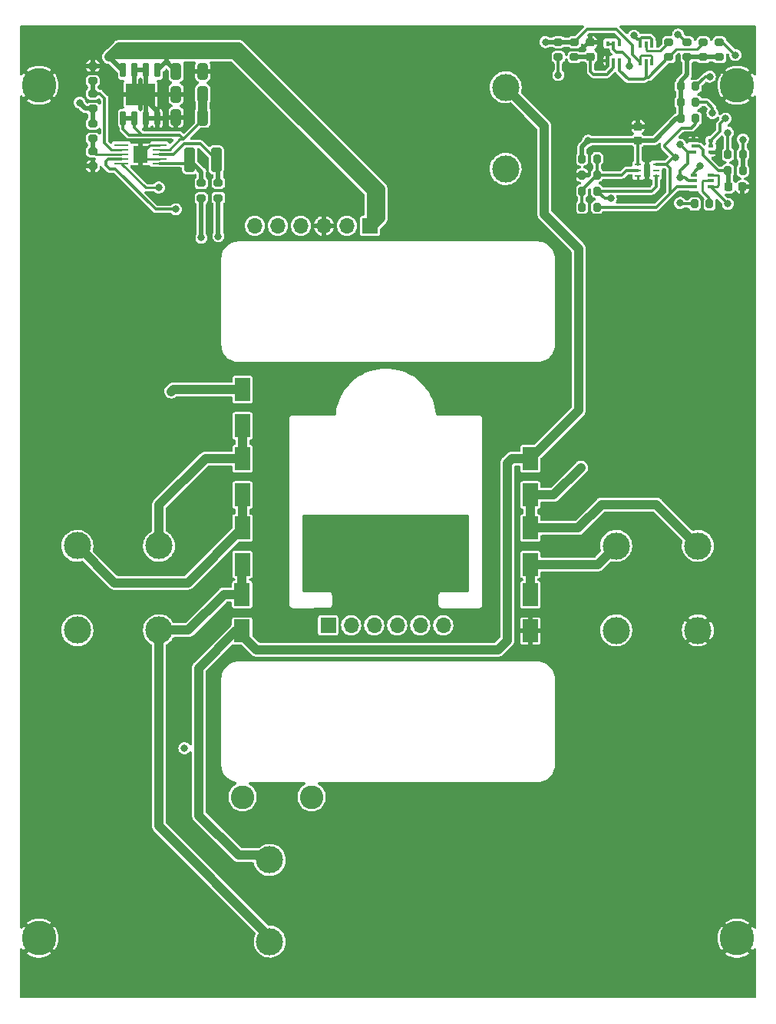
<source format=gtl>
G04 #@! TF.GenerationSoftware,KiCad,Pcbnew,(6.0.5)*
G04 #@! TF.CreationDate,2023-05-08T02:17:39-07:00*
G04 #@! TF.ProjectId,X_Y_Panels,585f595f-5061-46e6-956c-732e6b696361,rev?*
G04 #@! TF.SameCoordinates,Original*
G04 #@! TF.FileFunction,Copper,L1,Top*
G04 #@! TF.FilePolarity,Positive*
%FSLAX46Y46*%
G04 Gerber Fmt 4.6, Leading zero omitted, Abs format (unit mm)*
G04 Created by KiCad (PCBNEW (6.0.5)) date 2023-05-08 02:17:39*
%MOMM*%
%LPD*%
G01*
G04 APERTURE LIST*
G04 Aperture macros list*
%AMRoundRect*
0 Rectangle with rounded corners*
0 $1 Rounding radius*
0 $2 $3 $4 $5 $6 $7 $8 $9 X,Y pos of 4 corners*
0 Add a 4 corners polygon primitive as box body*
4,1,4,$2,$3,$4,$5,$6,$7,$8,$9,$2,$3,0*
0 Add four circle primitives for the rounded corners*
1,1,$1+$1,$2,$3*
1,1,$1+$1,$4,$5*
1,1,$1+$1,$6,$7*
1,1,$1+$1,$8,$9*
0 Add four rect primitives between the rounded corners*
20,1,$1+$1,$2,$3,$4,$5,0*
20,1,$1+$1,$4,$5,$6,$7,0*
20,1,$1+$1,$6,$7,$8,$9,0*
20,1,$1+$1,$8,$9,$2,$3,0*%
G04 Aperture macros list end*
G04 #@! TA.AperFunction,SMDPad,CuDef*
%ADD10RoundRect,0.200000X-0.200000X-0.275000X0.200000X-0.275000X0.200000X0.275000X-0.200000X0.275000X0*%
G04 #@! TD*
G04 #@! TA.AperFunction,SMDPad,CuDef*
%ADD11RoundRect,0.200000X0.200000X0.275000X-0.200000X0.275000X-0.200000X-0.275000X0.200000X-0.275000X0*%
G04 #@! TD*
G04 #@! TA.AperFunction,SMDPad,CuDef*
%ADD12RoundRect,0.200000X0.275000X-0.200000X0.275000X0.200000X-0.275000X0.200000X-0.275000X-0.200000X0*%
G04 #@! TD*
G04 #@! TA.AperFunction,SMDPad,CuDef*
%ADD13RoundRect,0.225000X0.250000X-0.225000X0.250000X0.225000X-0.250000X0.225000X-0.250000X-0.225000X0*%
G04 #@! TD*
G04 #@! TA.AperFunction,ComponentPad*
%ADD14C,3.000000*%
G04 #@! TD*
G04 #@! TA.AperFunction,SMDPad,CuDef*
%ADD15RoundRect,0.250000X-0.325000X-1.100000X0.325000X-1.100000X0.325000X1.100000X-0.325000X1.100000X0*%
G04 #@! TD*
G04 #@! TA.AperFunction,SMDPad,CuDef*
%ADD16R,0.740000X0.270000*%
G04 #@! TD*
G04 #@! TA.AperFunction,SMDPad,CuDef*
%ADD17R,0.650000X1.350000*%
G04 #@! TD*
G04 #@! TA.AperFunction,SMDPad,CuDef*
%ADD18RoundRect,0.200000X-0.275000X0.200000X-0.275000X-0.200000X0.275000X-0.200000X0.275000X0.200000X0*%
G04 #@! TD*
G04 #@! TA.AperFunction,SMDPad,CuDef*
%ADD19RoundRect,0.250000X0.325000X0.650000X-0.325000X0.650000X-0.325000X-0.650000X0.325000X-0.650000X0*%
G04 #@! TD*
G04 #@! TA.AperFunction,ComponentPad*
%ADD20R,1.700000X1.700000*%
G04 #@! TD*
G04 #@! TA.AperFunction,ComponentPad*
%ADD21O,1.700000X1.700000*%
G04 #@! TD*
G04 #@! TA.AperFunction,ConnectorPad*
%ADD22C,3.800000*%
G04 #@! TD*
G04 #@! TA.AperFunction,ComponentPad*
%ADD23C,2.600000*%
G04 #@! TD*
G04 #@! TA.AperFunction,SMDPad,CuDef*
%ADD24RoundRect,0.250000X-0.325000X-0.650000X0.325000X-0.650000X0.325000X0.650000X-0.325000X0.650000X0*%
G04 #@! TD*
G04 #@! TA.AperFunction,SMDPad,CuDef*
%ADD25R,0.600000X0.400000*%
G04 #@! TD*
G04 #@! TA.AperFunction,SMDPad,CuDef*
%ADD26RoundRect,0.150000X0.150000X-0.650000X0.150000X0.650000X-0.150000X0.650000X-0.150000X-0.650000X0*%
G04 #@! TD*
G04 #@! TA.AperFunction,SMDPad,CuDef*
%ADD27R,3.200000X2.400000*%
G04 #@! TD*
G04 #@! TA.AperFunction,SMDPad,CuDef*
%ADD28R,1.700000X2.500000*%
G04 #@! TD*
G04 #@! TA.AperFunction,SMDPad,CuDef*
%ADD29RoundRect,0.225000X-0.225000X-0.250000X0.225000X-0.250000X0.225000X0.250000X-0.225000X0.250000X0*%
G04 #@! TD*
G04 #@! TA.AperFunction,SMDPad,CuDef*
%ADD30R,1.600000X0.280000*%
G04 #@! TD*
G04 #@! TA.AperFunction,SMDPad,CuDef*
%ADD31R,1.570000X1.880000*%
G04 #@! TD*
G04 #@! TA.AperFunction,SMDPad,CuDef*
%ADD32R,0.650000X0.400000*%
G04 #@! TD*
G04 #@! TA.AperFunction,SMDPad,CuDef*
%ADD33R,0.400000X0.650000*%
G04 #@! TD*
G04 #@! TA.AperFunction,SMDPad,CuDef*
%ADD34R,0.400000X0.600000*%
G04 #@! TD*
G04 #@! TA.AperFunction,ViaPad*
%ADD35C,0.800000*%
G04 #@! TD*
G04 #@! TA.AperFunction,Conductor*
%ADD36C,1.000000*%
G04 #@! TD*
G04 #@! TA.AperFunction,Conductor*
%ADD37C,0.306000*%
G04 #@! TD*
G04 #@! TA.AperFunction,Conductor*
%ADD38C,0.500000*%
G04 #@! TD*
G04 #@! TA.AperFunction,Conductor*
%ADD39C,0.250000*%
G04 #@! TD*
G04 #@! TA.AperFunction,Conductor*
%ADD40C,0.290000*%
G04 #@! TD*
G04 #@! TA.AperFunction,Conductor*
%ADD41C,0.300000*%
G04 #@! TD*
G04 #@! TA.AperFunction,Conductor*
%ADD42C,0.280000*%
G04 #@! TD*
G04 APERTURE END LIST*
D10*
X174581000Y-46876000D03*
X176231000Y-46876000D03*
D11*
X165339000Y-56650000D03*
X163689000Y-56650000D03*
D12*
X109728000Y-44513000D03*
X109728000Y-42863000D03*
D13*
X169848000Y-51075000D03*
X169848000Y-49525000D03*
D14*
X129240000Y-139374000D03*
X129240000Y-130374000D03*
D15*
X120380000Y-53200000D03*
X123330000Y-53200000D03*
D16*
X169869000Y-53714000D03*
X169869000Y-54364000D03*
X169869000Y-55014000D03*
X171859000Y-55014000D03*
X171859000Y-54364000D03*
X171859000Y-53714000D03*
D17*
X170864000Y-54364000D03*
D18*
X178851000Y-40241000D03*
X178851000Y-41891000D03*
D19*
X121853000Y-43438000D03*
X118903000Y-43438000D03*
D20*
X135680000Y-104520000D03*
D21*
X138220000Y-104520000D03*
X140760000Y-104520000D03*
X143300000Y-104520000D03*
X145840000Y-104520000D03*
X148380000Y-104520000D03*
D22*
X180792000Y-138997997D03*
D23*
X180792000Y-138997997D03*
D24*
X118903000Y-48513000D03*
X121853000Y-48513000D03*
D25*
X177881000Y-52373000D03*
X177881000Y-51723000D03*
X177881000Y-51073000D03*
X175981000Y-51073000D03*
X175981000Y-51723000D03*
X175981000Y-52373000D03*
D14*
X108022000Y-105058000D03*
X117022000Y-105058000D03*
D11*
X176231000Y-45098000D03*
X174581000Y-45098000D03*
D12*
X162849000Y-41891000D03*
X162849000Y-40241000D03*
D26*
X113068000Y-48641000D03*
X114338000Y-48641000D03*
X115608000Y-48641000D03*
X116878000Y-48641000D03*
X116878000Y-43341000D03*
X115608000Y-43341000D03*
X114338000Y-43341000D03*
X113068000Y-43341000D03*
D27*
X114973000Y-45991000D03*
D12*
X177073000Y-41891000D03*
X177073000Y-40241000D03*
D28*
X157988000Y-93800000D03*
X157988000Y-97800000D03*
X126238000Y-78518000D03*
X126238000Y-82518000D03*
D12*
X109728000Y-47561000D03*
X109728000Y-45911000D03*
D29*
X179831000Y-56176000D03*
X181381000Y-56176000D03*
D30*
X117073000Y-53595000D03*
X117073000Y-53095000D03*
X117073000Y-52595000D03*
X117073000Y-52095000D03*
X117073000Y-51595000D03*
X112873000Y-51595000D03*
X112873000Y-52095000D03*
X112873000Y-52595000D03*
X112873000Y-53095000D03*
X112873000Y-53595000D03*
D31*
X114973000Y-52595000D03*
D24*
X118903000Y-45973000D03*
X121853000Y-45973000D03*
D28*
X126238000Y-86138000D03*
X126238000Y-90138000D03*
D10*
X163689000Y-53094000D03*
X165339000Y-53094000D03*
X179778000Y-52617000D03*
X181428000Y-52617000D03*
D21*
X127592000Y-60497997D03*
X130132000Y-60497997D03*
X132672000Y-60497997D03*
X135212000Y-60497997D03*
X137752000Y-60497997D03*
D20*
X140292000Y-60497997D03*
D13*
X164627000Y-41841000D03*
X164627000Y-40291000D03*
D18*
X109728000Y-49213000D03*
X109728000Y-50863000D03*
D28*
X126214000Y-93800000D03*
X126214000Y-97800000D03*
D11*
X177756000Y-58073000D03*
X176106000Y-58073000D03*
D14*
X117022000Y-95752000D03*
X108022000Y-95752000D03*
D18*
X121690000Y-55785000D03*
X121690000Y-57435000D03*
D32*
X177881000Y-56183000D03*
X177881000Y-55533000D03*
X177881000Y-54883000D03*
X175981000Y-54883000D03*
X175981000Y-55533000D03*
X175981000Y-56183000D03*
D14*
X176458000Y-95758000D03*
X167458000Y-95758000D03*
D23*
X103792000Y-44997997D03*
D22*
X103792000Y-44997997D03*
D18*
X109728000Y-52261000D03*
X109728000Y-53911000D03*
D10*
X179781000Y-54398000D03*
X181431000Y-54398000D03*
D33*
X171394000Y-40531000D03*
X170744000Y-40531000D03*
X170094000Y-40531000D03*
X170094000Y-42431000D03*
X170744000Y-42431000D03*
X171394000Y-42431000D03*
D34*
X167817000Y-40381000D03*
X167167000Y-40381000D03*
X166517000Y-40381000D03*
X166517000Y-42281000D03*
X167167000Y-42281000D03*
X167817000Y-42281000D03*
D11*
X176231000Y-48654000D03*
X174581000Y-48654000D03*
D12*
X173263000Y-41891000D03*
X173263000Y-40241000D03*
D11*
X165339000Y-58428000D03*
X163689000Y-58428000D03*
D12*
X161069000Y-41881000D03*
X161069000Y-40231000D03*
D23*
X103792000Y-138997997D03*
D22*
X103792000Y-138997997D03*
D28*
X157988000Y-101140000D03*
X157988000Y-105140000D03*
X126194000Y-101140000D03*
X126194000Y-105140000D03*
D14*
X155260000Y-45210000D03*
X155260000Y-54210000D03*
D22*
X180792000Y-44997997D03*
D23*
X180792000Y-44997997D03*
D10*
X163689000Y-54872000D03*
X165339000Y-54872000D03*
D18*
X175295000Y-40241000D03*
X175295000Y-41891000D03*
X123570000Y-55755000D03*
X123570000Y-57405000D03*
D23*
X126238000Y-123444000D03*
X133858000Y-123444000D03*
D28*
X157988000Y-86138000D03*
X157988000Y-90138000D03*
D14*
X167458000Y-105066000D03*
X176458000Y-105066000D03*
D35*
X165590000Y-42740000D03*
X169881000Y-47698000D03*
X117457000Y-46020000D03*
X114973000Y-52595000D03*
X177036000Y-50028000D03*
X116278000Y-54788000D03*
X160020000Y-103886000D03*
X160020000Y-105410000D03*
X157988000Y-107696000D03*
X161290000Y-104648000D03*
X160020000Y-106934000D03*
X178550000Y-53140000D03*
X171436000Y-52528000D03*
X112153000Y-50313000D03*
X114974500Y-45992500D03*
X108228000Y-51588000D03*
X161290000Y-106172000D03*
X112257000Y-46030000D03*
X168578000Y-55634000D03*
X171046000Y-57558000D03*
X117853000Y-41588000D03*
X108257000Y-46914000D03*
X111503000Y-41888000D03*
X164376000Y-51092000D03*
X179778000Y-50220000D03*
X179781000Y-58073000D03*
X169394000Y-39531000D03*
X161069000Y-43856000D03*
X121700000Y-61800000D03*
X123570000Y-61640000D03*
X119831000Y-118053000D03*
X163576000Y-87122000D03*
X118364000Y-78740000D03*
X159644000Y-40231000D03*
X180594000Y-41656000D03*
X166856000Y-57473000D03*
X117003000Y-56263000D03*
X176731000Y-53873000D03*
X181431000Y-50973000D03*
X118878000Y-58663000D03*
X173981000Y-52973000D03*
X168930000Y-42920000D03*
X174281500Y-39406000D03*
X177781000Y-44048000D03*
X179506000Y-48673000D03*
X174481000Y-57973000D03*
X174481000Y-55123000D03*
X178081000Y-48048000D03*
X174506000Y-51548000D03*
D36*
X111803000Y-41588000D02*
X111503000Y-41888000D01*
X117853000Y-41588000D02*
X111803000Y-41588000D01*
X125810000Y-40770000D02*
X112621000Y-40770000D01*
X141470000Y-56430000D02*
X125810000Y-40770000D01*
X112621000Y-40770000D02*
X111503000Y-41888000D01*
X141470000Y-59680000D02*
X141470000Y-56430000D01*
X140820000Y-60330000D02*
X141470000Y-59680000D01*
X140430000Y-60330000D02*
X140820000Y-60330000D01*
X140430000Y-56680000D02*
X125338000Y-41588000D01*
X140430000Y-60330000D02*
X140430000Y-56680000D01*
X125338000Y-41588000D02*
X117853000Y-41588000D01*
D37*
X166420000Y-43790000D02*
X164930000Y-43790000D01*
X167167000Y-43043000D02*
X166420000Y-43790000D01*
X164627000Y-43487000D02*
X164627000Y-41841000D01*
X167167000Y-42281000D02*
X167167000Y-43043000D01*
D38*
X162849000Y-41891000D02*
X164577000Y-41891000D01*
X164577000Y-41891000D02*
X164627000Y-41841000D01*
D37*
X164930000Y-43790000D02*
X164627000Y-43487000D01*
D39*
X164627000Y-40291000D02*
X164409000Y-40291000D01*
D38*
X114974500Y-45992500D02*
X114973000Y-45991000D01*
X115608000Y-48641000D02*
X116878000Y-48641000D01*
D40*
X117073000Y-51595000D02*
X115973000Y-51595000D01*
D38*
X114338000Y-43341000D02*
X115608000Y-43341000D01*
D37*
X167817000Y-40381000D02*
X167817000Y-39977000D01*
D39*
X164219000Y-40291000D02*
X163629000Y-40881000D01*
D38*
X114338000Y-45356000D02*
X114973000Y-45991000D01*
X116878000Y-47896000D02*
X114974500Y-45992500D01*
X116878000Y-48641000D02*
X116878000Y-47896000D01*
X115608000Y-43341000D02*
X115608000Y-45356000D01*
X115608000Y-46626000D02*
X114973000Y-45991000D01*
D39*
X164627000Y-40291000D02*
X164219000Y-40291000D01*
X169869000Y-55014000D02*
X169869000Y-55565000D01*
D41*
X115473000Y-53095000D02*
X114973000Y-52595000D01*
D40*
X115973000Y-51595000D02*
X114973000Y-52595000D01*
D37*
X167817000Y-39977000D02*
X167500000Y-39660000D01*
D38*
X115608000Y-45356000D02*
X114973000Y-45991000D01*
X115608000Y-48641000D02*
X115608000Y-46626000D01*
D39*
X164409000Y-40291000D02*
X163719000Y-40981000D01*
D42*
X117073000Y-53095000D02*
X115473000Y-53095000D01*
D38*
X114338000Y-43341000D02*
X114338000Y-45356000D01*
D37*
X177010000Y-52146000D02*
X177010000Y-52717022D01*
D38*
X179831000Y-54448000D02*
X179781000Y-54398000D01*
D37*
X176587000Y-51723000D02*
X177010000Y-52146000D01*
X175981000Y-51723000D02*
X176587000Y-51723000D01*
X177010000Y-52717022D02*
X178693458Y-54400480D01*
D38*
X179831000Y-56176000D02*
X179831000Y-54448000D01*
D37*
X179778520Y-54400480D02*
X179781000Y-54398000D01*
D39*
X179781000Y-54398000D02*
X179586000Y-54398000D01*
D37*
X178693458Y-54400480D02*
X179778520Y-54400480D01*
X115653000Y-50463000D02*
X119253000Y-50463000D01*
X114338000Y-49673000D02*
X115128000Y-50463000D01*
D41*
X121853000Y-48838000D02*
X121853000Y-48513000D01*
D37*
X114338000Y-48641000D02*
X114338000Y-49673000D01*
X119253000Y-50463000D02*
X119740500Y-50950500D01*
D36*
X121853000Y-45973000D02*
X121853000Y-48513000D01*
D39*
X118172022Y-52095000D02*
X119316522Y-50950500D01*
D37*
X113068000Y-48641000D02*
X113068000Y-49828000D01*
X115128000Y-50463000D02*
X115653000Y-50463000D01*
D39*
X117073000Y-52095000D02*
X118172022Y-52095000D01*
X119316522Y-50950500D02*
X119740500Y-50950500D01*
D41*
X119740500Y-50950500D02*
X121853000Y-48838000D01*
D37*
X113703000Y-50463000D02*
X115653000Y-50463000D01*
X113068000Y-49828000D02*
X113703000Y-50463000D01*
D38*
X113068000Y-48641000D02*
X114338000Y-48641000D01*
X112956000Y-43341000D02*
X111503000Y-41888000D01*
X109728000Y-47561000D02*
X108904000Y-47561000D01*
X108904000Y-47561000D02*
X108257000Y-46914000D01*
X117853000Y-42366000D02*
X116878000Y-43341000D01*
X113068000Y-43341000D02*
X112956000Y-43341000D01*
X117853000Y-41588000D02*
X117853000Y-42388000D01*
X117853000Y-42388000D02*
X118903000Y-43438000D01*
X109728000Y-47561000D02*
X109728000Y-49213000D01*
X117853000Y-41588000D02*
X117853000Y-42366000D01*
X169848000Y-51075000D02*
X171679000Y-51075000D01*
D37*
X169848000Y-51075000D02*
X169848000Y-53693000D01*
D38*
X174581000Y-46876000D02*
X174581000Y-48654000D01*
D37*
X169848000Y-53693000D02*
X169869000Y-53714000D01*
D38*
X163689000Y-51779000D02*
X163689000Y-53094000D01*
X164393000Y-51075000D02*
X164376000Y-51092000D01*
X164376000Y-51092000D02*
X163689000Y-51779000D01*
X174581000Y-45098000D02*
X174581000Y-44544000D01*
X174100000Y-48654000D02*
X174581000Y-48654000D01*
X175295000Y-41891000D02*
X177073000Y-41891000D01*
X175295000Y-41891000D02*
X175295000Y-43830000D01*
X171679000Y-51075000D02*
X174100000Y-48654000D01*
X174581000Y-44544000D02*
X175295000Y-43830000D01*
X177073000Y-41891000D02*
X178851000Y-41891000D01*
X169848000Y-51075000D02*
X164393000Y-51075000D01*
X174581000Y-45098000D02*
X174581000Y-46876000D01*
D39*
X178651000Y-54883000D02*
X178706000Y-54938000D01*
X178706000Y-56038000D02*
X178561000Y-56183000D01*
D37*
X179778000Y-52617000D02*
X179778000Y-50220000D01*
X177881000Y-56183000D02*
X177891000Y-56183000D01*
D39*
X177881000Y-54883000D02*
X178651000Y-54883000D01*
D37*
X177891000Y-56183000D02*
X179781000Y-58073000D01*
D39*
X178561000Y-56183000D02*
X177881000Y-56183000D01*
X178706000Y-54938000D02*
X178706000Y-56038000D01*
D37*
X170238000Y-39756000D02*
X171199022Y-39756000D01*
X169763000Y-39900000D02*
X169394000Y-39531000D01*
X161069000Y-43856000D02*
X161069000Y-41881000D01*
X170094000Y-39900000D02*
X169763000Y-39900000D01*
X171199022Y-39756000D02*
X171394000Y-39950978D01*
X171394000Y-39950978D02*
X171394000Y-40531000D01*
X170094000Y-39900000D02*
X170238000Y-39756000D01*
X170094000Y-40531000D02*
X170094000Y-39900000D01*
D41*
X119985000Y-53595000D02*
X120380000Y-53200000D01*
D38*
X121700000Y-54520000D02*
X121700000Y-55775000D01*
X121700000Y-55775000D02*
X121690000Y-55785000D01*
X121700000Y-54520000D02*
X120380000Y-53200000D01*
D41*
X117073000Y-53595000D02*
X119985000Y-53595000D01*
X118645000Y-52595000D02*
X119781980Y-51458020D01*
X121588020Y-51458020D02*
X123330000Y-53200000D01*
X119781980Y-51458020D02*
X121588020Y-51458020D01*
D38*
X123570000Y-55755000D02*
X123570000Y-53440000D01*
X123570000Y-53440000D02*
X123330000Y-53200000D01*
D41*
X117073000Y-52595000D02*
X118645000Y-52595000D01*
D39*
X170744000Y-41136000D02*
X170816511Y-41208511D01*
X172295489Y-41208511D02*
X173263000Y-40241000D01*
X170816511Y-41208511D02*
X172295489Y-41208511D01*
X170744000Y-40531000D02*
X170744000Y-41136000D01*
X177756000Y-57468000D02*
X176936000Y-56648000D01*
X177021000Y-55533000D02*
X177881000Y-55533000D01*
X176936000Y-55618000D02*
X177021000Y-55533000D01*
X176936000Y-56648000D02*
X176936000Y-55618000D01*
X177756000Y-58073000D02*
X177756000Y-57468000D01*
X110062000Y-52595000D02*
X109728000Y-52261000D01*
D38*
X109728000Y-52261000D02*
X109728000Y-50863000D01*
D39*
X112873000Y-52595000D02*
X110062000Y-52595000D01*
D41*
X111028000Y-46413000D02*
X110526000Y-45911000D01*
D39*
X112873000Y-52095000D02*
X111773978Y-52095000D01*
D41*
X111028000Y-51313000D02*
X111028000Y-46413000D01*
D38*
X109728000Y-44513000D02*
X109728000Y-45911000D01*
D39*
X111773978Y-52095000D02*
X111028000Y-51349022D01*
D41*
X110526000Y-45911000D02*
X109728000Y-45911000D01*
D39*
X111028000Y-51349022D02*
X111028000Y-51313000D01*
D38*
X121700000Y-57445000D02*
X121690000Y-57435000D01*
X121700000Y-61800000D02*
X121700000Y-57445000D01*
X123570000Y-61640000D02*
X123570000Y-57405000D01*
D36*
X117022000Y-91258000D02*
X122142000Y-86138000D01*
X122142000Y-86138000D02*
X126238000Y-86138000D01*
X126238000Y-82518000D02*
X126238000Y-86138000D01*
X117022000Y-95752000D02*
X117022000Y-91258000D01*
X120192000Y-99822000D02*
X126214000Y-93800000D01*
X112092000Y-99822000D02*
X120192000Y-99822000D01*
X108022000Y-95752000D02*
X112092000Y-99822000D01*
X126214000Y-90162000D02*
X126238000Y-90138000D01*
X126214000Y-93800000D02*
X126214000Y-90162000D01*
X126194000Y-105140000D02*
X125492000Y-105140000D01*
X121412000Y-109220000D02*
X121412000Y-125476000D01*
X121412000Y-125476000D02*
X125802000Y-129866000D01*
X163322000Y-62992000D02*
X163322000Y-80804000D01*
X125802000Y-129866000D02*
X129240000Y-129866000D01*
X126194000Y-105140000D02*
X126194000Y-105620000D01*
X126194000Y-105620000D02*
X127762000Y-107188000D01*
X159512000Y-59182000D02*
X163322000Y-62992000D01*
X125492000Y-105140000D02*
X121412000Y-109220000D01*
X155448000Y-106172000D02*
X155448000Y-86614000D01*
X155448000Y-86614000D02*
X155924000Y-86138000D01*
X155260000Y-45210000D02*
X159512000Y-49462000D01*
X154432000Y-107188000D02*
X155448000Y-106172000D01*
X159512000Y-49462000D02*
X159512000Y-59182000D01*
X163322000Y-80804000D02*
X157988000Y-86138000D01*
X155924000Y-86138000D02*
X157988000Y-86138000D01*
X127762000Y-107188000D02*
X154432000Y-107188000D01*
X163248000Y-93800000D02*
X165862000Y-91186000D01*
X157988000Y-93800000D02*
X157988000Y-90138000D01*
X157988000Y-93800000D02*
X163248000Y-93800000D01*
X171886000Y-91186000D02*
X176458000Y-95758000D01*
X160560000Y-90138000D02*
X163576000Y-87122000D01*
X157988000Y-90138000D02*
X160560000Y-90138000D01*
X165862000Y-91186000D02*
X171886000Y-91186000D01*
X165416000Y-97800000D02*
X167458000Y-95758000D01*
X157988000Y-97800000D02*
X165416000Y-97800000D01*
X157988000Y-97800000D02*
X157988000Y-101140000D01*
X126238000Y-78518000D02*
X118586000Y-78518000D01*
X118586000Y-78518000D02*
X118364000Y-78740000D01*
D37*
X166856000Y-57473000D02*
X166162000Y-57473000D01*
D39*
X170094000Y-42431000D02*
X170094000Y-41836000D01*
D37*
X171859000Y-56163000D02*
X171859000Y-55014000D01*
D39*
X170209000Y-41721000D02*
X171269000Y-41721000D01*
X171394000Y-41846000D02*
X171394000Y-42431000D01*
D37*
X165339000Y-56650000D02*
X171372000Y-56650000D01*
X167803480Y-39175480D02*
X167469000Y-38841000D01*
X171372000Y-56650000D02*
X171859000Y-56163000D01*
X167469000Y-38841000D02*
X164249000Y-38841000D01*
X179179000Y-40241000D02*
X180594000Y-41656000D01*
D39*
X115541000Y-56263000D02*
X117003000Y-56263000D01*
D37*
X169269000Y-41606000D02*
X169269000Y-40627978D01*
D38*
X161069000Y-40231000D02*
X159644000Y-40231000D01*
D39*
X112873000Y-53595000D02*
X115541000Y-56263000D01*
D37*
X166162000Y-57473000D02*
X165339000Y-56650000D01*
D38*
X162839000Y-40231000D02*
X162849000Y-40241000D01*
X161069000Y-40231000D02*
X162839000Y-40231000D01*
D37*
X178851000Y-40241000D02*
X179179000Y-40241000D01*
X169269000Y-40627978D02*
X167816502Y-39175480D01*
X170094000Y-42431000D02*
X169269000Y-41606000D01*
D39*
X170094000Y-41836000D02*
X170209000Y-41721000D01*
D37*
X164249000Y-38841000D02*
X162849000Y-40241000D01*
D39*
X171269000Y-41721000D02*
X171394000Y-41846000D01*
D37*
X167816502Y-39175480D02*
X167803480Y-39175480D01*
X175731000Y-49698000D02*
X176231000Y-49198000D01*
X172806000Y-51798000D02*
X172806000Y-51573000D01*
X181431000Y-52614000D02*
X181428000Y-52617000D01*
D38*
X181428000Y-52617000D02*
X181428000Y-54395000D01*
D37*
X173981000Y-52973000D02*
X172806000Y-51798000D01*
D41*
X112178000Y-54213000D02*
X111553000Y-54213000D01*
D37*
X174125000Y-56183000D02*
X173404000Y-56904000D01*
X173008000Y-53714000D02*
X171859000Y-53714000D01*
D41*
X118878000Y-58663000D02*
X116628000Y-58663000D01*
D37*
X172806000Y-51573000D02*
X174681000Y-49698000D01*
D38*
X181428000Y-54395000D02*
X181431000Y-54398000D01*
D37*
X173981000Y-52973000D02*
X173749000Y-52973000D01*
X176231000Y-49198000D02*
X176231000Y-48654000D01*
X165339000Y-58428000D02*
X171880000Y-58428000D01*
X175981000Y-56183000D02*
X174125000Y-56183000D01*
X174681000Y-49698000D02*
X175731000Y-49698000D01*
X181431000Y-50973000D02*
X181431000Y-52614000D01*
D41*
X111128000Y-53363000D02*
X111396000Y-53095000D01*
X111396000Y-53095000D02*
X112873000Y-53095000D01*
D37*
X175981000Y-54883000D02*
X175981000Y-54623000D01*
X173404000Y-54110000D02*
X173008000Y-53714000D01*
X171880000Y-58428000D02*
X173404000Y-56904000D01*
X173749000Y-52973000D02*
X173008000Y-53714000D01*
X175981000Y-54623000D02*
X176731000Y-53873000D01*
D41*
X111128000Y-53788000D02*
X111128000Y-53363000D01*
D37*
X173404000Y-56904000D02*
X173404000Y-54110000D01*
D41*
X116628000Y-58663000D02*
X112178000Y-54213000D01*
X111553000Y-54213000D02*
X111128000Y-53788000D01*
D36*
X126194000Y-101140000D02*
X126194000Y-97820000D01*
X124254000Y-101140000D02*
X126194000Y-101140000D01*
X117022000Y-126648000D02*
X129240000Y-138866000D01*
X120240000Y-105058000D02*
X124206000Y-101092000D01*
X117022000Y-105058000D02*
X120240000Y-105058000D01*
X126194000Y-97820000D02*
X126214000Y-97800000D01*
X117022000Y-105058000D02*
X117022000Y-126648000D01*
X124206000Y-101092000D02*
X124254000Y-101140000D01*
D37*
X168070000Y-54872000D02*
X168578000Y-54364000D01*
X163689000Y-56650000D02*
X163689000Y-56522000D01*
X163689000Y-56650000D02*
X163689000Y-58428000D01*
X165339000Y-54872000D02*
X168070000Y-54872000D01*
X168578000Y-54364000D02*
X169869000Y-54364000D01*
X163689000Y-56522000D02*
X165339000Y-54872000D01*
X165339000Y-53094000D02*
X165339000Y-54872000D01*
D39*
X166517000Y-40381000D02*
X167167000Y-40381000D01*
D37*
X167167000Y-40381000D02*
X167167000Y-41037000D01*
X175204000Y-40241000D02*
X174281500Y-39318500D01*
X168180000Y-41380000D02*
X168930000Y-42130000D01*
X175295000Y-40241000D02*
X175204000Y-40241000D01*
X168930000Y-42130000D02*
X168930000Y-42920000D01*
X167167000Y-41037000D02*
X167510000Y-41380000D01*
X167510000Y-41380000D02*
X168180000Y-41380000D01*
X170519000Y-44331000D02*
X170744000Y-44106000D01*
X170744000Y-44106000D02*
X170744000Y-42431000D01*
D39*
X177073000Y-40241000D02*
X177073000Y-40307000D01*
D37*
X173263000Y-41891000D02*
X171048000Y-44106000D01*
X171048000Y-44106000D02*
X170744000Y-44106000D01*
X168794000Y-44331000D02*
X170519000Y-44331000D01*
X167817000Y-43354000D02*
X167817000Y-42281000D01*
X167817000Y-43354000D02*
X168794000Y-44331000D01*
D39*
X176339000Y-41041000D02*
X174113000Y-41041000D01*
X177073000Y-40307000D02*
X176339000Y-41041000D01*
X174113000Y-41041000D02*
X173263000Y-41891000D01*
D37*
X177781000Y-44048000D02*
X177281000Y-44048000D01*
D41*
X178916000Y-50038000D02*
X178916000Y-49263000D01*
D37*
X177281000Y-44048000D02*
X176231000Y-45098000D01*
D41*
X178916000Y-49263000D02*
X179506000Y-48673000D01*
D37*
X177881000Y-51723000D02*
X177881000Y-51073000D01*
X177881000Y-51073000D02*
X178916000Y-50038000D01*
X175331000Y-52373000D02*
X174506000Y-51548000D01*
X174990978Y-55123000D02*
X174481000Y-55123000D01*
X174481000Y-54423000D02*
X175303489Y-53600511D01*
X178081000Y-48048000D02*
X178081000Y-47498000D01*
X177459000Y-46876000D02*
X176231000Y-46876000D01*
X176106000Y-58073000D02*
X174581000Y-58073000D01*
X174581000Y-58073000D02*
X174481000Y-57973000D01*
X174481000Y-55123000D02*
X174481000Y-54423000D01*
X175331000Y-52373000D02*
X175981000Y-52373000D01*
X175400978Y-55533000D02*
X174990978Y-55123000D01*
X178081000Y-47498000D02*
X177459000Y-46876000D01*
X175303489Y-52400511D02*
X175331000Y-52373000D01*
X175303489Y-53600511D02*
X175303489Y-52400511D01*
X175400978Y-55533000D02*
X175981000Y-55533000D01*
G04 #@! TA.AperFunction,Conductor*
G36*
X163814757Y-38398709D02*
G01*
X163871720Y-38449175D01*
X163898707Y-38520332D01*
X163889534Y-38595879D01*
X163853296Y-38651927D01*
X162971293Y-39533930D01*
X162906166Y-39573301D01*
X162858863Y-39580500D01*
X162540840Y-39580501D01*
X162518970Y-39580501D01*
X162502191Y-39582087D01*
X162496386Y-39582635D01*
X162496385Y-39582635D01*
X162486736Y-39583547D01*
X162477591Y-39586759D01*
X162477589Y-39586759D01*
X162421931Y-39606305D01*
X162356084Y-39629429D01*
X162281323Y-39684648D01*
X162274895Y-39689396D01*
X162204639Y-39718646D01*
X162180430Y-39720500D01*
X161751109Y-39720500D01*
X161677218Y-39702288D01*
X161656644Y-39689396D01*
X161638923Y-39676307D01*
X161561916Y-39619429D01*
X161431264Y-39573547D01*
X161412204Y-39571745D01*
X161402759Y-39570852D01*
X161402750Y-39570852D01*
X161399031Y-39570500D01*
X161069485Y-39570500D01*
X160738970Y-39570501D01*
X160722191Y-39572087D01*
X160716386Y-39572635D01*
X160716385Y-39572635D01*
X160706736Y-39573547D01*
X160697591Y-39576759D01*
X160697589Y-39576759D01*
X160667106Y-39587464D01*
X160576084Y-39619429D01*
X160499077Y-39676307D01*
X160481356Y-39689396D01*
X160411100Y-39718646D01*
X160386891Y-39720500D01*
X160123119Y-39720500D01*
X160049228Y-39702288D01*
X160032374Y-39692062D01*
X160030884Y-39691026D01*
X160023725Y-39684648D01*
X160015255Y-39680163D01*
X160015253Y-39680162D01*
X159913884Y-39626490D01*
X159882440Y-39609841D01*
X159727391Y-39570895D01*
X159647459Y-39570477D01*
X159577107Y-39570108D01*
X159577106Y-39570108D01*
X159567526Y-39570058D01*
X159524032Y-39580500D01*
X159421397Y-39605140D01*
X159421393Y-39605141D01*
X159412077Y-39607378D01*
X159403562Y-39611773D01*
X159403559Y-39611774D01*
X159278530Y-39676307D01*
X159270017Y-39680701D01*
X159262798Y-39686999D01*
X159262796Y-39687000D01*
X159221411Y-39723103D01*
X159149548Y-39785793D01*
X159057624Y-39916588D01*
X159054142Y-39925520D01*
X159054141Y-39925521D01*
X159005599Y-40050025D01*
X158999552Y-40065534D01*
X158978685Y-40224033D01*
X158979736Y-40233553D01*
X158979736Y-40233556D01*
X158985218Y-40283206D01*
X158996228Y-40382933D01*
X159051168Y-40533063D01*
X159056511Y-40541015D01*
X159056512Y-40541016D01*
X159133443Y-40655500D01*
X159140333Y-40665754D01*
X159258575Y-40773346D01*
X159266991Y-40777915D01*
X159266993Y-40777917D01*
X159390645Y-40845055D01*
X159390647Y-40845056D01*
X159399068Y-40849628D01*
X159553702Y-40890195D01*
X159563281Y-40890345D01*
X159563285Y-40890346D01*
X159636712Y-40891499D01*
X159713548Y-40892706D01*
X159723853Y-40890346D01*
X159779893Y-40877511D01*
X159869380Y-40857016D01*
X159939324Y-40821838D01*
X160003637Y-40789492D01*
X160003639Y-40789491D01*
X160012200Y-40785185D01*
X160019488Y-40778960D01*
X160027473Y-40773655D01*
X160028250Y-40774825D01*
X160086761Y-40745456D01*
X160122007Y-40741500D01*
X160386891Y-40741500D01*
X160460782Y-40759712D01*
X160481356Y-40772604D01*
X160576084Y-40842571D01*
X160706736Y-40888453D01*
X160725164Y-40890195D01*
X160735241Y-40891148D01*
X160735250Y-40891148D01*
X160738969Y-40891500D01*
X161068515Y-40891500D01*
X161399030Y-40891499D01*
X161415809Y-40889913D01*
X161421614Y-40889365D01*
X161421615Y-40889365D01*
X161431264Y-40888453D01*
X161440409Y-40885241D01*
X161440411Y-40885241D01*
X161550702Y-40846509D01*
X161550701Y-40846509D01*
X161561916Y-40842571D01*
X161656644Y-40772604D01*
X161726900Y-40743354D01*
X161751109Y-40741500D01*
X162153352Y-40741500D01*
X162227243Y-40759712D01*
X162247817Y-40772604D01*
X162356084Y-40852571D01*
X162486736Y-40898453D01*
X162505796Y-40900255D01*
X162515241Y-40901148D01*
X162515250Y-40901148D01*
X162518969Y-40901500D01*
X162848515Y-40901500D01*
X163179030Y-40901499D01*
X163195809Y-40899913D01*
X163201614Y-40899365D01*
X163201615Y-40899365D01*
X163211264Y-40898453D01*
X163220409Y-40895241D01*
X163220411Y-40895241D01*
X163323162Y-40859157D01*
X163341916Y-40852571D01*
X163453301Y-40770301D01*
X163535571Y-40658916D01*
X163581453Y-40528264D01*
X163582365Y-40518611D01*
X163583694Y-40512557D01*
X163617320Y-40444286D01*
X163678821Y-40399462D01*
X163754108Y-40388352D01*
X163825934Y-40413503D01*
X163877845Y-40469153D01*
X163898000Y-40546633D01*
X163898000Y-40557047D01*
X163898464Y-40565616D01*
X163903286Y-40610005D01*
X163907863Y-40629253D01*
X163948549Y-40737785D01*
X163959318Y-40757455D01*
X164028022Y-40849126D01*
X164043874Y-40864978D01*
X164136911Y-40934706D01*
X164185116Y-40993595D01*
X164200433Y-41068140D01*
X164179353Y-41141264D01*
X164136911Y-41189171D01*
X164030169Y-41269169D01*
X163998760Y-41311079D01*
X163994431Y-41316855D01*
X163935543Y-41365061D01*
X163867197Y-41380500D01*
X163531109Y-41380500D01*
X163457218Y-41362288D01*
X163436644Y-41349396D01*
X163423722Y-41339852D01*
X163341916Y-41279429D01*
X163211264Y-41233547D01*
X163192204Y-41231745D01*
X163182759Y-41230852D01*
X163182750Y-41230852D01*
X163179031Y-41230500D01*
X162849485Y-41230500D01*
X162518970Y-41230501D01*
X162502191Y-41232087D01*
X162496386Y-41232635D01*
X162496385Y-41232635D01*
X162486736Y-41233547D01*
X162477591Y-41236759D01*
X162477589Y-41236759D01*
X162429286Y-41253722D01*
X162356084Y-41279429D01*
X162244699Y-41361699D01*
X162162429Y-41473084D01*
X162116547Y-41603736D01*
X162115635Y-41613388D01*
X162115264Y-41615077D01*
X162081638Y-41683348D01*
X162020137Y-41728172D01*
X161944850Y-41739282D01*
X161873024Y-41714131D01*
X161821113Y-41658481D01*
X161806761Y-41612344D01*
X161804442Y-41612853D01*
X161802365Y-41603385D01*
X161801453Y-41593736D01*
X161798241Y-41584588D01*
X161759509Y-41474298D01*
X161755571Y-41463084D01*
X161673301Y-41351699D01*
X161561916Y-41269429D01*
X161431264Y-41223547D01*
X161412204Y-41221745D01*
X161402759Y-41220852D01*
X161402750Y-41220852D01*
X161399031Y-41220500D01*
X161069485Y-41220500D01*
X160738970Y-41220501D01*
X160722191Y-41222087D01*
X160716386Y-41222635D01*
X160716385Y-41222635D01*
X160706736Y-41223547D01*
X160697591Y-41226759D01*
X160697589Y-41226759D01*
X160646490Y-41244704D01*
X160576084Y-41269429D01*
X160464699Y-41351699D01*
X160382429Y-41463084D01*
X160336547Y-41593736D01*
X160333500Y-41625969D01*
X160333501Y-42136030D01*
X160336547Y-42168264D01*
X160339759Y-42177409D01*
X160339759Y-42177411D01*
X160353035Y-42215216D01*
X160382429Y-42298916D01*
X160464699Y-42410301D01*
X160576084Y-42492571D01*
X160576302Y-42492647D01*
X160627681Y-42538498D01*
X160654409Y-42609752D01*
X160655500Y-42628346D01*
X160655500Y-43267880D01*
X160637288Y-43341771D01*
X160601024Y-43387696D01*
X160582905Y-43403503D01*
X160574548Y-43410793D01*
X160482624Y-43541588D01*
X160479142Y-43550520D01*
X160479141Y-43550521D01*
X160428535Y-43680317D01*
X160424552Y-43690534D01*
X160403685Y-43849033D01*
X160404736Y-43858553D01*
X160404736Y-43858556D01*
X160412564Y-43929455D01*
X160421228Y-44007933D01*
X160476168Y-44158063D01*
X160481511Y-44166015D01*
X160481512Y-44166016D01*
X160521643Y-44225736D01*
X160565333Y-44290754D01*
X160683575Y-44398346D01*
X160691991Y-44402915D01*
X160691993Y-44402917D01*
X160815645Y-44470055D01*
X160815647Y-44470056D01*
X160824068Y-44474628D01*
X160978702Y-44515195D01*
X160988281Y-44515345D01*
X160988285Y-44515346D01*
X161062405Y-44516510D01*
X161138548Y-44517706D01*
X161148853Y-44515346D01*
X161207657Y-44501878D01*
X161294380Y-44482016D01*
X161437200Y-44410185D01*
X161512828Y-44345592D01*
X161551470Y-44312589D01*
X161551471Y-44312588D01*
X161558763Y-44306360D01*
X161637213Y-44197185D01*
X161646458Y-44184320D01*
X161646458Y-44184319D01*
X161652052Y-44176535D01*
X161711680Y-44028206D01*
X161734205Y-43869934D01*
X161734351Y-43856000D01*
X161715145Y-43697292D01*
X161672271Y-43583829D01*
X161662022Y-43556706D01*
X161662021Y-43556704D01*
X161658636Y-43547746D01*
X161652370Y-43538628D01*
X161573514Y-43423891D01*
X161573513Y-43423890D01*
X161568087Y-43415995D01*
X161560931Y-43409619D01*
X161535728Y-43387164D01*
X161492674Y-43324412D01*
X161482500Y-43268449D01*
X161482500Y-42628346D01*
X161500712Y-42554455D01*
X161551178Y-42497492D01*
X161555673Y-42494763D01*
X161561916Y-42492571D01*
X161673301Y-42410301D01*
X161755571Y-42298916D01*
X161801453Y-42168264D01*
X161802365Y-42158612D01*
X161802736Y-42156923D01*
X161836362Y-42088652D01*
X161897863Y-42043828D01*
X161973150Y-42032718D01*
X162044976Y-42057869D01*
X162096887Y-42113519D01*
X162111239Y-42159656D01*
X162113558Y-42159147D01*
X162115635Y-42168612D01*
X162116547Y-42178264D01*
X162119759Y-42187409D01*
X162119759Y-42187411D01*
X162125569Y-42203956D01*
X162162429Y-42308916D01*
X162244699Y-42420301D01*
X162356084Y-42502571D01*
X162486736Y-42548453D01*
X162505796Y-42550255D01*
X162515241Y-42551148D01*
X162515250Y-42551148D01*
X162518969Y-42551500D01*
X162848515Y-42551500D01*
X163179030Y-42551499D01*
X163195809Y-42549913D01*
X163201614Y-42549365D01*
X163201615Y-42549365D01*
X163211264Y-42548453D01*
X163220409Y-42545241D01*
X163220411Y-42545241D01*
X163330702Y-42506509D01*
X163330701Y-42506509D01*
X163341916Y-42502571D01*
X163436644Y-42432604D01*
X163506900Y-42403354D01*
X163531109Y-42401500D01*
X163962081Y-42401500D01*
X164035972Y-42419712D01*
X164057436Y-42433266D01*
X164125744Y-42484460D01*
X164141454Y-42496234D01*
X164140524Y-42497475D01*
X164186923Y-42540060D01*
X164212653Y-42611681D01*
X164213500Y-42628067D01*
X164213500Y-43552492D01*
X164217365Y-43564387D01*
X164217366Y-43564394D01*
X164219815Y-43571930D01*
X164225638Y-43596184D01*
X164226878Y-43604010D01*
X164228836Y-43616371D01*
X164238112Y-43634575D01*
X164247660Y-43657626D01*
X164253976Y-43677065D01*
X164261334Y-43687192D01*
X164265989Y-43693600D01*
X164279024Y-43714870D01*
X164288302Y-43733079D01*
X164311601Y-43756378D01*
X164660622Y-44105400D01*
X164660626Y-44105403D01*
X164683921Y-44128698D01*
X164702128Y-44137975D01*
X164723397Y-44151008D01*
X164739935Y-44163024D01*
X164751838Y-44166892D01*
X164751839Y-44166892D01*
X164759373Y-44169340D01*
X164782418Y-44178885D01*
X164800629Y-44188164D01*
X164812988Y-44190121D01*
X164812990Y-44190122D01*
X164820809Y-44191360D01*
X164845074Y-44197185D01*
X164852607Y-44199633D01*
X164852609Y-44199633D01*
X164864509Y-44203500D01*
X166485492Y-44203500D01*
X166497387Y-44199635D01*
X166497394Y-44199634D01*
X166504930Y-44197185D01*
X166529184Y-44191362D01*
X166537010Y-44190122D01*
X166537012Y-44190121D01*
X166549371Y-44188164D01*
X166567579Y-44178886D01*
X166590626Y-44169340D01*
X166610065Y-44163024D01*
X166620918Y-44155139D01*
X166626600Y-44151011D01*
X166647870Y-44137976D01*
X166666079Y-44128698D01*
X166988627Y-43806150D01*
X167228723Y-43566055D01*
X167293850Y-43526684D01*
X167369814Y-43522089D01*
X167439211Y-43553323D01*
X167469788Y-43585029D01*
X167472620Y-43588926D01*
X167478302Y-43600079D01*
X167501601Y-43623378D01*
X168524622Y-44646400D01*
X168524626Y-44646403D01*
X168547921Y-44669698D01*
X168566128Y-44678975D01*
X168587397Y-44692008D01*
X168603935Y-44704024D01*
X168615838Y-44707892D01*
X168615839Y-44707892D01*
X168623373Y-44710340D01*
X168646418Y-44719885D01*
X168664629Y-44729164D01*
X168676988Y-44731121D01*
X168676990Y-44731122D01*
X168684809Y-44732360D01*
X168709074Y-44738185D01*
X168716607Y-44740633D01*
X168716609Y-44740633D01*
X168728509Y-44744500D01*
X170584492Y-44744500D01*
X170596387Y-44740635D01*
X170596394Y-44740634D01*
X170603930Y-44738185D01*
X170628184Y-44732362D01*
X170636010Y-44731122D01*
X170636012Y-44731121D01*
X170648371Y-44729164D01*
X170666579Y-44719886D01*
X170689626Y-44710340D01*
X170709065Y-44704024D01*
X170719918Y-44696139D01*
X170725600Y-44692011D01*
X170746870Y-44678976D01*
X170765079Y-44669698D01*
X170868707Y-44566070D01*
X170933834Y-44526699D01*
X170981137Y-44519500D01*
X171113492Y-44519500D01*
X171125387Y-44515635D01*
X171125394Y-44515634D01*
X171132930Y-44513185D01*
X171157184Y-44507362D01*
X171165010Y-44506122D01*
X171165012Y-44506121D01*
X171177371Y-44504164D01*
X171195579Y-44494886D01*
X171218626Y-44485340D01*
X171238065Y-44479024D01*
X171250240Y-44470178D01*
X171254600Y-44467011D01*
X171275870Y-44453976D01*
X171294079Y-44444698D01*
X173140707Y-42598070D01*
X173205834Y-42558699D01*
X173253137Y-42551500D01*
X173571160Y-42551499D01*
X173593030Y-42551499D01*
X173609809Y-42549913D01*
X173615614Y-42549365D01*
X173615615Y-42549365D01*
X173625264Y-42548453D01*
X173634409Y-42545241D01*
X173634411Y-42545241D01*
X173744702Y-42506509D01*
X173744701Y-42506509D01*
X173755916Y-42502571D01*
X173867301Y-42420301D01*
X173949571Y-42308916D01*
X173995453Y-42178264D01*
X173997470Y-42156923D01*
X173998148Y-42149759D01*
X173998148Y-42149750D01*
X173998500Y-42146031D01*
X173998499Y-41766540D01*
X174016711Y-41692650D01*
X174045069Y-41654111D01*
X174226110Y-41473070D01*
X174291237Y-41433699D01*
X174338540Y-41426500D01*
X174404971Y-41426500D01*
X174478862Y-41444712D01*
X174535825Y-41495178D01*
X174562812Y-41566335D01*
X174561037Y-41603593D01*
X174562547Y-41603736D01*
X174560092Y-41629710D01*
X174559500Y-41635969D01*
X174559501Y-42146030D01*
X174562547Y-42178264D01*
X174565759Y-42187409D01*
X174565759Y-42187411D01*
X174571569Y-42203956D01*
X174608429Y-42308916D01*
X174690699Y-42420301D01*
X174700259Y-42427362D01*
X174719965Y-42441917D01*
X174768581Y-42500467D01*
X174784500Y-42569813D01*
X174784500Y-43552684D01*
X174766288Y-43626575D01*
X174737930Y-43665114D01*
X174271166Y-44131878D01*
X174261788Y-44140531D01*
X174256308Y-44145195D01*
X174246732Y-44151237D01*
X174239237Y-44159723D01*
X174239235Y-44159725D01*
X174211630Y-44190982D01*
X174204885Y-44198159D01*
X174194099Y-44208945D01*
X174190707Y-44213472D01*
X174190702Y-44213477D01*
X174188577Y-44216312D01*
X174180521Y-44226206D01*
X174164680Y-44244142D01*
X174149932Y-44260841D01*
X174145117Y-44271097D01*
X174139939Y-44278980D01*
X174135407Y-44287258D01*
X174128611Y-44296325D01*
X174114892Y-44332922D01*
X174112387Y-44339604D01*
X174107432Y-44351362D01*
X174092599Y-44382955D01*
X174092597Y-44382962D01*
X174087786Y-44393209D01*
X174086044Y-44404395D01*
X174083284Y-44413423D01*
X174081257Y-44422643D01*
X174077281Y-44433250D01*
X174076936Y-44437890D01*
X174051419Y-44494078D01*
X173979301Y-44591719D01*
X173969429Y-44605084D01*
X173923547Y-44735736D01*
X173921745Y-44754796D01*
X173920853Y-44764237D01*
X173920500Y-44767969D01*
X173920501Y-45428030D01*
X173923547Y-45460264D01*
X173926759Y-45469409D01*
X173926759Y-45469411D01*
X173937677Y-45500500D01*
X173969429Y-45590916D01*
X174014724Y-45652241D01*
X174039396Y-45685644D01*
X174068646Y-45755900D01*
X174070500Y-45780109D01*
X174070500Y-46193891D01*
X174052288Y-46267782D01*
X174039396Y-46288356D01*
X173969429Y-46383084D01*
X173923547Y-46513736D01*
X173922196Y-46528026D01*
X173920853Y-46542237D01*
X173920500Y-46545969D01*
X173920501Y-47206030D01*
X173923547Y-47238264D01*
X173926759Y-47247409D01*
X173926759Y-47247411D01*
X173938780Y-47281642D01*
X173969429Y-47368916D01*
X174025644Y-47445025D01*
X174039396Y-47463644D01*
X174068646Y-47533900D01*
X174070500Y-47558109D01*
X174070500Y-47971891D01*
X174052288Y-48045782D01*
X174039396Y-48066356D01*
X174003459Y-48115011D01*
X173941376Y-48165286D01*
X173913166Y-48178113D01*
X173901343Y-48182926D01*
X173868523Y-48194774D01*
X173868522Y-48194775D01*
X173857870Y-48198620D01*
X173848724Y-48205302D01*
X173840387Y-48209735D01*
X173832440Y-48214817D01*
X173822129Y-48219505D01*
X173813549Y-48226898D01*
X173787110Y-48249680D01*
X173777123Y-48257609D01*
X173767146Y-48264898D01*
X173756980Y-48275064D01*
X173748339Y-48283086D01*
X173719938Y-48307558D01*
X173719934Y-48307562D01*
X173711350Y-48314959D01*
X173705187Y-48324468D01*
X173697743Y-48333001D01*
X173697372Y-48332677D01*
X173688918Y-48343126D01*
X171514114Y-50517930D01*
X171448987Y-50557301D01*
X171401684Y-50564500D01*
X170569751Y-50564500D01*
X170495860Y-50546288D01*
X170457321Y-50517930D01*
X170451624Y-50512233D01*
X170444831Y-50503169D01*
X170338089Y-50423171D01*
X170289885Y-50364285D01*
X170274567Y-50289740D01*
X170295646Y-50216615D01*
X170338089Y-50168706D01*
X170431126Y-50098978D01*
X170446978Y-50083126D01*
X170515682Y-49991455D01*
X170526451Y-49971785D01*
X170567137Y-49863253D01*
X170571714Y-49844005D01*
X170576536Y-49799616D01*
X170576678Y-49796998D01*
X170573095Y-49782460D01*
X170563971Y-49779000D01*
X169138305Y-49779000D01*
X169122460Y-49782905D01*
X169119047Y-49791906D01*
X169119464Y-49799616D01*
X169124286Y-49844005D01*
X169128863Y-49863253D01*
X169169549Y-49971785D01*
X169180318Y-49991455D01*
X169249022Y-50083126D01*
X169264874Y-50098978D01*
X169357911Y-50168706D01*
X169406116Y-50227595D01*
X169421433Y-50302140D01*
X169400353Y-50375264D01*
X169357911Y-50423171D01*
X169251169Y-50503169D01*
X169244376Y-50512233D01*
X169238679Y-50517930D01*
X169173552Y-50557301D01*
X169126249Y-50564500D01*
X164830660Y-50564500D01*
X164756769Y-50546288D01*
X164755749Y-50545669D01*
X164755725Y-50545648D01*
X164614440Y-50470841D01*
X164459391Y-50431895D01*
X164379458Y-50431476D01*
X164309107Y-50431108D01*
X164309106Y-50431108D01*
X164299526Y-50431058D01*
X164280920Y-50435525D01*
X164153397Y-50466140D01*
X164153393Y-50466141D01*
X164144077Y-50468378D01*
X164135562Y-50472773D01*
X164135559Y-50472774D01*
X164010530Y-50537307D01*
X164002017Y-50541701D01*
X163994798Y-50547999D01*
X163994796Y-50548000D01*
X163909440Y-50622461D01*
X163881548Y-50646793D01*
X163789624Y-50777588D01*
X163786142Y-50786520D01*
X163786141Y-50786521D01*
X163749270Y-50881089D01*
X163731552Y-50926534D01*
X163730302Y-50936030D01*
X163730301Y-50936033D01*
X163725261Y-50974317D01*
X163697559Y-51045199D01*
X163680051Y-51065993D01*
X163379166Y-51366878D01*
X163369788Y-51375531D01*
X163364308Y-51380195D01*
X163354732Y-51386237D01*
X163347237Y-51394723D01*
X163347235Y-51394725D01*
X163319630Y-51425982D01*
X163312885Y-51433159D01*
X163302099Y-51443945D01*
X163298707Y-51448472D01*
X163298702Y-51448477D01*
X163296577Y-51451312D01*
X163288521Y-51461206D01*
X163282761Y-51467728D01*
X163257932Y-51495841D01*
X163253117Y-51506097D01*
X163247939Y-51513980D01*
X163243407Y-51522258D01*
X163236611Y-51531325D01*
X163223559Y-51566142D01*
X163220387Y-51574604D01*
X163215432Y-51586362D01*
X163200599Y-51617955D01*
X163200597Y-51617962D01*
X163195786Y-51628209D01*
X163194044Y-51639395D01*
X163191284Y-51648423D01*
X163189257Y-51657643D01*
X163185281Y-51668250D01*
X163181857Y-51714336D01*
X163180400Y-51727023D01*
X163179500Y-51732803D01*
X163178500Y-51739226D01*
X163178500Y-51753607D01*
X163178063Y-51765389D01*
X163174445Y-51814079D01*
X163176809Y-51825155D01*
X163177580Y-51836458D01*
X163177089Y-51836491D01*
X163178500Y-51849858D01*
X163178500Y-52411891D01*
X163160288Y-52485782D01*
X163147396Y-52506356D01*
X163077429Y-52601084D01*
X163031547Y-52731736D01*
X163030334Y-52744570D01*
X163028853Y-52760237D01*
X163028500Y-52763969D01*
X163028501Y-53424030D01*
X163031547Y-53456264D01*
X163034759Y-53465409D01*
X163034759Y-53465411D01*
X163052998Y-53517348D01*
X163077429Y-53586916D01*
X163159699Y-53698301D01*
X163271084Y-53780571D01*
X163401736Y-53826453D01*
X163417956Y-53827986D01*
X163418027Y-53827993D01*
X163489875Y-53853079D01*
X163541836Y-53908681D01*
X163562006Y-53982062D01*
X163545763Y-54056411D01*
X163496829Y-54114695D01*
X163426415Y-54143563D01*
X163418018Y-54144582D01*
X163412617Y-54145092D01*
X163393822Y-54149216D01*
X163285374Y-54187300D01*
X163264601Y-54198299D01*
X163173907Y-54265286D01*
X163157286Y-54281907D01*
X163090299Y-54372601D01*
X163079300Y-54393374D01*
X163041216Y-54501822D01*
X163037092Y-54520619D01*
X163035353Y-54539018D01*
X163035000Y-54546492D01*
X163035000Y-54598695D01*
X163038905Y-54614540D01*
X163048029Y-54618000D01*
X164323694Y-54618000D01*
X164339539Y-54614095D01*
X164342999Y-54604971D01*
X164342999Y-54546502D01*
X164342646Y-54539015D01*
X164340908Y-54520617D01*
X164336784Y-54501822D01*
X164298700Y-54393374D01*
X164287701Y-54372601D01*
X164220714Y-54281907D01*
X164204093Y-54265286D01*
X164113399Y-54198299D01*
X164092626Y-54187300D01*
X163984178Y-54149216D01*
X163965389Y-54145093D01*
X163959977Y-54144582D01*
X163888127Y-54119498D01*
X163836165Y-54063897D01*
X163815993Y-53990516D01*
X163832234Y-53916167D01*
X163881166Y-53857881D01*
X163951580Y-53829012D01*
X163959975Y-53827992D01*
X163961574Y-53827841D01*
X163966615Y-53827365D01*
X163966617Y-53827365D01*
X163976264Y-53826453D01*
X163985409Y-53823241D01*
X163985411Y-53823241D01*
X164078426Y-53790576D01*
X164106916Y-53780571D01*
X164218301Y-53698301D01*
X164300571Y-53586916D01*
X164346453Y-53456264D01*
X164348998Y-53429346D01*
X164349148Y-53427759D01*
X164349148Y-53427750D01*
X164349500Y-53424031D01*
X164349499Y-52763970D01*
X164346453Y-52731736D01*
X164343241Y-52722588D01*
X164304509Y-52612298D01*
X164300571Y-52601084D01*
X164230604Y-52506356D01*
X164201354Y-52436100D01*
X164199500Y-52411891D01*
X164199500Y-52056316D01*
X164217712Y-51982425D01*
X164246070Y-51943886D01*
X164401143Y-51788813D01*
X164466270Y-51749442D01*
X164478072Y-51746257D01*
X164531677Y-51733980D01*
X164592033Y-51720157D01*
X164592035Y-51720156D01*
X164601380Y-51718016D01*
X164700329Y-51668250D01*
X164735635Y-51650493D01*
X164735637Y-51650492D01*
X164744200Y-51646185D01*
X164770649Y-51623596D01*
X164838663Y-51589456D01*
X164873911Y-51585500D01*
X169126249Y-51585500D01*
X169200140Y-51603712D01*
X169238679Y-51632070D01*
X169244376Y-51637767D01*
X169251169Y-51646831D01*
X169294825Y-51679549D01*
X169362454Y-51730234D01*
X169361524Y-51731475D01*
X169407923Y-51774060D01*
X169433653Y-51845681D01*
X169434500Y-51862067D01*
X169434500Y-53223810D01*
X169416288Y-53297701D01*
X169363835Y-53356014D01*
X169311190Y-53391190D01*
X169253615Y-53477358D01*
X169238500Y-53553346D01*
X169238500Y-53791500D01*
X169220288Y-53865391D01*
X169169822Y-53922354D01*
X169098665Y-53949341D01*
X169079500Y-53950500D01*
X168545458Y-53950500D01*
X168545454Y-53950501D01*
X168512508Y-53950501D01*
X168493077Y-53956814D01*
X168468820Y-53962638D01*
X168460988Y-53963878D01*
X168460985Y-53963879D01*
X168448629Y-53965836D01*
X168437481Y-53971516D01*
X168437479Y-53971517D01*
X168434048Y-53973266D01*
X168430417Y-53975116D01*
X168407370Y-53984662D01*
X168387934Y-53990977D01*
X168377806Y-53998335D01*
X168377805Y-53998336D01*
X168371400Y-54002989D01*
X168350130Y-54016024D01*
X168331921Y-54025302D01*
X167945293Y-54411930D01*
X167880166Y-54451301D01*
X167832863Y-54458500D01*
X166086346Y-54458500D01*
X166012455Y-54440288D01*
X165955492Y-54389822D01*
X165952763Y-54385327D01*
X165950571Y-54379084D01*
X165868301Y-54267699D01*
X165858741Y-54260638D01*
X165858739Y-54260636D01*
X165817034Y-54229832D01*
X165768419Y-54171282D01*
X165752500Y-54101937D01*
X165752500Y-53864063D01*
X165770712Y-53790172D01*
X165817034Y-53736168D01*
X165858739Y-53705364D01*
X165858741Y-53705362D01*
X165868301Y-53698301D01*
X165950571Y-53586916D01*
X165996453Y-53456264D01*
X165998998Y-53429346D01*
X165999148Y-53427759D01*
X165999148Y-53427750D01*
X165999500Y-53424031D01*
X165999499Y-52763970D01*
X165996453Y-52731736D01*
X165993241Y-52722588D01*
X165954509Y-52612298D01*
X165950571Y-52601084D01*
X165868301Y-52489699D01*
X165756916Y-52407429D01*
X165626264Y-52361547D01*
X165607204Y-52359745D01*
X165597759Y-52358852D01*
X165597750Y-52358852D01*
X165594031Y-52358500D01*
X165339375Y-52358500D01*
X165083970Y-52358501D01*
X165067191Y-52360087D01*
X165061386Y-52360635D01*
X165061385Y-52360635D01*
X165051736Y-52361547D01*
X165042591Y-52364759D01*
X165042589Y-52364759D01*
X164967218Y-52391228D01*
X164921084Y-52407429D01*
X164809699Y-52489699D01*
X164727429Y-52601084D01*
X164681547Y-52731736D01*
X164680334Y-52744570D01*
X164678853Y-52760237D01*
X164678500Y-52763969D01*
X164678501Y-53424030D01*
X164681547Y-53456264D01*
X164684759Y-53465409D01*
X164684759Y-53465411D01*
X164702998Y-53517348D01*
X164727429Y-53586916D01*
X164809699Y-53698301D01*
X164819259Y-53705362D01*
X164819261Y-53705364D01*
X164860966Y-53736168D01*
X164909581Y-53794718D01*
X164925500Y-53864063D01*
X164925500Y-54101937D01*
X164907288Y-54175828D01*
X164860966Y-54229832D01*
X164819261Y-54260636D01*
X164819259Y-54260638D01*
X164809699Y-54267699D01*
X164727429Y-54379084D01*
X164681547Y-54509736D01*
X164679745Y-54528796D01*
X164679187Y-54534706D01*
X164678500Y-54541969D01*
X164678501Y-54744385D01*
X164678501Y-54881862D01*
X164660289Y-54955753D01*
X164631931Y-54994292D01*
X164526100Y-55100123D01*
X164460973Y-55139494D01*
X164385009Y-55144089D01*
X164357286Y-55136360D01*
X164329970Y-55126000D01*
X163054306Y-55126000D01*
X163038461Y-55129905D01*
X163035001Y-55139029D01*
X163035001Y-55197498D01*
X163035354Y-55204985D01*
X163037092Y-55223383D01*
X163041216Y-55242178D01*
X163079300Y-55350626D01*
X163090299Y-55371399D01*
X163157286Y-55462093D01*
X163173907Y-55478714D01*
X163264601Y-55545701D01*
X163285374Y-55556700D01*
X163393822Y-55594784D01*
X163412611Y-55598907D01*
X163418023Y-55599418D01*
X163489873Y-55624502D01*
X163541835Y-55680103D01*
X163562007Y-55753484D01*
X163545766Y-55827833D01*
X163496834Y-55886119D01*
X163426420Y-55914988D01*
X163418025Y-55916008D01*
X163416426Y-55916159D01*
X163411385Y-55916635D01*
X163411383Y-55916635D01*
X163401736Y-55917547D01*
X163392591Y-55920759D01*
X163392589Y-55920759D01*
X163359139Y-55932506D01*
X163271084Y-55963429D01*
X163159699Y-56045699D01*
X163077429Y-56157084D01*
X163031547Y-56287736D01*
X163030635Y-56297388D01*
X163029036Y-56314301D01*
X163028500Y-56319969D01*
X163028501Y-56980030D01*
X163031547Y-57012264D01*
X163034759Y-57021409D01*
X163034759Y-57021411D01*
X163038901Y-57033206D01*
X163077429Y-57142916D01*
X163159699Y-57254301D01*
X163169259Y-57261362D01*
X163169261Y-57261364D01*
X163210966Y-57292168D01*
X163259581Y-57350718D01*
X163275500Y-57420063D01*
X163275500Y-57657937D01*
X163257288Y-57731828D01*
X163210966Y-57785832D01*
X163169261Y-57816636D01*
X163169259Y-57816638D01*
X163159699Y-57823699D01*
X163077429Y-57935084D01*
X163031547Y-58065736D01*
X163030035Y-58081730D01*
X163028853Y-58094237D01*
X163028500Y-58097969D01*
X163028501Y-58758030D01*
X163031547Y-58790264D01*
X163034759Y-58799409D01*
X163034759Y-58799411D01*
X163048182Y-58837634D01*
X163077429Y-58920916D01*
X163159699Y-59032301D01*
X163271084Y-59114571D01*
X163401736Y-59160453D01*
X163420796Y-59162255D01*
X163430241Y-59163148D01*
X163430250Y-59163148D01*
X163433969Y-59163500D01*
X163688625Y-59163500D01*
X163944030Y-59163499D01*
X163960809Y-59161913D01*
X163966614Y-59161365D01*
X163966615Y-59161365D01*
X163976264Y-59160453D01*
X163985409Y-59157241D01*
X163985411Y-59157241D01*
X164060782Y-59130772D01*
X164106916Y-59114571D01*
X164218301Y-59032301D01*
X164300571Y-58920916D01*
X164346453Y-58790264D01*
X164348982Y-58763509D01*
X164349148Y-58761759D01*
X164349148Y-58761750D01*
X164349500Y-58758031D01*
X164349499Y-58097970D01*
X164346453Y-58065736D01*
X164343241Y-58056588D01*
X164304509Y-57946298D01*
X164300571Y-57935084D01*
X164218301Y-57823699D01*
X164208741Y-57816638D01*
X164208739Y-57816636D01*
X164167034Y-57785832D01*
X164118419Y-57727282D01*
X164102500Y-57657937D01*
X164102500Y-57420063D01*
X164120712Y-57346172D01*
X164167034Y-57292168D01*
X164208739Y-57261364D01*
X164208741Y-57261362D01*
X164218301Y-57254301D01*
X164300571Y-57142916D01*
X164346453Y-57012264D01*
X164348681Y-56988698D01*
X164349148Y-56983759D01*
X164349148Y-56983750D01*
X164349500Y-56980031D01*
X164349499Y-56512137D01*
X164367711Y-56438247D01*
X164396069Y-56399708D01*
X164407070Y-56388707D01*
X164472197Y-56349336D01*
X164548161Y-56344741D01*
X164617558Y-56375975D01*
X164664492Y-56435881D01*
X164678500Y-56501137D01*
X164678501Y-56740754D01*
X164678501Y-56980030D01*
X164681547Y-57012264D01*
X164684759Y-57021409D01*
X164684759Y-57021411D01*
X164688901Y-57033206D01*
X164727429Y-57142916D01*
X164809699Y-57254301D01*
X164921084Y-57336571D01*
X165051736Y-57382453D01*
X165061389Y-57383365D01*
X165062886Y-57383694D01*
X165131157Y-57417319D01*
X165175981Y-57478820D01*
X165187091Y-57554107D01*
X165161940Y-57625933D01*
X165106291Y-57677844D01*
X165062886Y-57694306D01*
X165061386Y-57694635D01*
X165051736Y-57695547D01*
X164921084Y-57741429D01*
X164809699Y-57823699D01*
X164727429Y-57935084D01*
X164681547Y-58065736D01*
X164680035Y-58081730D01*
X164678853Y-58094237D01*
X164678500Y-58097969D01*
X164678501Y-58758030D01*
X164681547Y-58790264D01*
X164684759Y-58799409D01*
X164684759Y-58799411D01*
X164698182Y-58837634D01*
X164727429Y-58920916D01*
X164809699Y-59032301D01*
X164921084Y-59114571D01*
X165051736Y-59160453D01*
X165070796Y-59162255D01*
X165080241Y-59163148D01*
X165080250Y-59163148D01*
X165083969Y-59163500D01*
X165338625Y-59163500D01*
X165594030Y-59163499D01*
X165610809Y-59161913D01*
X165616614Y-59161365D01*
X165616615Y-59161365D01*
X165626264Y-59160453D01*
X165635409Y-59157241D01*
X165635411Y-59157241D01*
X165710782Y-59130772D01*
X165756916Y-59114571D01*
X165868301Y-59032301D01*
X165950571Y-58920916D01*
X165950647Y-58920698D01*
X165996498Y-58869319D01*
X166067752Y-58842591D01*
X166086346Y-58841500D01*
X171945492Y-58841500D01*
X171957387Y-58837635D01*
X171957394Y-58837634D01*
X171964930Y-58835185D01*
X171989184Y-58829362D01*
X171997010Y-58828122D01*
X171997012Y-58828121D01*
X172009371Y-58826164D01*
X172027579Y-58816886D01*
X172050626Y-58807340D01*
X172070065Y-58801024D01*
X172080918Y-58793139D01*
X172086600Y-58789011D01*
X172107870Y-58775976D01*
X172126079Y-58766698D01*
X172926744Y-57966033D01*
X173815685Y-57966033D01*
X173816736Y-57975553D01*
X173816736Y-57975556D01*
X173832176Y-58115405D01*
X173833228Y-58124933D01*
X173888168Y-58275063D01*
X173893511Y-58283015D01*
X173893512Y-58283016D01*
X173961802Y-58384641D01*
X173977333Y-58407754D01*
X174095575Y-58515346D01*
X174103991Y-58519915D01*
X174103993Y-58519917D01*
X174227645Y-58587055D01*
X174227647Y-58587056D01*
X174236068Y-58591628D01*
X174247805Y-58594707D01*
X174371605Y-58627185D01*
X174390702Y-58632195D01*
X174400281Y-58632345D01*
X174400285Y-58632346D01*
X174474405Y-58633510D01*
X174550548Y-58634706D01*
X174560853Y-58632346D01*
X174610584Y-58620956D01*
X174706380Y-58599016D01*
X174794489Y-58554702D01*
X174840635Y-58531493D01*
X174840637Y-58531492D01*
X174849200Y-58527185D01*
X174856489Y-58520959D01*
X174864473Y-58515655D01*
X174865867Y-58517753D01*
X174920234Y-58490459D01*
X174955494Y-58486500D01*
X175358654Y-58486500D01*
X175432545Y-58504712D01*
X175489508Y-58555178D01*
X175492237Y-58559673D01*
X175494429Y-58565916D01*
X175576699Y-58677301D01*
X175688084Y-58759571D01*
X175818736Y-58805453D01*
X175837796Y-58807255D01*
X175847241Y-58808148D01*
X175847250Y-58808148D01*
X175850969Y-58808500D01*
X176105625Y-58808500D01*
X176361030Y-58808499D01*
X176377809Y-58806913D01*
X176383614Y-58806365D01*
X176383615Y-58806365D01*
X176393264Y-58805453D01*
X176402409Y-58802241D01*
X176402411Y-58802241D01*
X176512702Y-58763509D01*
X176512701Y-58763509D01*
X176523916Y-58759571D01*
X176635301Y-58677301D01*
X176717571Y-58565916D01*
X176763453Y-58435264D01*
X176765255Y-58416204D01*
X176766148Y-58406759D01*
X176766148Y-58406750D01*
X176766500Y-58403031D01*
X176766499Y-57742970D01*
X176763453Y-57710736D01*
X176760241Y-57701588D01*
X176721509Y-57591298D01*
X176717571Y-57580084D01*
X176635301Y-57468699D01*
X176523916Y-57386429D01*
X176393264Y-57340547D01*
X176374204Y-57338745D01*
X176364759Y-57337852D01*
X176364750Y-57337852D01*
X176361031Y-57337500D01*
X176106375Y-57337500D01*
X175850970Y-57337501D01*
X175834191Y-57339087D01*
X175828386Y-57339635D01*
X175828385Y-57339635D01*
X175818736Y-57340547D01*
X175809591Y-57343759D01*
X175809589Y-57343759D01*
X175781071Y-57353774D01*
X175688084Y-57386429D01*
X175576699Y-57468699D01*
X175494429Y-57580084D01*
X175494353Y-57580302D01*
X175448502Y-57631681D01*
X175377248Y-57658409D01*
X175358654Y-57659500D01*
X175150685Y-57659500D01*
X175076794Y-57641288D01*
X175019649Y-57590559D01*
X175008887Y-57574900D01*
X174980087Y-57532995D01*
X174919282Y-57478820D01*
X174867880Y-57433022D01*
X174867876Y-57433019D01*
X174860725Y-57426648D01*
X174719440Y-57351841D01*
X174564391Y-57312895D01*
X174484459Y-57312477D01*
X174414107Y-57312108D01*
X174414106Y-57312108D01*
X174404526Y-57312058D01*
X174356131Y-57323677D01*
X174258397Y-57347140D01*
X174258393Y-57347141D01*
X174249077Y-57349378D01*
X174240562Y-57353773D01*
X174240559Y-57353774D01*
X174117444Y-57417319D01*
X174107017Y-57422701D01*
X174099798Y-57428999D01*
X174099796Y-57429000D01*
X174039351Y-57481730D01*
X173986548Y-57527793D01*
X173894624Y-57658588D01*
X173891142Y-57667520D01*
X173891141Y-57667521D01*
X173842010Y-57793535D01*
X173836552Y-57807534D01*
X173815685Y-57966033D01*
X172926744Y-57966033D01*
X174249707Y-56643070D01*
X174314834Y-56603699D01*
X174362137Y-56596500D01*
X175458407Y-56596500D01*
X175532298Y-56614712D01*
X175539117Y-56618765D01*
X175541336Y-56619684D01*
X175554358Y-56628385D01*
X175630346Y-56643500D01*
X176331654Y-56643500D01*
X176376095Y-56634660D01*
X176452117Y-56638107D01*
X176517831Y-56676489D01*
X176559317Y-56745451D01*
X176560688Y-56757038D01*
X176564714Y-56765422D01*
X176566241Y-56774597D01*
X176590625Y-56819787D01*
X176594016Y-56826443D01*
X176611915Y-56863718D01*
X176611919Y-56863723D01*
X176616243Y-56872729D01*
X176619896Y-56877076D01*
X176622330Y-56879510D01*
X176623594Y-56880889D01*
X176627184Y-56887542D01*
X176636833Y-56896461D01*
X176636834Y-56896463D01*
X176666923Y-56924277D01*
X176671423Y-56928603D01*
X177124479Y-57381659D01*
X177163850Y-57446786D01*
X177168445Y-57522750D01*
X177152567Y-57568491D01*
X177151492Y-57570522D01*
X177144429Y-57580084D01*
X177098547Y-57710736D01*
X177096983Y-57727282D01*
X177095853Y-57739237D01*
X177095500Y-57742969D01*
X177095501Y-58403030D01*
X177098547Y-58435264D01*
X177101759Y-58444409D01*
X177101759Y-58444411D01*
X177126270Y-58514208D01*
X177144429Y-58565916D01*
X177226699Y-58677301D01*
X177338084Y-58759571D01*
X177468736Y-58805453D01*
X177487796Y-58807255D01*
X177497241Y-58808148D01*
X177497250Y-58808148D01*
X177500969Y-58808500D01*
X177755625Y-58808500D01*
X178011030Y-58808499D01*
X178027809Y-58806913D01*
X178033614Y-58806365D01*
X178033615Y-58806365D01*
X178043264Y-58805453D01*
X178052409Y-58802241D01*
X178052411Y-58802241D01*
X178162702Y-58763509D01*
X178162701Y-58763509D01*
X178173916Y-58759571D01*
X178285301Y-58677301D01*
X178367571Y-58565916D01*
X178413453Y-58435264D01*
X178415255Y-58416204D01*
X178416148Y-58406759D01*
X178416148Y-58406750D01*
X178416500Y-58403031D01*
X178416499Y-57742970D01*
X178413453Y-57710736D01*
X178410240Y-57701586D01*
X178410148Y-57701168D01*
X178412102Y-57625090D01*
X178449187Y-57558635D01*
X178512907Y-57517026D01*
X178588665Y-57509795D01*
X178659106Y-57538599D01*
X178677884Y-57554662D01*
X179070326Y-57947104D01*
X179109697Y-58012231D01*
X179116589Y-58059169D01*
X179115685Y-58066033D01*
X179121977Y-58123022D01*
X179131946Y-58213317D01*
X179133228Y-58224933D01*
X179188168Y-58375063D01*
X179193511Y-58383015D01*
X179193512Y-58383016D01*
X179263051Y-58486500D01*
X179277333Y-58507754D01*
X179395575Y-58615346D01*
X179403991Y-58619915D01*
X179403993Y-58619917D01*
X179527645Y-58687055D01*
X179527647Y-58687056D01*
X179536068Y-58691628D01*
X179690702Y-58732195D01*
X179700281Y-58732345D01*
X179700285Y-58732346D01*
X179774405Y-58733510D01*
X179850548Y-58734706D01*
X179860853Y-58732346D01*
X179885828Y-58726626D01*
X180006380Y-58699016D01*
X180149200Y-58627185D01*
X180270763Y-58523360D01*
X180354550Y-58406759D01*
X180358458Y-58401320D01*
X180358458Y-58401319D01*
X180364052Y-58393535D01*
X180423680Y-58245206D01*
X180446205Y-58086934D01*
X180446351Y-58073000D01*
X180427145Y-57914292D01*
X180383624Y-57799118D01*
X180374022Y-57773706D01*
X180374021Y-57773704D01*
X180370636Y-57764746D01*
X180358241Y-57746710D01*
X180285514Y-57640891D01*
X180285513Y-57640890D01*
X180280087Y-57632995D01*
X180271215Y-57625090D01*
X180167880Y-57533022D01*
X180167876Y-57533019D01*
X180160725Y-57526648D01*
X180019440Y-57451841D01*
X179864391Y-57412895D01*
X179808046Y-57412600D01*
X179770209Y-57412402D01*
X179696414Y-57393803D01*
X179658611Y-57365834D01*
X179475707Y-57182930D01*
X179436336Y-57117803D01*
X179431741Y-57041839D01*
X179462975Y-56972442D01*
X179522881Y-56925508D01*
X179588137Y-56911500D01*
X180101962Y-56911500D01*
X180106232Y-56911036D01*
X180106234Y-56911036D01*
X180115236Y-56910058D01*
X180161326Y-56905051D01*
X180291546Y-56856234D01*
X180402831Y-56772831D01*
X180482829Y-56666089D01*
X180541715Y-56617885D01*
X180616260Y-56602567D01*
X180689385Y-56623646D01*
X180737294Y-56666089D01*
X180807022Y-56759126D01*
X180822874Y-56774978D01*
X180914545Y-56843682D01*
X180934215Y-56854451D01*
X181042747Y-56895137D01*
X181061995Y-56899714D01*
X181106384Y-56904536D01*
X181109002Y-56904678D01*
X181123540Y-56901095D01*
X181127000Y-56891971D01*
X181127000Y-56885695D01*
X181635000Y-56885695D01*
X181638905Y-56901540D01*
X181647906Y-56904953D01*
X181655616Y-56904536D01*
X181700005Y-56899714D01*
X181719253Y-56895137D01*
X181827785Y-56854451D01*
X181847455Y-56843682D01*
X181939126Y-56774978D01*
X181954978Y-56759126D01*
X182023682Y-56667455D01*
X182034451Y-56647785D01*
X182075137Y-56539253D01*
X182079714Y-56520005D01*
X182084536Y-56475616D01*
X182085000Y-56467047D01*
X182085000Y-56449305D01*
X182081095Y-56433460D01*
X182071971Y-56430000D01*
X181654305Y-56430000D01*
X181638460Y-56433905D01*
X181635000Y-56443029D01*
X181635000Y-56885695D01*
X181127000Y-56885695D01*
X181127000Y-56081000D01*
X181145212Y-56007109D01*
X181195678Y-55950146D01*
X181266835Y-55923159D01*
X181286000Y-55922000D01*
X182065695Y-55922000D01*
X182081540Y-55918095D01*
X182085000Y-55908971D01*
X182085000Y-55884953D01*
X182084536Y-55876384D01*
X182079714Y-55831995D01*
X182075137Y-55812747D01*
X182034451Y-55704215D01*
X182023682Y-55684545D01*
X181954978Y-55592874D01*
X181939126Y-55577022D01*
X181847455Y-55508318D01*
X181827785Y-55497549D01*
X181719253Y-55456863D01*
X181700005Y-55452286D01*
X181679557Y-55450065D01*
X181608065Y-55423979D01*
X181556885Y-55367657D01*
X181537741Y-55294002D01*
X181555019Y-55219887D01*
X181604761Y-55162291D01*
X181675572Y-55134409D01*
X181685622Y-55133499D01*
X181686030Y-55133499D01*
X181689743Y-55133148D01*
X181689746Y-55133148D01*
X181708614Y-55131365D01*
X181708615Y-55131365D01*
X181718264Y-55130453D01*
X181727409Y-55127241D01*
X181727411Y-55127241D01*
X181837702Y-55088509D01*
X181837701Y-55088509D01*
X181848916Y-55084571D01*
X181960301Y-55002301D01*
X182042571Y-54890916D01*
X182088453Y-54760264D01*
X182090925Y-54734112D01*
X182091148Y-54731759D01*
X182091148Y-54731750D01*
X182091500Y-54728031D01*
X182091499Y-54067970D01*
X182088453Y-54035736D01*
X182085241Y-54026588D01*
X182054977Y-53940410D01*
X182042571Y-53905084D01*
X182029165Y-53886934D01*
X181969604Y-53806294D01*
X181940354Y-53736037D01*
X181938500Y-53711829D01*
X181938500Y-53299109D01*
X181956712Y-53225218D01*
X181969604Y-53204644D01*
X181981504Y-53188533D01*
X182039571Y-53109916D01*
X182085453Y-52979264D01*
X182088035Y-52951950D01*
X182088148Y-52950759D01*
X182088148Y-52950750D01*
X182088500Y-52947031D01*
X182088499Y-52286970D01*
X182085453Y-52254736D01*
X182082241Y-52245588D01*
X182043509Y-52135298D01*
X182039571Y-52124084D01*
X181957301Y-52012699D01*
X181947741Y-52005638D01*
X181947739Y-52005636D01*
X181909034Y-51977048D01*
X181860419Y-51918499D01*
X181844500Y-51849153D01*
X181844500Y-51561794D01*
X181862712Y-51487903D01*
X181900235Y-51440892D01*
X181920763Y-51423360D01*
X182014052Y-51293535D01*
X182073680Y-51145206D01*
X182096205Y-50986934D01*
X182096351Y-50973000D01*
X182077145Y-50814292D01*
X182025109Y-50676584D01*
X182024022Y-50673706D01*
X182024021Y-50673704D01*
X182020636Y-50664746D01*
X182008298Y-50646793D01*
X181935514Y-50540891D01*
X181935513Y-50540890D01*
X181930087Y-50532995D01*
X181913899Y-50518572D01*
X181817880Y-50433022D01*
X181817876Y-50433019D01*
X181810725Y-50426648D01*
X181669440Y-50351841D01*
X181514391Y-50312895D01*
X181434458Y-50312476D01*
X181364107Y-50312108D01*
X181364106Y-50312108D01*
X181354526Y-50312058D01*
X181306131Y-50323677D01*
X181208397Y-50347140D01*
X181208393Y-50347141D01*
X181199077Y-50349378D01*
X181190562Y-50353773D01*
X181190559Y-50353774D01*
X181109954Y-50395378D01*
X181057017Y-50422701D01*
X181049798Y-50428999D01*
X181049796Y-50429000D01*
X180947854Y-50517930D01*
X180936548Y-50527793D01*
X180844624Y-50658588D01*
X180841142Y-50667520D01*
X180841141Y-50667521D01*
X180797914Y-50778392D01*
X180786552Y-50807534D01*
X180765685Y-50966033D01*
X180766736Y-50975553D01*
X180766736Y-50975556D01*
X180780175Y-51097277D01*
X180783228Y-51124933D01*
X180838168Y-51275063D01*
X180843511Y-51283015D01*
X180843512Y-51283016D01*
X180921694Y-51399362D01*
X180927333Y-51407754D01*
X180965511Y-51442493D01*
X181007904Y-51505693D01*
X181017500Y-51560093D01*
X181017500Y-51844722D01*
X180999288Y-51918613D01*
X180952966Y-51972617D01*
X180898699Y-52012699D01*
X180816429Y-52124084D01*
X180770547Y-52254736D01*
X180769635Y-52264386D01*
X180769635Y-52264388D01*
X180767853Y-52283237D01*
X180767500Y-52286969D01*
X180767501Y-52947030D01*
X180767854Y-52950763D01*
X180769439Y-52967534D01*
X180770547Y-52979264D01*
X180773759Y-52988409D01*
X180773759Y-52988411D01*
X180781655Y-53010895D01*
X180816429Y-53109916D01*
X180874496Y-53188533D01*
X180886396Y-53204644D01*
X180915646Y-53274900D01*
X180917500Y-53299109D01*
X180917500Y-53719953D01*
X180899288Y-53793844D01*
X180886397Y-53814416D01*
X180819429Y-53905084D01*
X180773547Y-54035736D01*
X180772635Y-54045386D01*
X180772635Y-54045388D01*
X180770853Y-54064237D01*
X180770500Y-54067969D01*
X180770501Y-54728030D01*
X180770854Y-54731763D01*
X180772323Y-54747306D01*
X180773547Y-54760264D01*
X180776759Y-54769409D01*
X180776759Y-54769411D01*
X180786311Y-54796610D01*
X180819429Y-54890916D01*
X180901699Y-55002301D01*
X181013084Y-55084571D01*
X181143736Y-55130453D01*
X181153389Y-55131365D01*
X181159443Y-55132694D01*
X181227714Y-55166320D01*
X181272538Y-55227821D01*
X181283648Y-55303108D01*
X181258497Y-55374934D01*
X181202847Y-55426845D01*
X181125367Y-55447000D01*
X181114953Y-55447000D01*
X181106384Y-55447464D01*
X181061995Y-55452286D01*
X181042747Y-55456863D01*
X180934215Y-55497549D01*
X180914545Y-55508318D01*
X180822874Y-55577022D01*
X180807022Y-55592874D01*
X180737294Y-55685911D01*
X180678405Y-55734116D01*
X180603860Y-55749433D01*
X180530736Y-55728353D01*
X180482829Y-55685911D01*
X180402831Y-55579169D01*
X180393767Y-55572376D01*
X180388070Y-55566679D01*
X180348699Y-55501552D01*
X180341500Y-55454249D01*
X180341500Y-55012414D01*
X180359712Y-54938523D01*
X180372605Y-54917948D01*
X180385510Y-54900476D01*
X180385511Y-54900475D01*
X180392571Y-54890916D01*
X180438453Y-54760264D01*
X180440925Y-54734112D01*
X180441148Y-54731759D01*
X180441148Y-54731750D01*
X180441500Y-54728031D01*
X180441499Y-54067970D01*
X180438453Y-54035736D01*
X180435241Y-54026588D01*
X180404977Y-53940410D01*
X180392571Y-53905084D01*
X180310301Y-53793699D01*
X180198916Y-53711429D01*
X180068264Y-53665547D01*
X180058611Y-53664634D01*
X180049152Y-53662559D01*
X180049872Y-53659277D01*
X179995774Y-53640335D01*
X179943862Y-53584687D01*
X179923757Y-53511289D01*
X179940064Y-53436954D01*
X179989049Y-53378713D01*
X180048631Y-53351897D01*
X180055616Y-53350365D01*
X180065264Y-53349453D01*
X180074405Y-53346243D01*
X180074409Y-53346242D01*
X180184702Y-53307509D01*
X180184701Y-53307509D01*
X180195916Y-53303571D01*
X180307301Y-53221301D01*
X180389571Y-53109916D01*
X180435453Y-52979264D01*
X180438035Y-52951950D01*
X180438148Y-52950759D01*
X180438148Y-52950750D01*
X180438500Y-52947031D01*
X180438499Y-52286970D01*
X180435453Y-52254736D01*
X180432241Y-52245588D01*
X180393509Y-52135298D01*
X180389571Y-52124084D01*
X180307301Y-52012699D01*
X180297741Y-52005638D01*
X180297739Y-52005636D01*
X180256034Y-51974832D01*
X180207419Y-51916282D01*
X180191500Y-51846937D01*
X180191500Y-50808794D01*
X180209712Y-50734903D01*
X180247235Y-50687892D01*
X180267763Y-50670360D01*
X180361052Y-50540535D01*
X180420680Y-50392206D01*
X180443205Y-50233934D01*
X180443272Y-50227595D01*
X180443296Y-50225214D01*
X180443351Y-50220000D01*
X180424145Y-50061292D01*
X180382251Y-49950423D01*
X180371022Y-49920706D01*
X180371021Y-49920704D01*
X180367636Y-49911746D01*
X180352500Y-49889722D01*
X180282514Y-49787891D01*
X180282513Y-49787890D01*
X180277087Y-49779995D01*
X180234780Y-49742301D01*
X180164880Y-49680022D01*
X180164876Y-49680019D01*
X180157725Y-49673648D01*
X180016440Y-49598841D01*
X179939526Y-49579521D01*
X179870688Y-49562230D01*
X179870686Y-49562230D01*
X179861391Y-49559895D01*
X179856466Y-49559869D01*
X179787624Y-49533382D01*
X179737433Y-49476177D01*
X179719576Y-49402199D01*
X179738143Y-49328397D01*
X179788881Y-49271676D01*
X179807132Y-49260917D01*
X179865634Y-49231493D01*
X179874200Y-49227185D01*
X179944813Y-49166876D01*
X179988470Y-49129589D01*
X179988471Y-49129588D01*
X179995763Y-49123360D01*
X180089052Y-48993535D01*
X180148680Y-48845206D01*
X180171205Y-48686934D01*
X180171351Y-48673000D01*
X180152145Y-48514292D01*
X180095636Y-48364746D01*
X180073819Y-48333001D01*
X180010514Y-48240891D01*
X180010513Y-48240890D01*
X180005087Y-48232995D01*
X179980280Y-48210893D01*
X179892880Y-48133022D01*
X179892876Y-48133019D01*
X179885725Y-48126648D01*
X179744440Y-48051841D01*
X179589391Y-48012895D01*
X179509459Y-48012477D01*
X179439107Y-48012108D01*
X179439106Y-48012108D01*
X179429526Y-48012058D01*
X179407421Y-48017365D01*
X179283397Y-48047140D01*
X179283393Y-48047141D01*
X179274077Y-48049378D01*
X179265562Y-48053773D01*
X179265559Y-48053774D01*
X179146916Y-48115011D01*
X179132017Y-48122701D01*
X179124798Y-48128999D01*
X179124796Y-48129000D01*
X179043484Y-48199933D01*
X179015152Y-48224649D01*
X179015149Y-48224651D01*
X179011548Y-48227793D01*
X179011165Y-48227354D01*
X178954171Y-48266023D01*
X178878553Y-48274590D01*
X178807615Y-48247033D01*
X178757608Y-48189667D01*
X178739989Y-48115632D01*
X178741570Y-48094507D01*
X178745472Y-48067088D01*
X178745473Y-48067080D01*
X178746205Y-48061934D01*
X178746351Y-48048000D01*
X178727145Y-47889292D01*
X178678941Y-47761724D01*
X178674022Y-47748706D01*
X178674021Y-47748704D01*
X178670636Y-47739746D01*
X178646633Y-47704820D01*
X178585514Y-47615891D01*
X178585513Y-47615890D01*
X178580087Y-47607995D01*
X178572693Y-47601407D01*
X178547728Y-47579164D01*
X178504674Y-47516412D01*
X178494500Y-47460449D01*
X178494500Y-47432509D01*
X178488185Y-47413074D01*
X178482360Y-47388809D01*
X178481122Y-47380990D01*
X178481121Y-47380988D01*
X178479164Y-47368629D01*
X178469885Y-47350418D01*
X178460340Y-47327373D01*
X178457891Y-47319836D01*
X178457891Y-47319835D01*
X178454024Y-47307935D01*
X178446667Y-47297809D01*
X178442011Y-47291400D01*
X178428974Y-47270127D01*
X178419698Y-47251921D01*
X177858850Y-46691073D01*
X179463657Y-46691073D01*
X179466572Y-46697550D01*
X179518803Y-46741222D01*
X179527538Y-46747568D01*
X179767161Y-46897883D01*
X179776678Y-46902986D01*
X180034484Y-47019391D01*
X180044617Y-47023159D01*
X180315821Y-47103493D01*
X180326383Y-47105853D01*
X180605984Y-47148639D01*
X180616751Y-47149543D01*
X180899577Y-47153986D01*
X180910375Y-47153420D01*
X181191186Y-47119439D01*
X181201793Y-47117416D01*
X181475419Y-47045631D01*
X181485636Y-47042192D01*
X181746980Y-46933940D01*
X181756657Y-46929136D01*
X182000890Y-46786418D01*
X182009810Y-46780357D01*
X182109712Y-46702023D01*
X182119771Y-46689173D01*
X182117868Y-46683075D01*
X180805651Y-45370858D01*
X180791685Y-45362415D01*
X180782788Y-45366419D01*
X179472100Y-46677107D01*
X179463657Y-46691073D01*
X177858850Y-46691073D01*
X177705079Y-46537302D01*
X177686870Y-46528024D01*
X177665600Y-46514989D01*
X177659192Y-46510334D01*
X177649065Y-46502976D01*
X177629626Y-46496660D01*
X177606579Y-46487114D01*
X177588371Y-46477836D01*
X177576012Y-46475879D01*
X177576010Y-46475878D01*
X177568184Y-46474638D01*
X177543930Y-46468815D01*
X177536394Y-46466366D01*
X177536387Y-46466365D01*
X177524492Y-46462500D01*
X176978346Y-46462500D01*
X176904455Y-46444288D01*
X176847492Y-46393822D01*
X176844763Y-46389327D01*
X176842571Y-46383084D01*
X176760301Y-46271699D01*
X176648916Y-46189429D01*
X176518264Y-46143547D01*
X176508611Y-46142635D01*
X176507114Y-46142306D01*
X176438843Y-46108681D01*
X176394019Y-46047180D01*
X176382909Y-45971893D01*
X176408060Y-45900067D01*
X176463709Y-45848156D01*
X176507114Y-45831694D01*
X176508614Y-45831365D01*
X176518264Y-45830453D01*
X176648916Y-45784571D01*
X176760301Y-45702301D01*
X176842571Y-45590916D01*
X176888453Y-45460264D01*
X176890750Y-45435965D01*
X176891148Y-45431759D01*
X176891148Y-45431750D01*
X176891500Y-45428031D01*
X176891499Y-45088137D01*
X176909711Y-45014247D01*
X176934329Y-44980791D01*
X178633397Y-44980791D01*
X178649680Y-45263190D01*
X178651033Y-45273905D01*
X178705494Y-45551494D01*
X178708284Y-45561908D01*
X178799915Y-45829539D01*
X178804098Y-45839490D01*
X178931201Y-46092204D01*
X178936694Y-46101493D01*
X179085676Y-46318263D01*
X179097871Y-46329111D01*
X179101674Y-46328182D01*
X179105177Y-46325610D01*
X180419139Y-45011648D01*
X180427582Y-44997682D01*
X180423578Y-44988785D01*
X179112039Y-43677246D01*
X179098073Y-43668803D01*
X179093714Y-43670765D01*
X179091810Y-43672749D01*
X178960218Y-43855879D01*
X178954519Y-43865070D01*
X178822152Y-44115066D01*
X178817768Y-44124913D01*
X178720554Y-44390564D01*
X178717541Y-44400935D01*
X178657282Y-44677306D01*
X178655703Y-44687997D01*
X178633509Y-44969996D01*
X178633397Y-44980791D01*
X176934329Y-44980791D01*
X176938069Y-44975708D01*
X177264862Y-44648915D01*
X177329989Y-44609544D01*
X177405953Y-44604949D01*
X177453160Y-44621613D01*
X177527641Y-44662053D01*
X177527645Y-44662054D01*
X177536068Y-44666628D01*
X177624704Y-44689881D01*
X177678615Y-44704024D01*
X177690702Y-44707195D01*
X177700281Y-44707345D01*
X177700285Y-44707346D01*
X177774405Y-44708510D01*
X177850548Y-44709706D01*
X177860853Y-44707346D01*
X177907484Y-44696666D01*
X178006380Y-44674016D01*
X178149200Y-44602185D01*
X178236401Y-44527708D01*
X178263470Y-44504589D01*
X178263471Y-44504588D01*
X178270763Y-44498360D01*
X178350373Y-44387571D01*
X178358458Y-44376320D01*
X178358458Y-44376319D01*
X178364052Y-44368535D01*
X178423680Y-44220206D01*
X178446205Y-44061934D01*
X178446351Y-44048000D01*
X178427145Y-43889292D01*
X178383016Y-43772509D01*
X178374022Y-43748706D01*
X178374021Y-43748704D01*
X178370636Y-43739746D01*
X178353542Y-43714873D01*
X178285514Y-43615891D01*
X178285513Y-43615890D01*
X178280087Y-43607995D01*
X178272932Y-43601620D01*
X178167880Y-43508022D01*
X178167876Y-43508019D01*
X178160725Y-43501648D01*
X178019440Y-43426841D01*
X177864391Y-43387895D01*
X177784458Y-43387476D01*
X177714107Y-43387108D01*
X177714106Y-43387108D01*
X177704526Y-43387058D01*
X177656131Y-43398677D01*
X177558397Y-43422140D01*
X177558393Y-43422141D01*
X177549077Y-43424378D01*
X177540562Y-43428773D01*
X177540559Y-43428774D01*
X177417299Y-43492394D01*
X177407017Y-43497701D01*
X177399798Y-43503999D01*
X177399796Y-43504000D01*
X177373793Y-43526684D01*
X177296461Y-43594146D01*
X177289593Y-43600137D01*
X177222884Y-43634500D01*
X177215508Y-43634500D01*
X177203609Y-43638366D01*
X177203605Y-43638367D01*
X177196076Y-43640814D01*
X177171808Y-43646640D01*
X177163991Y-43647878D01*
X177163990Y-43647878D01*
X177151629Y-43649836D01*
X177140476Y-43655519D01*
X177140475Y-43655519D01*
X177133421Y-43659113D01*
X177110377Y-43668659D01*
X177102836Y-43671109D01*
X177102832Y-43671111D01*
X177090934Y-43674977D01*
X177080813Y-43682330D01*
X177080806Y-43682334D01*
X177074400Y-43686989D01*
X177053130Y-43700024D01*
X177034921Y-43709302D01*
X176428293Y-44315930D01*
X176363166Y-44355301D01*
X176315863Y-44362500D01*
X175997840Y-44362501D01*
X175975970Y-44362501D01*
X175959191Y-44364087D01*
X175953386Y-44364635D01*
X175953385Y-44364635D01*
X175943736Y-44365547D01*
X175881020Y-44387571D01*
X175805273Y-44394871D01*
X175734806Y-44366131D01*
X175685766Y-44307936D01*
X175669389Y-44233617D01*
X175689425Y-44160199D01*
X175709162Y-44132303D01*
X175718567Y-44121653D01*
X175718570Y-44121649D01*
X175726068Y-44113159D01*
X175730882Y-44102905D01*
X175736061Y-44095021D01*
X175740594Y-44086741D01*
X175747388Y-44077676D01*
X175763612Y-44034397D01*
X175768566Y-44022641D01*
X175783400Y-43991044D01*
X175788214Y-43980791D01*
X175789957Y-43969597D01*
X175792713Y-43960581D01*
X175794741Y-43951359D01*
X175798718Y-43940750D01*
X175802143Y-43894664D01*
X175803598Y-43881990D01*
X175804555Y-43875841D01*
X175805500Y-43869774D01*
X175805500Y-43855390D01*
X175805937Y-43843607D01*
X175808716Y-43806217D01*
X175808716Y-43806214D01*
X175809555Y-43794921D01*
X175807191Y-43783845D01*
X175806420Y-43772542D01*
X175806911Y-43772509D01*
X175805500Y-43759142D01*
X175805500Y-43306719D01*
X179464191Y-43306719D01*
X179466228Y-43313015D01*
X180778349Y-44625136D01*
X180792315Y-44633579D01*
X180801212Y-44629575D01*
X182111517Y-43319270D01*
X182119960Y-43305304D01*
X182117147Y-43299054D01*
X182046872Y-43241534D01*
X182038073Y-43235281D01*
X181796888Y-43087483D01*
X181787312Y-43082477D01*
X181528312Y-42968784D01*
X181518131Y-42965118D01*
X181246090Y-42887626D01*
X181235534Y-42885382D01*
X180955480Y-42845524D01*
X180944714Y-42844734D01*
X180661839Y-42843252D01*
X180651074Y-42843930D01*
X180370610Y-42880853D01*
X180360038Y-42882985D01*
X180087189Y-42957628D01*
X180076980Y-42961184D01*
X179816801Y-43072160D01*
X179807174Y-43077066D01*
X179564464Y-43222324D01*
X179555581Y-43228498D01*
X179474114Y-43293765D01*
X179464191Y-43306719D01*
X175805500Y-43306719D01*
X175805500Y-42569813D01*
X175823712Y-42495922D01*
X175870036Y-42441917D01*
X175882645Y-42432604D01*
X175952902Y-42403354D01*
X175977109Y-42401500D01*
X176390891Y-42401500D01*
X176464782Y-42419712D01*
X176485356Y-42432604D01*
X176580084Y-42502571D01*
X176710736Y-42548453D01*
X176729796Y-42550255D01*
X176739241Y-42551148D01*
X176739250Y-42551148D01*
X176742969Y-42551500D01*
X177072515Y-42551500D01*
X177403030Y-42551499D01*
X177419809Y-42549913D01*
X177425614Y-42549365D01*
X177425615Y-42549365D01*
X177435264Y-42548453D01*
X177444409Y-42545241D01*
X177444411Y-42545241D01*
X177554702Y-42506509D01*
X177554701Y-42506509D01*
X177565916Y-42502571D01*
X177660644Y-42432604D01*
X177730900Y-42403354D01*
X177755109Y-42401500D01*
X178168891Y-42401500D01*
X178242782Y-42419712D01*
X178263356Y-42432604D01*
X178358084Y-42502571D01*
X178488736Y-42548453D01*
X178507796Y-42550255D01*
X178517241Y-42551148D01*
X178517250Y-42551148D01*
X178520969Y-42551500D01*
X178850515Y-42551500D01*
X179181030Y-42551499D01*
X179197809Y-42549913D01*
X179203614Y-42549365D01*
X179203615Y-42549365D01*
X179213264Y-42548453D01*
X179222409Y-42545241D01*
X179222411Y-42545241D01*
X179332702Y-42506509D01*
X179332701Y-42506509D01*
X179343916Y-42502571D01*
X179455301Y-42420301D01*
X179537571Y-42308916D01*
X179583453Y-42178264D01*
X179585470Y-42156923D01*
X179586148Y-42149759D01*
X179586148Y-42149750D01*
X179586500Y-42146031D01*
X179586499Y-41635970D01*
X179586021Y-41630910D01*
X179586069Y-41630590D01*
X179585970Y-41628498D01*
X179586382Y-41628479D01*
X179597202Y-41555633D01*
X179642085Y-41494175D01*
X179710388Y-41460615D01*
X179786464Y-41462641D01*
X179856746Y-41503523D01*
X179883326Y-41530103D01*
X179922697Y-41595230D01*
X179929589Y-41642168D01*
X179928685Y-41649033D01*
X179938649Y-41739282D01*
X179944841Y-41795366D01*
X179946228Y-41807933D01*
X180001168Y-41958063D01*
X180006511Y-41966015D01*
X180006512Y-41966016D01*
X180083779Y-42081000D01*
X180090333Y-42090754D01*
X180208575Y-42198346D01*
X180216991Y-42202915D01*
X180216993Y-42202917D01*
X180340645Y-42270055D01*
X180340647Y-42270056D01*
X180349068Y-42274628D01*
X180360805Y-42277707D01*
X180479768Y-42308916D01*
X180503702Y-42315195D01*
X180513281Y-42315345D01*
X180513285Y-42315346D01*
X180587405Y-42316510D01*
X180663548Y-42317706D01*
X180673853Y-42315346D01*
X180745590Y-42298916D01*
X180819380Y-42282016D01*
X180962200Y-42210185D01*
X181032945Y-42149763D01*
X181076470Y-42112589D01*
X181076471Y-42112588D01*
X181083763Y-42106360D01*
X181177052Y-41976535D01*
X181236680Y-41828206D01*
X181259205Y-41669934D01*
X181259351Y-41656000D01*
X181240145Y-41497292D01*
X181196013Y-41380500D01*
X181187022Y-41356706D01*
X181187021Y-41356704D01*
X181183636Y-41347746D01*
X181177773Y-41339214D01*
X181098514Y-41223891D01*
X181098513Y-41223890D01*
X181093087Y-41215995D01*
X181064289Y-41190337D01*
X180980880Y-41116022D01*
X180980876Y-41116019D01*
X180973725Y-41109648D01*
X180832440Y-41034841D01*
X180677391Y-40995895D01*
X180621046Y-40995600D01*
X180583209Y-40995402D01*
X180509414Y-40976803D01*
X180471611Y-40948834D01*
X179633069Y-40110292D01*
X179593698Y-40045165D01*
X179586499Y-39997862D01*
X179586499Y-39985970D01*
X179583453Y-39953736D01*
X179580241Y-39944588D01*
X179541509Y-39834298D01*
X179537571Y-39823084D01*
X179455301Y-39711699D01*
X179343916Y-39629429D01*
X179213264Y-39583547D01*
X179194204Y-39581745D01*
X179184759Y-39580852D01*
X179184750Y-39580852D01*
X179181031Y-39580500D01*
X178851485Y-39580500D01*
X178520970Y-39580501D01*
X178504191Y-39582087D01*
X178498386Y-39582635D01*
X178498385Y-39582635D01*
X178488736Y-39583547D01*
X178479591Y-39586759D01*
X178479589Y-39586759D01*
X178423931Y-39606305D01*
X178358084Y-39629429D01*
X178246699Y-39711699D01*
X178164429Y-39823084D01*
X178118547Y-39953736D01*
X178117635Y-39963386D01*
X178117306Y-39964886D01*
X178083681Y-40033157D01*
X178022180Y-40077981D01*
X177946893Y-40089091D01*
X177875067Y-40063940D01*
X177823156Y-40008291D01*
X177806694Y-39964886D01*
X177806365Y-39963386D01*
X177805453Y-39953736D01*
X177759571Y-39823084D01*
X177677301Y-39711699D01*
X177565916Y-39629429D01*
X177435264Y-39583547D01*
X177416204Y-39581745D01*
X177406759Y-39580852D01*
X177406750Y-39580852D01*
X177403031Y-39580500D01*
X177073485Y-39580500D01*
X176742970Y-39580501D01*
X176726191Y-39582087D01*
X176720386Y-39582635D01*
X176720385Y-39582635D01*
X176710736Y-39583547D01*
X176701591Y-39586759D01*
X176701589Y-39586759D01*
X176645931Y-39606305D01*
X176580084Y-39629429D01*
X176468699Y-39711699D01*
X176386429Y-39823084D01*
X176340547Y-39953736D01*
X176339635Y-39963386D01*
X176339306Y-39964886D01*
X176305681Y-40033157D01*
X176244180Y-40077981D01*
X176168893Y-40089091D01*
X176097067Y-40063940D01*
X176045156Y-40008291D01*
X176028694Y-39964886D01*
X176028365Y-39963386D01*
X176027453Y-39953736D01*
X175981571Y-39823084D01*
X175899301Y-39711699D01*
X175787916Y-39629429D01*
X175657264Y-39583547D01*
X175638204Y-39581745D01*
X175628759Y-39580852D01*
X175628750Y-39580852D01*
X175625031Y-39580500D01*
X175598331Y-39580500D01*
X175194137Y-39580501D01*
X175120247Y-39562289D01*
X175081708Y-39533931D01*
X174984719Y-39436942D01*
X174945348Y-39371815D01*
X174939301Y-39343613D01*
X174928797Y-39256808D01*
X174928796Y-39256804D01*
X174927645Y-39247292D01*
X174871136Y-39097746D01*
X174797788Y-38991022D01*
X174786014Y-38973891D01*
X174786013Y-38973890D01*
X174780587Y-38965995D01*
X174722594Y-38914325D01*
X174668380Y-38866022D01*
X174668376Y-38866019D01*
X174661225Y-38859648D01*
X174519940Y-38784841D01*
X174364891Y-38745895D01*
X174284959Y-38745477D01*
X174214607Y-38745108D01*
X174214606Y-38745108D01*
X174205026Y-38745058D01*
X174156631Y-38756677D01*
X174058897Y-38780140D01*
X174058893Y-38780141D01*
X174049577Y-38782378D01*
X174041062Y-38786773D01*
X174041059Y-38786774D01*
X173927033Y-38845628D01*
X173907517Y-38855701D01*
X173900298Y-38861999D01*
X173900296Y-38862000D01*
X173848131Y-38907507D01*
X173787048Y-38960793D01*
X173695124Y-39091588D01*
X173691642Y-39100520D01*
X173691641Y-39100521D01*
X173640532Y-39231608D01*
X173637052Y-39240534D01*
X173616185Y-39399033D01*
X173617237Y-39408558D01*
X173617136Y-39418146D01*
X173614875Y-39418122D01*
X173606743Y-39479499D01*
X173562833Y-39541655D01*
X173495066Y-39576285D01*
X173458699Y-39580500D01*
X172950905Y-39580501D01*
X172932970Y-39580501D01*
X172916191Y-39582087D01*
X172910386Y-39582635D01*
X172910385Y-39582635D01*
X172900736Y-39583547D01*
X172891591Y-39586759D01*
X172891589Y-39586759D01*
X172835931Y-39606305D01*
X172770084Y-39629429D01*
X172658699Y-39711699D01*
X172576429Y-39823084D01*
X172530547Y-39953736D01*
X172529635Y-39963386D01*
X172529635Y-39963388D01*
X172527853Y-39982237D01*
X172527500Y-39985969D01*
X172527501Y-40205627D01*
X172527501Y-40365460D01*
X172509289Y-40439351D01*
X172480931Y-40477890D01*
X172182380Y-40776441D01*
X172117253Y-40815812D01*
X172069950Y-40823011D01*
X172013500Y-40823011D01*
X171939609Y-40804799D01*
X171882646Y-40754333D01*
X171855659Y-40683176D01*
X171854500Y-40664011D01*
X171854500Y-40180346D01*
X171839385Y-40104358D01*
X171830683Y-40091335D01*
X171824692Y-40076870D01*
X171826787Y-40076002D01*
X171808388Y-40025188D01*
X171807500Y-40008407D01*
X171807500Y-39885487D01*
X171801185Y-39866052D01*
X171795360Y-39841787D01*
X171794122Y-39833968D01*
X171794121Y-39833966D01*
X171792164Y-39821607D01*
X171782885Y-39803396D01*
X171773340Y-39780351D01*
X171770892Y-39772817D01*
X171770892Y-39772816D01*
X171767024Y-39760913D01*
X171755008Y-39744375D01*
X171741973Y-39723103D01*
X171741034Y-39721259D01*
X171732698Y-39704899D01*
X171709403Y-39681604D01*
X171709400Y-39681600D01*
X171468400Y-39440601D01*
X171445101Y-39417302D01*
X171426892Y-39408024D01*
X171405622Y-39394989D01*
X171399214Y-39390334D01*
X171389087Y-39382976D01*
X171369648Y-39376660D01*
X171346601Y-39367114D01*
X171328393Y-39357836D01*
X171316034Y-39355879D01*
X171316032Y-39355878D01*
X171308206Y-39354638D01*
X171283952Y-39348815D01*
X171276416Y-39346366D01*
X171276409Y-39346365D01*
X171264514Y-39342500D01*
X170172509Y-39342500D01*
X170163545Y-39345413D01*
X170089724Y-39339152D01*
X170025568Y-39298218D01*
X169991948Y-39244743D01*
X169987022Y-39231706D01*
X169987021Y-39231704D01*
X169983636Y-39222746D01*
X169893087Y-39090995D01*
X169880175Y-39079491D01*
X169780880Y-38991022D01*
X169780876Y-38991019D01*
X169773725Y-38984648D01*
X169632440Y-38909841D01*
X169477391Y-38870895D01*
X169397459Y-38870477D01*
X169327107Y-38870108D01*
X169327106Y-38870108D01*
X169317526Y-38870058D01*
X169269131Y-38881677D01*
X169171397Y-38905140D01*
X169171393Y-38905141D01*
X169162077Y-38907378D01*
X169153562Y-38911773D01*
X169153559Y-38911774D01*
X169048509Y-38965995D01*
X169020017Y-38980701D01*
X168899548Y-39085793D01*
X168807624Y-39216588D01*
X168793599Y-39252560D01*
X168749792Y-39314786D01*
X168682082Y-39349527D01*
X168605983Y-39348823D01*
X168538928Y-39312835D01*
X168533031Y-39307232D01*
X168062581Y-38836782D01*
X168051435Y-38831103D01*
X168041308Y-38823745D01*
X168042034Y-38822745D01*
X168018224Y-38805447D01*
X167864704Y-38651927D01*
X167825333Y-38586800D01*
X167820738Y-38510836D01*
X167851972Y-38441439D01*
X167911878Y-38394505D01*
X167977134Y-38380497D01*
X182750500Y-38380497D01*
X182824391Y-38398709D01*
X182881354Y-38449175D01*
X182908341Y-38520332D01*
X182909500Y-38539497D01*
X182909500Y-43762030D01*
X182891288Y-43835921D01*
X182840822Y-43892884D01*
X182769665Y-43919871D01*
X182694118Y-43910698D01*
X182631487Y-43867467D01*
X182620414Y-43853456D01*
X182497515Y-43678588D01*
X182485208Y-43667870D01*
X182480994Y-43668946D01*
X182478148Y-43671059D01*
X181164861Y-44984346D01*
X181156418Y-44998312D01*
X181160422Y-45007209D01*
X182471331Y-46318118D01*
X182485297Y-46326561D01*
X182490049Y-46324422D01*
X182491409Y-46323020D01*
X182611724Y-46159232D01*
X182616250Y-46152100D01*
X182671219Y-46099470D01*
X182744351Y-46078413D01*
X182818891Y-46093754D01*
X182877763Y-46141978D01*
X182907481Y-46212038D01*
X182909500Y-46237294D01*
X182909500Y-137762030D01*
X182891288Y-137835921D01*
X182840822Y-137892884D01*
X182769665Y-137919871D01*
X182694118Y-137910698D01*
X182631487Y-137867467D01*
X182620414Y-137853456D01*
X182497515Y-137678588D01*
X182485208Y-137667870D01*
X182480994Y-137668946D01*
X182478148Y-137671059D01*
X181164861Y-138984346D01*
X181156418Y-138998312D01*
X181160422Y-139007209D01*
X182471331Y-140318118D01*
X182485297Y-140326561D01*
X182490049Y-140324422D01*
X182491409Y-140323020D01*
X182611724Y-140159232D01*
X182616250Y-140152100D01*
X182671219Y-140099470D01*
X182744351Y-140078413D01*
X182818891Y-140093754D01*
X182877763Y-140141978D01*
X182907481Y-140212038D01*
X182909500Y-140237294D01*
X182909500Y-145456497D01*
X182891288Y-145530388D01*
X182840822Y-145587351D01*
X182769665Y-145614338D01*
X182750500Y-145615497D01*
X101833500Y-145615497D01*
X101759609Y-145597285D01*
X101702646Y-145546819D01*
X101675659Y-145475662D01*
X101674500Y-145456497D01*
X101674500Y-140691073D01*
X102463657Y-140691073D01*
X102466572Y-140697550D01*
X102518803Y-140741222D01*
X102527538Y-140747568D01*
X102767161Y-140897883D01*
X102776678Y-140902986D01*
X103034484Y-141019391D01*
X103044617Y-141023159D01*
X103315821Y-141103493D01*
X103326383Y-141105853D01*
X103605984Y-141148639D01*
X103616751Y-141149543D01*
X103899577Y-141153986D01*
X103910375Y-141153420D01*
X104191186Y-141119439D01*
X104201793Y-141117416D01*
X104475419Y-141045631D01*
X104485636Y-141042192D01*
X104746980Y-140933940D01*
X104756657Y-140929136D01*
X105000890Y-140786418D01*
X105009810Y-140780357D01*
X105109712Y-140702023D01*
X105119771Y-140689173D01*
X105117868Y-140683075D01*
X103805651Y-139370858D01*
X103791685Y-139362415D01*
X103782788Y-139366419D01*
X102472100Y-140677107D01*
X102463657Y-140691073D01*
X101674500Y-140691073D01*
X101674500Y-140232061D01*
X101692712Y-140158170D01*
X101743178Y-140101207D01*
X101814335Y-140074220D01*
X101889882Y-140083393D01*
X101952513Y-140126624D01*
X101964536Y-140142002D01*
X102085677Y-140318264D01*
X102097871Y-140329111D01*
X102101674Y-140328182D01*
X102105177Y-140325610D01*
X103419139Y-139011648D01*
X103427201Y-138998312D01*
X104156418Y-138998312D01*
X104160422Y-139007209D01*
X105471331Y-140318118D01*
X105485297Y-140326561D01*
X105490049Y-140324422D01*
X105491409Y-140323020D01*
X105611730Y-140159224D01*
X105617513Y-140150112D01*
X105752488Y-139901519D01*
X105756984Y-139891698D01*
X105856972Y-139627086D01*
X105860092Y-139616752D01*
X105923244Y-139341019D01*
X105924933Y-139330357D01*
X105950281Y-139046322D01*
X105950592Y-139040081D01*
X105951000Y-139001116D01*
X105950821Y-138994891D01*
X105931425Y-138710380D01*
X105929959Y-138699681D01*
X105872600Y-138422703D01*
X105869690Y-138412278D01*
X105775272Y-138145650D01*
X105770977Y-138135726D01*
X105641244Y-137884373D01*
X105635648Y-137875131D01*
X105497515Y-137678588D01*
X105485208Y-137667870D01*
X105480994Y-137668946D01*
X105478148Y-137671059D01*
X104164861Y-138984346D01*
X104156418Y-138998312D01*
X103427201Y-138998312D01*
X103427582Y-138997682D01*
X103423578Y-138988785D01*
X102112039Y-137677246D01*
X102098073Y-137668803D01*
X102093714Y-137670765D01*
X102091810Y-137672749D01*
X101962621Y-137852535D01*
X101904713Y-137901913D01*
X101830490Y-137918724D01*
X101756957Y-137899116D01*
X101700959Y-137847581D01*
X101675325Y-137775926D01*
X101674500Y-137759752D01*
X101674500Y-137306719D01*
X102464191Y-137306719D01*
X102466228Y-137313015D01*
X103778349Y-138625136D01*
X103792315Y-138633579D01*
X103801212Y-138629575D01*
X105111517Y-137319270D01*
X105119960Y-137305304D01*
X105117147Y-137299054D01*
X105046872Y-137241534D01*
X105038073Y-137235281D01*
X104796888Y-137087483D01*
X104787312Y-137082477D01*
X104528312Y-136968784D01*
X104518131Y-136965118D01*
X104246090Y-136887626D01*
X104235534Y-136885382D01*
X103955480Y-136845524D01*
X103944714Y-136844734D01*
X103661839Y-136843252D01*
X103651074Y-136843930D01*
X103370610Y-136880853D01*
X103360038Y-136882985D01*
X103087189Y-136957628D01*
X103076980Y-136961184D01*
X102816801Y-137072160D01*
X102807174Y-137077066D01*
X102564464Y-137222324D01*
X102555581Y-137228498D01*
X102474114Y-137293765D01*
X102464191Y-137306719D01*
X101674500Y-137306719D01*
X101674500Y-105011786D01*
X106257168Y-105011786D01*
X106269722Y-105273153D01*
X106270873Y-105278939D01*
X106270873Y-105278940D01*
X106276774Y-105308606D01*
X106320771Y-105529793D01*
X106322762Y-105535338D01*
X106322763Y-105535342D01*
X106370102Y-105667191D01*
X106409193Y-105776068D01*
X106417287Y-105791131D01*
X106482959Y-105913352D01*
X106533046Y-106006569D01*
X106689608Y-106216231D01*
X106693794Y-106220380D01*
X106693796Y-106220383D01*
X106871256Y-106396302D01*
X106871261Y-106396306D01*
X106875440Y-106400449D01*
X106987281Y-106482454D01*
X107081702Y-106551686D01*
X107081706Y-106551688D01*
X107086461Y-106555175D01*
X107091677Y-106557919D01*
X107091683Y-106557923D01*
X107312814Y-106674266D01*
X107312818Y-106674268D01*
X107318034Y-106677012D01*
X107453360Y-106724270D01*
X107552950Y-106759048D01*
X107565071Y-106763281D01*
X107822147Y-106812089D01*
X107828049Y-106812321D01*
X107828050Y-106812321D01*
X107866789Y-106813843D01*
X108083613Y-106822362D01*
X108343725Y-106793875D01*
X108349425Y-106792374D01*
X108349432Y-106792373D01*
X108591066Y-106728755D01*
X108591069Y-106728754D01*
X108596770Y-106727253D01*
X108817739Y-106632318D01*
X108831765Y-106626292D01*
X108831766Y-106626291D01*
X108837188Y-106623962D01*
X108842203Y-106620858D01*
X108842208Y-106620856D01*
X109023702Y-106508544D01*
X109059698Y-106486269D01*
X109064201Y-106482457D01*
X109064205Y-106482454D01*
X109254912Y-106321008D01*
X109254914Y-106321006D01*
X109259411Y-106317199D01*
X109431941Y-106120467D01*
X109573496Y-105900394D01*
X109612089Y-105814722D01*
X109663064Y-105701560D01*
X109680968Y-105661815D01*
X109688127Y-105636433D01*
X109734602Y-105471642D01*
X109751995Y-105409972D01*
X109785018Y-105150396D01*
X109787236Y-105065685D01*
X109787333Y-105061977D01*
X109787333Y-105061975D01*
X109787437Y-105058000D01*
X109784003Y-105011786D01*
X115257168Y-105011786D01*
X115269722Y-105273153D01*
X115270873Y-105278939D01*
X115270873Y-105278940D01*
X115276774Y-105308606D01*
X115320771Y-105529793D01*
X115322762Y-105535338D01*
X115322763Y-105535342D01*
X115370102Y-105667191D01*
X115409193Y-105776068D01*
X115417287Y-105791131D01*
X115482959Y-105913352D01*
X115533046Y-106006569D01*
X115689608Y-106216231D01*
X115693794Y-106220380D01*
X115693796Y-106220383D01*
X115871256Y-106396302D01*
X115871261Y-106396306D01*
X115875440Y-106400449D01*
X115987281Y-106482454D01*
X116081702Y-106551686D01*
X116081706Y-106551688D01*
X116086461Y-106555175D01*
X116091679Y-106557920D01*
X116091688Y-106557926D01*
X116176532Y-106602564D01*
X116233445Y-106653086D01*
X116260360Y-106724270D01*
X116261500Y-106743277D01*
X116261500Y-126578295D01*
X116259693Y-126602196D01*
X116256790Y-126621278D01*
X116257539Y-126630484D01*
X116260977Y-126672757D01*
X116261500Y-126685647D01*
X116261500Y-126692405D01*
X116262035Y-126696992D01*
X116264731Y-126720121D01*
X116265278Y-126725642D01*
X116271166Y-126798031D01*
X116274013Y-126806818D01*
X116274729Y-126810401D01*
X116274810Y-126810911D01*
X116274943Y-126811388D01*
X116275790Y-126814971D01*
X116276859Y-126824144D01*
X116301656Y-126892459D01*
X116303432Y-126897634D01*
X116325819Y-126966736D01*
X116330613Y-126974636D01*
X116332135Y-126977960D01*
X116332331Y-126978439D01*
X116332567Y-126978866D01*
X116334218Y-126982162D01*
X116337367Y-126990839D01*
X116342430Y-126998561D01*
X116377182Y-127051568D01*
X116380142Y-127056260D01*
X116417816Y-127118344D01*
X116425236Y-127126745D01*
X116425885Y-127127394D01*
X116429767Y-127131773D01*
X116434599Y-127139143D01*
X116441302Y-127145493D01*
X116441303Y-127145494D01*
X116490647Y-127192238D01*
X116493729Y-127195238D01*
X127655794Y-138357304D01*
X127695165Y-138422431D01*
X127699760Y-138498395D01*
X127679297Y-138552216D01*
X127666984Y-138572508D01*
X127565794Y-138813819D01*
X127501384Y-139067435D01*
X127500793Y-139073309D01*
X127480594Y-139273905D01*
X127475168Y-139327786D01*
X127487722Y-139589153D01*
X127538771Y-139845793D01*
X127540762Y-139851338D01*
X127540763Y-139851342D01*
X127558779Y-139901519D01*
X127627193Y-140092068D01*
X127751046Y-140322569D01*
X127907608Y-140532231D01*
X127911794Y-140536380D01*
X127911796Y-140536383D01*
X128089256Y-140712302D01*
X128089261Y-140712306D01*
X128093440Y-140716449D01*
X128180600Y-140780357D01*
X128299702Y-140867686D01*
X128299706Y-140867688D01*
X128304461Y-140871175D01*
X128309677Y-140873919D01*
X128309683Y-140873923D01*
X128530814Y-140990266D01*
X128530818Y-140990268D01*
X128536034Y-140993012D01*
X128783071Y-141079281D01*
X129040147Y-141128089D01*
X129046049Y-141128321D01*
X129046050Y-141128321D01*
X129088600Y-141129993D01*
X129301613Y-141138362D01*
X129561725Y-141109875D01*
X129567425Y-141108374D01*
X129567432Y-141108373D01*
X129809066Y-141044755D01*
X129809069Y-141044754D01*
X129814770Y-141043253D01*
X130055188Y-140939962D01*
X130060203Y-140936858D01*
X130060208Y-140936856D01*
X130185981Y-140859025D01*
X130277698Y-140802269D01*
X130282201Y-140798457D01*
X130282205Y-140798454D01*
X130409048Y-140691073D01*
X179463657Y-140691073D01*
X179466572Y-140697550D01*
X179518803Y-140741222D01*
X179527538Y-140747568D01*
X179767161Y-140897883D01*
X179776678Y-140902986D01*
X180034484Y-141019391D01*
X180044617Y-141023159D01*
X180315821Y-141103493D01*
X180326383Y-141105853D01*
X180605984Y-141148639D01*
X180616751Y-141149543D01*
X180899577Y-141153986D01*
X180910375Y-141153420D01*
X181191186Y-141119439D01*
X181201793Y-141117416D01*
X181475419Y-141045631D01*
X181485636Y-141042192D01*
X181746980Y-140933940D01*
X181756657Y-140929136D01*
X182000890Y-140786418D01*
X182009810Y-140780357D01*
X182109712Y-140702023D01*
X182119771Y-140689173D01*
X182117868Y-140683075D01*
X180805651Y-139370858D01*
X180791685Y-139362415D01*
X180782788Y-139366419D01*
X179472100Y-140677107D01*
X179463657Y-140691073D01*
X130409048Y-140691073D01*
X130472912Y-140637008D01*
X130472914Y-140637006D01*
X130477411Y-140633199D01*
X130649941Y-140436467D01*
X130791496Y-140216394D01*
X130831935Y-140126624D01*
X130896546Y-139983191D01*
X130898968Y-139977815D01*
X130923256Y-139891698D01*
X130968393Y-139731652D01*
X130969995Y-139725972D01*
X131003018Y-139466396D01*
X131005437Y-139374000D01*
X130986045Y-139113052D01*
X130975723Y-139067435D01*
X130956118Y-138980791D01*
X178633397Y-138980791D01*
X178649680Y-139263190D01*
X178651033Y-139273905D01*
X178705494Y-139551494D01*
X178708284Y-139561908D01*
X178799915Y-139829539D01*
X178804098Y-139839490D01*
X178931201Y-140092204D01*
X178936694Y-140101493D01*
X179085676Y-140318263D01*
X179097871Y-140329111D01*
X179101674Y-140328182D01*
X179105177Y-140325610D01*
X180419139Y-139011648D01*
X180427582Y-138997682D01*
X180423578Y-138988785D01*
X179112039Y-137677246D01*
X179098073Y-137668803D01*
X179093714Y-137670765D01*
X179091810Y-137672749D01*
X178960218Y-137855879D01*
X178954519Y-137865070D01*
X178822152Y-138115066D01*
X178817768Y-138124913D01*
X178720554Y-138390564D01*
X178717541Y-138400935D01*
X178657282Y-138677306D01*
X178655703Y-138687997D01*
X178633509Y-138969996D01*
X178633397Y-138980791D01*
X130956118Y-138980791D01*
X130929600Y-138863597D01*
X130929598Y-138863592D01*
X130928296Y-138857836D01*
X130833457Y-138613960D01*
X130809766Y-138572508D01*
X130706545Y-138391908D01*
X130706544Y-138391907D01*
X130703614Y-138386780D01*
X130541617Y-138181288D01*
X130351026Y-138001998D01*
X130136027Y-137852848D01*
X129951867Y-137762030D01*
X129906631Y-137739722D01*
X129906628Y-137739721D01*
X129901344Y-137737115D01*
X129895732Y-137735318D01*
X129895728Y-137735317D01*
X129657747Y-137659139D01*
X129657746Y-137659139D01*
X129652133Y-137657342D01*
X129640711Y-137655482D01*
X129399697Y-137616230D01*
X129399693Y-137616230D01*
X129393868Y-137615281D01*
X129257557Y-137613497D01*
X129138127Y-137611933D01*
X129138123Y-137611933D01*
X129132223Y-137611856D01*
X129132234Y-137611047D01*
X129062483Y-137598311D01*
X129015216Y-137565707D01*
X128756228Y-137306719D01*
X179464191Y-137306719D01*
X179466228Y-137313015D01*
X180778349Y-138625136D01*
X180792315Y-138633579D01*
X180801212Y-138629575D01*
X182111517Y-137319270D01*
X182119960Y-137305304D01*
X182117147Y-137299054D01*
X182046872Y-137241534D01*
X182038073Y-137235281D01*
X181796888Y-137087483D01*
X181787312Y-137082477D01*
X181528312Y-136968784D01*
X181518131Y-136965118D01*
X181246090Y-136887626D01*
X181235534Y-136885382D01*
X180955480Y-136845524D01*
X180944714Y-136844734D01*
X180661839Y-136843252D01*
X180651074Y-136843930D01*
X180370610Y-136880853D01*
X180360038Y-136882985D01*
X180087189Y-136957628D01*
X180076980Y-136961184D01*
X179816801Y-137072160D01*
X179807174Y-137077066D01*
X179564464Y-137222324D01*
X179555581Y-137228498D01*
X179474114Y-137293765D01*
X179464191Y-137306719D01*
X128756228Y-137306719D01*
X117829070Y-126379560D01*
X117789699Y-126314433D01*
X117782500Y-126267130D01*
X117782500Y-118046033D01*
X119165685Y-118046033D01*
X119166736Y-118055553D01*
X119166736Y-118055556D01*
X119182176Y-118195405D01*
X119183228Y-118204933D01*
X119238168Y-118355063D01*
X119243511Y-118363015D01*
X119243512Y-118363016D01*
X119301297Y-118449008D01*
X119327333Y-118487754D01*
X119445575Y-118595346D01*
X119453991Y-118599915D01*
X119453993Y-118599917D01*
X119577645Y-118667055D01*
X119577647Y-118667056D01*
X119586068Y-118671628D01*
X119740702Y-118712195D01*
X119750281Y-118712345D01*
X119750285Y-118712346D01*
X119824405Y-118713510D01*
X119900548Y-118714706D01*
X119910853Y-118712346D01*
X119935828Y-118706626D01*
X120056380Y-118679016D01*
X120199200Y-118607185D01*
X120320763Y-118503360D01*
X120363380Y-118444052D01*
X120421288Y-118394676D01*
X120495510Y-118377865D01*
X120569043Y-118397474D01*
X120625041Y-118449008D01*
X120650675Y-118520663D01*
X120651500Y-118536837D01*
X120651500Y-125406295D01*
X120649693Y-125430196D01*
X120646790Y-125449278D01*
X120647539Y-125458484D01*
X120650977Y-125500757D01*
X120651500Y-125513647D01*
X120651500Y-125520405D01*
X120652035Y-125524992D01*
X120654731Y-125548121D01*
X120655278Y-125553642D01*
X120661166Y-125626031D01*
X120664013Y-125634818D01*
X120664729Y-125638401D01*
X120664810Y-125638911D01*
X120664943Y-125639388D01*
X120665790Y-125642971D01*
X120666859Y-125652144D01*
X120691656Y-125720459D01*
X120693432Y-125725634D01*
X120715819Y-125794736D01*
X120720613Y-125802636D01*
X120722135Y-125805960D01*
X120722331Y-125806439D01*
X120722567Y-125806866D01*
X120724218Y-125810162D01*
X120727367Y-125818839D01*
X120732430Y-125826561D01*
X120767182Y-125879568D01*
X120770142Y-125884260D01*
X120807816Y-125946344D01*
X120815236Y-125954745D01*
X120815885Y-125955394D01*
X120819767Y-125959773D01*
X120824599Y-125967143D01*
X120831302Y-125973493D01*
X120831303Y-125973494D01*
X120880648Y-126020239D01*
X120883730Y-126023239D01*
X125214952Y-130354461D01*
X125230582Y-130372649D01*
X125242019Y-130388190D01*
X125249059Y-130394171D01*
X125281385Y-130421634D01*
X125290869Y-130430378D01*
X125295645Y-130435154D01*
X125299259Y-130438013D01*
X125299271Y-130438024D01*
X125317540Y-130452478D01*
X125321830Y-130455995D01*
X125377168Y-130503008D01*
X125385394Y-130507208D01*
X125388448Y-130509245D01*
X125388851Y-130509538D01*
X125389288Y-130509784D01*
X125392413Y-130511714D01*
X125399659Y-130517447D01*
X125438520Y-130535610D01*
X125465448Y-130548195D01*
X125470434Y-130550632D01*
X125526874Y-130579452D01*
X125526877Y-130579453D01*
X125535106Y-130583655D01*
X125544087Y-130585852D01*
X125547504Y-130587123D01*
X125547979Y-130587322D01*
X125548458Y-130587460D01*
X125551940Y-130588618D01*
X125560315Y-130592533D01*
X125569365Y-130594415D01*
X125569367Y-130594416D01*
X125631408Y-130607320D01*
X125636822Y-130608545D01*
X125707361Y-130625806D01*
X125718548Y-130626500D01*
X125719454Y-130626500D01*
X125725311Y-130626852D01*
X125733936Y-130628646D01*
X125811113Y-130626558D01*
X125815413Y-130626500D01*
X127364663Y-130626500D01*
X127438554Y-130644712D01*
X127495517Y-130695178D01*
X127520608Y-130754481D01*
X127538771Y-130845793D01*
X127627193Y-131092068D01*
X127751046Y-131322569D01*
X127907608Y-131532231D01*
X127911794Y-131536380D01*
X127911796Y-131536383D01*
X128089256Y-131712302D01*
X128089261Y-131712306D01*
X128093440Y-131716449D01*
X128205281Y-131798454D01*
X128299702Y-131867686D01*
X128299706Y-131867688D01*
X128304461Y-131871175D01*
X128309677Y-131873919D01*
X128309683Y-131873923D01*
X128530814Y-131990266D01*
X128530818Y-131990268D01*
X128536034Y-131993012D01*
X128783071Y-132079281D01*
X129040147Y-132128089D01*
X129046049Y-132128321D01*
X129046050Y-132128321D01*
X129088600Y-132129993D01*
X129301613Y-132138362D01*
X129561725Y-132109875D01*
X129567425Y-132108374D01*
X129567432Y-132108373D01*
X129809066Y-132044755D01*
X129809069Y-132044754D01*
X129814770Y-132043253D01*
X130055188Y-131939962D01*
X130060203Y-131936858D01*
X130060208Y-131936856D01*
X130185981Y-131859025D01*
X130277698Y-131802269D01*
X130282201Y-131798457D01*
X130282205Y-131798454D01*
X130472912Y-131637008D01*
X130472914Y-131637006D01*
X130477411Y-131633199D01*
X130649941Y-131436467D01*
X130791496Y-131216394D01*
X130898968Y-130977815D01*
X130969995Y-130725972D01*
X131003018Y-130466396D01*
X131004909Y-130394171D01*
X131005333Y-130377977D01*
X131005333Y-130377975D01*
X131005437Y-130374000D01*
X130986045Y-130113052D01*
X130928296Y-129857836D01*
X130833457Y-129613960D01*
X130703614Y-129386780D01*
X130541617Y-129181288D01*
X130351026Y-129001998D01*
X130136027Y-128852848D01*
X130028174Y-128799661D01*
X129906631Y-128739722D01*
X129906628Y-128739721D01*
X129901344Y-128737115D01*
X129895732Y-128735318D01*
X129895728Y-128735317D01*
X129657747Y-128659139D01*
X129657746Y-128659139D01*
X129652133Y-128657342D01*
X129599628Y-128648791D01*
X129399697Y-128616230D01*
X129399693Y-128616230D01*
X129393868Y-128615281D01*
X129263046Y-128613569D01*
X129138129Y-128611933D01*
X129138125Y-128611933D01*
X129132223Y-128611856D01*
X129034756Y-128625121D01*
X128878785Y-128646347D01*
X128878782Y-128646348D01*
X128872945Y-128647142D01*
X128867292Y-128648790D01*
X128867286Y-128648791D01*
X128747338Y-128683753D01*
X128621731Y-128720364D01*
X128616383Y-128722830D01*
X128616379Y-128722831D01*
X128389458Y-128827443D01*
X128389453Y-128827446D01*
X128384099Y-128829914D01*
X128379166Y-128833148D01*
X128379161Y-128833151D01*
X128170204Y-128970150D01*
X128165270Y-128973385D01*
X128160868Y-128977314D01*
X128062486Y-129065123D01*
X127995232Y-129100738D01*
X127956611Y-129105500D01*
X126182870Y-129105500D01*
X126108979Y-129087288D01*
X126070440Y-129058930D01*
X122219070Y-125207560D01*
X122179699Y-125142433D01*
X122172500Y-125095130D01*
X122172500Y-110400650D01*
X123898392Y-110400650D01*
X123900350Y-110413013D01*
X123900350Y-110413014D01*
X123901222Y-110418522D01*
X123903180Y-110443322D01*
X123907481Y-119857430D01*
X123905524Y-119882370D01*
X123902732Y-119900000D01*
X123903976Y-119907852D01*
X123919601Y-120146243D01*
X123967743Y-120388272D01*
X124047065Y-120621947D01*
X124156209Y-120843270D01*
X124293308Y-121048452D01*
X124456015Y-121233985D01*
X124459925Y-121237414D01*
X124637634Y-121393260D01*
X124637638Y-121393263D01*
X124641548Y-121396692D01*
X124846731Y-121533791D01*
X125068053Y-121642935D01*
X125072975Y-121644606D01*
X125072978Y-121644607D01*
X125296805Y-121720586D01*
X125301728Y-121722257D01*
X125476696Y-121757060D01*
X125545612Y-121789337D01*
X125591636Y-121849945D01*
X125604222Y-121924999D01*
X125580487Y-121997306D01*
X125527192Y-122049016D01*
X125527357Y-122049285D01*
X125524327Y-122051142D01*
X125323249Y-122174362D01*
X125323245Y-122174365D01*
X125317925Y-122177625D01*
X125131148Y-122337148D01*
X124971625Y-122523925D01*
X124843285Y-122733357D01*
X124749287Y-122960288D01*
X124691947Y-123199129D01*
X124672675Y-123444000D01*
X124691947Y-123688871D01*
X124749287Y-123927712D01*
X124843285Y-124154643D01*
X124971625Y-124364075D01*
X125131148Y-124550852D01*
X125317925Y-124710375D01*
X125323245Y-124713635D01*
X125323249Y-124713638D01*
X125497395Y-124820354D01*
X125527357Y-124838715D01*
X125754288Y-124932713D01*
X125760364Y-124934172D01*
X125760368Y-124934173D01*
X125987059Y-124988596D01*
X125987062Y-124988597D01*
X125993129Y-124990053D01*
X125999349Y-124990543D01*
X125999352Y-124990543D01*
X126231774Y-125008835D01*
X126238000Y-125009325D01*
X126244226Y-125008835D01*
X126476648Y-124990543D01*
X126476651Y-124990543D01*
X126482871Y-124990053D01*
X126488938Y-124988597D01*
X126488941Y-124988596D01*
X126715632Y-124934173D01*
X126715636Y-124934172D01*
X126721712Y-124932713D01*
X126948643Y-124838715D01*
X126978605Y-124820354D01*
X127152751Y-124713638D01*
X127152755Y-124713635D01*
X127158075Y-124710375D01*
X127344852Y-124550852D01*
X127504375Y-124364075D01*
X127632715Y-124154643D01*
X127726713Y-123927712D01*
X127784053Y-123688871D01*
X127803325Y-123444000D01*
X127784053Y-123199129D01*
X127726713Y-122960288D01*
X127632715Y-122733357D01*
X127504375Y-122523925D01*
X127344852Y-122337148D01*
X127158075Y-122177625D01*
X127152755Y-122174365D01*
X127152751Y-122174362D01*
X126993984Y-122077070D01*
X126940497Y-122022933D01*
X126918296Y-121950141D01*
X126932466Y-121875370D01*
X126979761Y-121815748D01*
X127049346Y-121784934D01*
X127077061Y-121782500D01*
X133018939Y-121782500D01*
X133092830Y-121800712D01*
X133149793Y-121851178D01*
X133176780Y-121922335D01*
X133167607Y-121997882D01*
X133124376Y-122060513D01*
X133102016Y-122077070D01*
X132943249Y-122174362D01*
X132943245Y-122174365D01*
X132937925Y-122177625D01*
X132751148Y-122337148D01*
X132591625Y-122523925D01*
X132463285Y-122733357D01*
X132369287Y-122960288D01*
X132311947Y-123199129D01*
X132292675Y-123444000D01*
X132311947Y-123688871D01*
X132369287Y-123927712D01*
X132463285Y-124154643D01*
X132591625Y-124364075D01*
X132751148Y-124550852D01*
X132937925Y-124710375D01*
X132943245Y-124713635D01*
X132943249Y-124713638D01*
X133117395Y-124820354D01*
X133147357Y-124838715D01*
X133374288Y-124932713D01*
X133380364Y-124934172D01*
X133380368Y-124934173D01*
X133607059Y-124988596D01*
X133607062Y-124988597D01*
X133613129Y-124990053D01*
X133619349Y-124990543D01*
X133619352Y-124990543D01*
X133851774Y-125008835D01*
X133858000Y-125009325D01*
X133864226Y-125008835D01*
X134096648Y-124990543D01*
X134096651Y-124990543D01*
X134102871Y-124990053D01*
X134108938Y-124988597D01*
X134108941Y-124988596D01*
X134335632Y-124934173D01*
X134335636Y-124934172D01*
X134341712Y-124932713D01*
X134568643Y-124838715D01*
X134598605Y-124820354D01*
X134772751Y-124713638D01*
X134772755Y-124713635D01*
X134778075Y-124710375D01*
X134964852Y-124550852D01*
X135124375Y-124364075D01*
X135252715Y-124154643D01*
X135346713Y-123927712D01*
X135404053Y-123688871D01*
X135423325Y-123444000D01*
X135404053Y-123199129D01*
X135346713Y-122960288D01*
X135252715Y-122733357D01*
X135124375Y-122523925D01*
X134964852Y-122337148D01*
X134778075Y-122177625D01*
X134772755Y-122174365D01*
X134772751Y-122174362D01*
X134613984Y-122077070D01*
X134560497Y-122022933D01*
X134538296Y-121950141D01*
X134552466Y-121875370D01*
X134599761Y-121815748D01*
X134669346Y-121784934D01*
X134697061Y-121782500D01*
X158757385Y-121782500D01*
X158782246Y-121784456D01*
X158800000Y-121787268D01*
X158807852Y-121786024D01*
X158818336Y-121785337D01*
X158818337Y-121785337D01*
X159041060Y-121770739D01*
X159041064Y-121770738D01*
X159046243Y-121770399D01*
X159288272Y-121722257D01*
X159293195Y-121720586D01*
X159517022Y-121644607D01*
X159517025Y-121644606D01*
X159521947Y-121642935D01*
X159743270Y-121533791D01*
X159948452Y-121396692D01*
X159952366Y-121393260D01*
X160130075Y-121237414D01*
X160133985Y-121233985D01*
X160296692Y-121048452D01*
X160433791Y-120843270D01*
X160542935Y-120621947D01*
X160622257Y-120388272D01*
X160670399Y-120146243D01*
X160686024Y-119907852D01*
X160687268Y-119900000D01*
X160684456Y-119882246D01*
X160682500Y-119857385D01*
X160682501Y-110442615D01*
X160684457Y-110417754D01*
X160687269Y-110400000D01*
X160686024Y-110392137D01*
X160670399Y-110153757D01*
X160622257Y-109911728D01*
X160542935Y-109678053D01*
X160433791Y-109456731D01*
X160329162Y-109300142D01*
X160299584Y-109255876D01*
X160299583Y-109255875D01*
X160296692Y-109251548D01*
X160278883Y-109231240D01*
X160137416Y-109069928D01*
X160137414Y-109069926D01*
X160133985Y-109066016D01*
X159948453Y-108903308D01*
X159743270Y-108766210D01*
X159738609Y-108763911D01*
X159738603Y-108763908D01*
X159526612Y-108659366D01*
X159521948Y-108657066D01*
X159517026Y-108655395D01*
X159517023Y-108655394D01*
X159293199Y-108579416D01*
X159293197Y-108579415D01*
X159288273Y-108577744D01*
X159283177Y-108576730D01*
X159283172Y-108576729D01*
X159120930Y-108544457D01*
X159046244Y-108529601D01*
X159041057Y-108529261D01*
X159041049Y-108529260D01*
X158818762Y-108514691D01*
X158807853Y-108513976D01*
X158800001Y-108512732D01*
X158782245Y-108515544D01*
X158757381Y-108517501D01*
X142294801Y-108517830D01*
X125828269Y-108518160D01*
X125803404Y-108516204D01*
X125785650Y-108513392D01*
X125777798Y-108514636D01*
X125767316Y-108515323D01*
X125767315Y-108515323D01*
X125660600Y-108522320D01*
X125539410Y-108530266D01*
X125534307Y-108531281D01*
X125534308Y-108531281D01*
X125302485Y-108577398D01*
X125302479Y-108577400D01*
X125297385Y-108578413D01*
X125172962Y-108620651D01*
X125068647Y-108656063D01*
X125068642Y-108656065D01*
X125063714Y-108657738D01*
X125059043Y-108660042D01*
X125059042Y-108660042D01*
X124847069Y-108764578D01*
X124847063Y-108764581D01*
X124842396Y-108766883D01*
X124838066Y-108769776D01*
X124838063Y-108769778D01*
X124641555Y-108901082D01*
X124641551Y-108901085D01*
X124637217Y-108903981D01*
X124633298Y-108907418D01*
X124633294Y-108907421D01*
X124471390Y-109049408D01*
X124451687Y-109066687D01*
X124448251Y-109070605D01*
X124309257Y-109229097D01*
X124288981Y-109252217D01*
X124286085Y-109256551D01*
X124286082Y-109256555D01*
X124154778Y-109453063D01*
X124151883Y-109457396D01*
X124149581Y-109462063D01*
X124149578Y-109462069D01*
X124117568Y-109526978D01*
X124042738Y-109678714D01*
X123963413Y-109912385D01*
X123915266Y-110154410D01*
X123899636Y-110392798D01*
X123898392Y-110400650D01*
X122172500Y-110400650D01*
X122172500Y-109600869D01*
X122190712Y-109526978D01*
X122219070Y-109488439D01*
X125049200Y-106658310D01*
X125114327Y-106618939D01*
X125190291Y-106614344D01*
X125222476Y-106623843D01*
X125229337Y-106626685D01*
X125242358Y-106635385D01*
X125318346Y-106650500D01*
X126083131Y-106650500D01*
X126157022Y-106668712D01*
X126195561Y-106697070D01*
X127174951Y-107676461D01*
X127190581Y-107694649D01*
X127196541Y-107702748D01*
X127196547Y-107702755D01*
X127202019Y-107710190D01*
X127210974Y-107717798D01*
X127241379Y-107743629D01*
X127250863Y-107752373D01*
X127255644Y-107757154D01*
X127277573Y-107774504D01*
X127281808Y-107777977D01*
X127337168Y-107825008D01*
X127345393Y-107829208D01*
X127348445Y-107831243D01*
X127348851Y-107831538D01*
X127349295Y-107831788D01*
X127352409Y-107833711D01*
X127359658Y-107839447D01*
X127368032Y-107843361D01*
X127368034Y-107843362D01*
X127425466Y-107870204D01*
X127430452Y-107872641D01*
X127495106Y-107905655D01*
X127504080Y-107907851D01*
X127507522Y-107909131D01*
X127507981Y-107909323D01*
X127508463Y-107909462D01*
X127511940Y-107910619D01*
X127520315Y-107914533D01*
X127529363Y-107916415D01*
X127591425Y-107929324D01*
X127596837Y-107930549D01*
X127615804Y-107935190D01*
X127667361Y-107947806D01*
X127678548Y-107948500D01*
X127679454Y-107948500D01*
X127685310Y-107948852D01*
X127693935Y-107950646D01*
X127771113Y-107948558D01*
X127775413Y-107948500D01*
X154362295Y-107948500D01*
X154386196Y-107950307D01*
X154405278Y-107953210D01*
X154456757Y-107949023D01*
X154469647Y-107948500D01*
X154476405Y-107948500D01*
X154504119Y-107945269D01*
X154509642Y-107944722D01*
X154572825Y-107939583D01*
X154572827Y-107939583D01*
X154582031Y-107938834D01*
X154590818Y-107935987D01*
X154594401Y-107935271D01*
X154594911Y-107935190D01*
X154595388Y-107935057D01*
X154598971Y-107934210D01*
X154608144Y-107933141D01*
X154676459Y-107908344D01*
X154681634Y-107906568D01*
X154750736Y-107884181D01*
X154758636Y-107879387D01*
X154761960Y-107877865D01*
X154762439Y-107877669D01*
X154762866Y-107877433D01*
X154766162Y-107875782D01*
X154774839Y-107872633D01*
X154835569Y-107832817D01*
X154840261Y-107829857D01*
X154896285Y-107795861D01*
X154896287Y-107795859D01*
X154902344Y-107792184D01*
X154910745Y-107784764D01*
X154911389Y-107784120D01*
X154915774Y-107780232D01*
X154923143Y-107775401D01*
X154976237Y-107719355D01*
X154979236Y-107716274D01*
X155936462Y-106759048D01*
X155954651Y-106743417D01*
X155962750Y-106737457D01*
X155962754Y-106737453D01*
X155970190Y-106731981D01*
X156003629Y-106692621D01*
X156012373Y-106683137D01*
X156017154Y-106678356D01*
X156034504Y-106656427D01*
X156037977Y-106652192D01*
X156085008Y-106596832D01*
X156089208Y-106588607D01*
X156091243Y-106585555D01*
X156091541Y-106585145D01*
X156091787Y-106584708D01*
X156093714Y-106581587D01*
X156099447Y-106574342D01*
X156130198Y-106508544D01*
X156132616Y-106503595D01*
X156165655Y-106438894D01*
X156167851Y-106429917D01*
X156169127Y-106426487D01*
X156169321Y-106426023D01*
X156169461Y-106425538D01*
X156170619Y-106422056D01*
X156174532Y-106413685D01*
X156175879Y-106407207D01*
X156884001Y-106407207D01*
X156885525Y-106422678D01*
X156895682Y-106473746D01*
X156907436Y-106502125D01*
X156946177Y-106560105D01*
X156967895Y-106581823D01*
X157025875Y-106620564D01*
X157054252Y-106632318D01*
X157105327Y-106642477D01*
X157120789Y-106644000D01*
X157714695Y-106644000D01*
X157730540Y-106640095D01*
X157734000Y-106630971D01*
X157734000Y-106624694D01*
X158242000Y-106624694D01*
X158245905Y-106640539D01*
X158255029Y-106643999D01*
X158855207Y-106643999D01*
X158870678Y-106642475D01*
X158921746Y-106632318D01*
X158950125Y-106620564D01*
X159008105Y-106581823D01*
X159029823Y-106560105D01*
X159068564Y-106502125D01*
X159080318Y-106473748D01*
X159090477Y-106422673D01*
X159092000Y-106407211D01*
X159092000Y-105413305D01*
X159088095Y-105397460D01*
X159078971Y-105394000D01*
X158261305Y-105394000D01*
X158245460Y-105397905D01*
X158242000Y-105407029D01*
X158242000Y-106624694D01*
X157734000Y-106624694D01*
X157734000Y-105413305D01*
X157730095Y-105397460D01*
X157720971Y-105394000D01*
X156903306Y-105394000D01*
X156887461Y-105397905D01*
X156884001Y-105407029D01*
X156884001Y-106407207D01*
X156175879Y-106407207D01*
X156189320Y-106342592D01*
X156190545Y-106337180D01*
X156206123Y-106273520D01*
X156206124Y-106273511D01*
X156207806Y-106266639D01*
X156208500Y-106255452D01*
X156208500Y-106254547D01*
X156208852Y-106248691D01*
X156210646Y-106240065D01*
X156208558Y-106162903D01*
X156208500Y-106158602D01*
X156208500Y-105019786D01*
X165693168Y-105019786D01*
X165705722Y-105281153D01*
X165756771Y-105537793D01*
X165758762Y-105543338D01*
X165758763Y-105543342D01*
X165816021Y-105702818D01*
X165845193Y-105784068D01*
X165847985Y-105789264D01*
X165964371Y-106005868D01*
X165969046Y-106014569D01*
X166125608Y-106224231D01*
X166129794Y-106228380D01*
X166129796Y-106228383D01*
X166307256Y-106404302D01*
X166307261Y-106404306D01*
X166311440Y-106408449D01*
X166400497Y-106473748D01*
X166517702Y-106559686D01*
X166517706Y-106559688D01*
X166522461Y-106563175D01*
X166527677Y-106565919D01*
X166527683Y-106565923D01*
X166748814Y-106682266D01*
X166748818Y-106682268D01*
X166754034Y-106685012D01*
X166759604Y-106686957D01*
X166981310Y-106764380D01*
X167001071Y-106771281D01*
X167258147Y-106820089D01*
X167264049Y-106820321D01*
X167264050Y-106820321D01*
X167299659Y-106821720D01*
X167519613Y-106830362D01*
X167779725Y-106801875D01*
X167785425Y-106800374D01*
X167785432Y-106800373D01*
X168027066Y-106736755D01*
X168027069Y-106736754D01*
X168032770Y-106735253D01*
X168273188Y-106631962D01*
X168278203Y-106628858D01*
X168278208Y-106628856D01*
X168403981Y-106551025D01*
X168495698Y-106494269D01*
X168500201Y-106490457D01*
X168500205Y-106490454D01*
X168520580Y-106473205D01*
X175415529Y-106473205D01*
X175417653Y-106477925D01*
X175419102Y-106479329D01*
X175521154Y-106554156D01*
X175531143Y-106560398D01*
X175751406Y-106676283D01*
X175762208Y-106680980D01*
X175997182Y-106763037D01*
X176008560Y-106766085D01*
X176253097Y-106812512D01*
X176264777Y-106813843D01*
X176513489Y-106823615D01*
X176525247Y-106823205D01*
X176772673Y-106796107D01*
X176784244Y-106793963D01*
X177024942Y-106730592D01*
X177036066Y-106726762D01*
X177264764Y-106628505D01*
X177275192Y-106623076D01*
X177486843Y-106492103D01*
X177493891Y-106486983D01*
X177502904Y-106474534D01*
X177500485Y-106467696D01*
X176471651Y-105438861D01*
X176457685Y-105430418D01*
X176448786Y-105434424D01*
X175423972Y-106459239D01*
X175415529Y-106473205D01*
X168520580Y-106473205D01*
X168690912Y-106329008D01*
X168690914Y-106329006D01*
X168695411Y-106325199D01*
X168867941Y-106128467D01*
X169009496Y-105908394D01*
X169015522Y-105895018D01*
X169068886Y-105776552D01*
X169116968Y-105669815D01*
X169123854Y-105645401D01*
X169169186Y-105484664D01*
X169187995Y-105417972D01*
X169221018Y-105158396D01*
X169223437Y-105066000D01*
X169222843Y-105058000D01*
X169220453Y-105025842D01*
X174699968Y-105025842D01*
X174711910Y-105274464D01*
X174713344Y-105286146D01*
X174761903Y-105530267D01*
X174765045Y-105541599D01*
X174849154Y-105775863D01*
X174853943Y-105786617D01*
X174971751Y-106005868D01*
X174978073Y-106015792D01*
X175039592Y-106098175D01*
X175052203Y-106108535D01*
X175057525Y-106107011D01*
X175058600Y-106106189D01*
X176085139Y-105079651D01*
X176093201Y-105066315D01*
X176822418Y-105066315D01*
X176826424Y-105075214D01*
X177854180Y-106102969D01*
X177868146Y-106111412D01*
X177870563Y-106110324D01*
X177875044Y-106105406D01*
X178000578Y-105910241D01*
X178006189Y-105899907D01*
X178108420Y-105672961D01*
X178112443Y-105661909D01*
X178180006Y-105422350D01*
X178182351Y-105410823D01*
X178214004Y-105162010D01*
X178214612Y-105154063D01*
X178216814Y-105069987D01*
X178216623Y-105062029D01*
X178198035Y-104811900D01*
X178196295Y-104800256D01*
X178141366Y-104557503D01*
X178137922Y-104546238D01*
X178047712Y-104314264D01*
X178042646Y-104303644D01*
X177919141Y-104087556D01*
X177912552Y-104077787D01*
X177877279Y-104033043D01*
X177864403Y-104023018D01*
X177858257Y-104024954D01*
X176830861Y-105052349D01*
X176822418Y-105066315D01*
X176093201Y-105066315D01*
X176093582Y-105065685D01*
X176089576Y-105056786D01*
X175063001Y-104030212D01*
X175049035Y-104021769D01*
X175042616Y-104024658D01*
X175029805Y-104040061D01*
X175022980Y-104049630D01*
X174893854Y-104262423D01*
X174888512Y-104272907D01*
X174792256Y-104502450D01*
X174788524Y-104513603D01*
X174727257Y-104754846D01*
X174725213Y-104766441D01*
X174700275Y-105014094D01*
X174699968Y-105025842D01*
X169220453Y-105025842D01*
X169210527Y-104892280D01*
X169204045Y-104805052D01*
X169192685Y-104754846D01*
X169147600Y-104555597D01*
X169147598Y-104555592D01*
X169146296Y-104549836D01*
X169051457Y-104305960D01*
X169037285Y-104281163D01*
X168924545Y-104083908D01*
X168924544Y-104083907D01*
X168921614Y-104078780D01*
X168759617Y-103873288D01*
X168591577Y-103715212D01*
X168573324Y-103698041D01*
X168573323Y-103698040D01*
X168569026Y-103693998D01*
X168517501Y-103658254D01*
X175413129Y-103658254D01*
X175413780Y-103661194D01*
X175417275Y-103666065D01*
X176444349Y-104693139D01*
X176458315Y-104701582D01*
X176467212Y-104697578D01*
X177492704Y-103672085D01*
X177501147Y-103658119D01*
X177499466Y-103654385D01*
X177496547Y-103651630D01*
X177355570Y-103553831D01*
X177345425Y-103547855D01*
X177122190Y-103437768D01*
X177111287Y-103433362D01*
X176874233Y-103357480D01*
X176862781Y-103354731D01*
X176617129Y-103314724D01*
X176605395Y-103313698D01*
X176356527Y-103310440D01*
X176344773Y-103311159D01*
X176098143Y-103344724D01*
X176086636Y-103347170D01*
X175847679Y-103416819D01*
X175836658Y-103420939D01*
X175610619Y-103525145D01*
X175600322Y-103530853D01*
X175424241Y-103646298D01*
X175413129Y-103658254D01*
X168517501Y-103658254D01*
X168354027Y-103544848D01*
X168226969Y-103482190D01*
X168124631Y-103431722D01*
X168124628Y-103431721D01*
X168119344Y-103429115D01*
X168113732Y-103427318D01*
X168113728Y-103427317D01*
X167875747Y-103351139D01*
X167875746Y-103351139D01*
X167870133Y-103349342D01*
X167815190Y-103340394D01*
X167617697Y-103308230D01*
X167617693Y-103308230D01*
X167611868Y-103307281D01*
X167481045Y-103305568D01*
X167356129Y-103303933D01*
X167356125Y-103303933D01*
X167350223Y-103303856D01*
X167277905Y-103313698D01*
X167096785Y-103338347D01*
X167096782Y-103338348D01*
X167090945Y-103339142D01*
X167085292Y-103340790D01*
X167085286Y-103340791D01*
X166965338Y-103375753D01*
X166839731Y-103412364D01*
X166834383Y-103414830D01*
X166834379Y-103414831D01*
X166607458Y-103519443D01*
X166607453Y-103519446D01*
X166602099Y-103521914D01*
X166597166Y-103525148D01*
X166597161Y-103525151D01*
X166392344Y-103659436D01*
X166383270Y-103665385D01*
X166378867Y-103669314D01*
X166378868Y-103669314D01*
X166201419Y-103827693D01*
X166188051Y-103839624D01*
X166184281Y-103844157D01*
X166184278Y-103844160D01*
X166101393Y-103943819D01*
X166020730Y-104040806D01*
X166017670Y-104045848D01*
X166017669Y-104045850D01*
X165998289Y-104077787D01*
X165884984Y-104264508D01*
X165882704Y-104269944D01*
X165882704Y-104269945D01*
X165860029Y-104324020D01*
X165783794Y-104505819D01*
X165782343Y-104511531D01*
X165782343Y-104511532D01*
X165775435Y-104538734D01*
X165719384Y-104759435D01*
X165707952Y-104872971D01*
X165693974Y-105011786D01*
X165693168Y-105019786D01*
X156208500Y-105019786D01*
X156208500Y-104866695D01*
X156884000Y-104866695D01*
X156887905Y-104882540D01*
X156897029Y-104886000D01*
X157714695Y-104886000D01*
X157730540Y-104882095D01*
X157734000Y-104872971D01*
X157734000Y-104866695D01*
X158242000Y-104866695D01*
X158245905Y-104882540D01*
X158255029Y-104886000D01*
X159072694Y-104886000D01*
X159088539Y-104882095D01*
X159091999Y-104872971D01*
X159091999Y-103872793D01*
X159090475Y-103857322D01*
X159080318Y-103806254D01*
X159068564Y-103777875D01*
X159029823Y-103719895D01*
X159008105Y-103698177D01*
X158950125Y-103659436D01*
X158921748Y-103647682D01*
X158870673Y-103637523D01*
X158855211Y-103636000D01*
X158261305Y-103636000D01*
X158245460Y-103639905D01*
X158242000Y-103649029D01*
X158242000Y-104866695D01*
X157734000Y-104866695D01*
X157734000Y-103655306D01*
X157730095Y-103639461D01*
X157720971Y-103636001D01*
X157120793Y-103636001D01*
X157105322Y-103637525D01*
X157054254Y-103647682D01*
X157025875Y-103659436D01*
X156967895Y-103698177D01*
X156946177Y-103719895D01*
X156907436Y-103777875D01*
X156895682Y-103806252D01*
X156885523Y-103857327D01*
X156884000Y-103872789D01*
X156884000Y-104866695D01*
X156208500Y-104866695D01*
X156208500Y-102415654D01*
X156877500Y-102415654D01*
X156892615Y-102491642D01*
X156950190Y-102577810D01*
X156963212Y-102586511D01*
X156981695Y-102598861D01*
X157036358Y-102635385D01*
X157112346Y-102650500D01*
X158863654Y-102650500D01*
X158939642Y-102635385D01*
X158994305Y-102598861D01*
X159012788Y-102586511D01*
X159025810Y-102577810D01*
X159083385Y-102491642D01*
X159098500Y-102415654D01*
X159098500Y-99864346D01*
X159083385Y-99788358D01*
X159025810Y-99702190D01*
X158939642Y-99644615D01*
X158876479Y-99632051D01*
X158807562Y-99599772D01*
X158761538Y-99539163D01*
X158748500Y-99476106D01*
X158748500Y-99463894D01*
X158766712Y-99390003D01*
X158817178Y-99333040D01*
X158876479Y-99307949D01*
X158924278Y-99298441D01*
X158939642Y-99295385D01*
X159025810Y-99237810D01*
X159083385Y-99151642D01*
X159098500Y-99075654D01*
X159098500Y-98719500D01*
X159116712Y-98645609D01*
X159167178Y-98588646D01*
X159238335Y-98561659D01*
X159257500Y-98560500D01*
X165346295Y-98560500D01*
X165370196Y-98562307D01*
X165389278Y-98565210D01*
X165440757Y-98561023D01*
X165453647Y-98560500D01*
X165460405Y-98560500D01*
X165488119Y-98557269D01*
X165493642Y-98556722D01*
X165556825Y-98551583D01*
X165556827Y-98551583D01*
X165566031Y-98550834D01*
X165574818Y-98547987D01*
X165578401Y-98547271D01*
X165578911Y-98547190D01*
X165579388Y-98547057D01*
X165582971Y-98546210D01*
X165592144Y-98545141D01*
X165660459Y-98520344D01*
X165665634Y-98518568D01*
X165734736Y-98496181D01*
X165742636Y-98491387D01*
X165745960Y-98489865D01*
X165746439Y-98489669D01*
X165746866Y-98489433D01*
X165750162Y-98487782D01*
X165758839Y-98484633D01*
X165819569Y-98444817D01*
X165824261Y-98441857D01*
X165880285Y-98407861D01*
X165880287Y-98407859D01*
X165886344Y-98404184D01*
X165894745Y-98396764D01*
X165895394Y-98396115D01*
X165899773Y-98392233D01*
X165907143Y-98387401D01*
X165960238Y-98331353D01*
X165963238Y-98328271D01*
X166802369Y-97489140D01*
X166867496Y-97449769D01*
X166943460Y-97445174D01*
X166967216Y-97451458D01*
X167001071Y-97463281D01*
X167258147Y-97512089D01*
X167264049Y-97512321D01*
X167264050Y-97512321D01*
X167306600Y-97513993D01*
X167519613Y-97522362D01*
X167779725Y-97493875D01*
X167785425Y-97492374D01*
X167785432Y-97492373D01*
X168027066Y-97428755D01*
X168027069Y-97428754D01*
X168032770Y-97427253D01*
X168273188Y-97323962D01*
X168278203Y-97320858D01*
X168278208Y-97320856D01*
X168403981Y-97243025D01*
X168495698Y-97186269D01*
X168500201Y-97182457D01*
X168500205Y-97182454D01*
X168690912Y-97021008D01*
X168690914Y-97021006D01*
X168695411Y-97017199D01*
X168867941Y-96820467D01*
X169009496Y-96600394D01*
X169116968Y-96361815D01*
X169136934Y-96291023D01*
X169186393Y-96115652D01*
X169187995Y-96109972D01*
X169221018Y-95850396D01*
X169223437Y-95758000D01*
X169204045Y-95497052D01*
X169192429Y-95445717D01*
X169147600Y-95247597D01*
X169147598Y-95247592D01*
X169146296Y-95241836D01*
X169051457Y-94997960D01*
X169027766Y-94956508D01*
X168924545Y-94775908D01*
X168924544Y-94775907D01*
X168921614Y-94770780D01*
X168759617Y-94565288D01*
X168588358Y-94404184D01*
X168573324Y-94390041D01*
X168573323Y-94390040D01*
X168569026Y-94385998D01*
X168354027Y-94236848D01*
X168246174Y-94183661D01*
X168124631Y-94123722D01*
X168124628Y-94123721D01*
X168119344Y-94121115D01*
X168113732Y-94119318D01*
X168113728Y-94119317D01*
X167875747Y-94043139D01*
X167875746Y-94043139D01*
X167870133Y-94041342D01*
X167817628Y-94032791D01*
X167617697Y-94000230D01*
X167617693Y-94000230D01*
X167611868Y-93999281D01*
X167481046Y-93997569D01*
X167356129Y-93995933D01*
X167356125Y-93995933D01*
X167350223Y-93995856D01*
X167252756Y-94009121D01*
X167096785Y-94030347D01*
X167096782Y-94030348D01*
X167090945Y-94031142D01*
X167085292Y-94032790D01*
X167085286Y-94032791D01*
X166974303Y-94065140D01*
X166839731Y-94104364D01*
X166834383Y-94106830D01*
X166834379Y-94106831D01*
X166607458Y-94211443D01*
X166607453Y-94211446D01*
X166602099Y-94213914D01*
X166597166Y-94217148D01*
X166597161Y-94217151D01*
X166392421Y-94351385D01*
X166383270Y-94357385D01*
X166378867Y-94361314D01*
X166378868Y-94361314D01*
X166199178Y-94521693D01*
X166188051Y-94531624D01*
X166184281Y-94536157D01*
X166184278Y-94536160D01*
X166160118Y-94565210D01*
X166020730Y-94732806D01*
X165884984Y-94956508D01*
X165783794Y-95197819D01*
X165782343Y-95203531D01*
X165782343Y-95203532D01*
X165774139Y-95235836D01*
X165719384Y-95451435D01*
X165714791Y-95497052D01*
X165694363Y-95699923D01*
X165693168Y-95711786D01*
X165705722Y-95973153D01*
X165756771Y-96229793D01*
X165758762Y-96235339D01*
X165758765Y-96235349D01*
X165763372Y-96248181D01*
X165771198Y-96323880D01*
X165742949Y-96394545D01*
X165726154Y-96414336D01*
X165147560Y-96992930D01*
X165082433Y-97032301D01*
X165035130Y-97039500D01*
X159257500Y-97039500D01*
X159183609Y-97021288D01*
X159126646Y-96970822D01*
X159099659Y-96899665D01*
X159098500Y-96880500D01*
X159098500Y-96524346D01*
X159083385Y-96448358D01*
X159025810Y-96362190D01*
X158939642Y-96304615D01*
X158863654Y-96289500D01*
X157112346Y-96289500D01*
X157036358Y-96304615D01*
X156950190Y-96362190D01*
X156892615Y-96448358D01*
X156877500Y-96524346D01*
X156877500Y-99075654D01*
X156892615Y-99151642D01*
X156950190Y-99237810D01*
X157036358Y-99295385D01*
X157051722Y-99298441D01*
X157099521Y-99307949D01*
X157168438Y-99340228D01*
X157214462Y-99400837D01*
X157227500Y-99463894D01*
X157227500Y-99476106D01*
X157209288Y-99549997D01*
X157158822Y-99606960D01*
X157099521Y-99632051D01*
X157036358Y-99644615D01*
X156950190Y-99702190D01*
X156892615Y-99788358D01*
X156877500Y-99864346D01*
X156877500Y-102415654D01*
X156208500Y-102415654D01*
X156208500Y-95075654D01*
X156877500Y-95075654D01*
X156892615Y-95151642D01*
X156950190Y-95237810D01*
X157036358Y-95295385D01*
X157112346Y-95310500D01*
X158863654Y-95310500D01*
X158939642Y-95295385D01*
X159025810Y-95237810D01*
X159083385Y-95151642D01*
X159098500Y-95075654D01*
X159098500Y-94719500D01*
X159116712Y-94645609D01*
X159167178Y-94588646D01*
X159238335Y-94561659D01*
X159257500Y-94560500D01*
X163178295Y-94560500D01*
X163202196Y-94562307D01*
X163221278Y-94565210D01*
X163272757Y-94561023D01*
X163285647Y-94560500D01*
X163292405Y-94560500D01*
X163320119Y-94557269D01*
X163325642Y-94556722D01*
X163388825Y-94551583D01*
X163388827Y-94551583D01*
X163398031Y-94550834D01*
X163406818Y-94547987D01*
X163410401Y-94547271D01*
X163410911Y-94547190D01*
X163411388Y-94547057D01*
X163414971Y-94546210D01*
X163424144Y-94545141D01*
X163492459Y-94520344D01*
X163497634Y-94518568D01*
X163566736Y-94496181D01*
X163574636Y-94491387D01*
X163577960Y-94489865D01*
X163578439Y-94489669D01*
X163578866Y-94489433D01*
X163582162Y-94487782D01*
X163590839Y-94484633D01*
X163651569Y-94444817D01*
X163656261Y-94441857D01*
X163712285Y-94407861D01*
X163712287Y-94407859D01*
X163718344Y-94404184D01*
X163726745Y-94396764D01*
X163727394Y-94396115D01*
X163731773Y-94392233D01*
X163739143Y-94387401D01*
X163769540Y-94355314D01*
X163792238Y-94331353D01*
X163795238Y-94328271D01*
X166130440Y-91993070D01*
X166195567Y-91953699D01*
X166242870Y-91946500D01*
X171505131Y-91946500D01*
X171579022Y-91964712D01*
X171617561Y-91993070D01*
X174727661Y-95103170D01*
X174767032Y-95168297D01*
X174771627Y-95244261D01*
X174769344Y-95254717D01*
X174719384Y-95451435D01*
X174714791Y-95497052D01*
X174694363Y-95699923D01*
X174693168Y-95711786D01*
X174705722Y-95973153D01*
X174756771Y-96229793D01*
X174758762Y-96235338D01*
X174758763Y-96235342D01*
X174806102Y-96367191D01*
X174845193Y-96476068D01*
X174847985Y-96481264D01*
X174963036Y-96695383D01*
X174969046Y-96706569D01*
X175125608Y-96916231D01*
X175129794Y-96920380D01*
X175129796Y-96920383D01*
X175307256Y-97096302D01*
X175307261Y-97096306D01*
X175311440Y-97100449D01*
X175423281Y-97182454D01*
X175517702Y-97251686D01*
X175517706Y-97251688D01*
X175522461Y-97255175D01*
X175527677Y-97257919D01*
X175527683Y-97257923D01*
X175748814Y-97374266D01*
X175748818Y-97374268D01*
X175754034Y-97377012D01*
X175759604Y-97378957D01*
X175987037Y-97458380D01*
X176001071Y-97463281D01*
X176258147Y-97512089D01*
X176264049Y-97512321D01*
X176264050Y-97512321D01*
X176306600Y-97513993D01*
X176519613Y-97522362D01*
X176779725Y-97493875D01*
X176785425Y-97492374D01*
X176785432Y-97492373D01*
X177027066Y-97428755D01*
X177027069Y-97428754D01*
X177032770Y-97427253D01*
X177273188Y-97323962D01*
X177278203Y-97320858D01*
X177278208Y-97320856D01*
X177403981Y-97243025D01*
X177495698Y-97186269D01*
X177500201Y-97182457D01*
X177500205Y-97182454D01*
X177690912Y-97021008D01*
X177690914Y-97021006D01*
X177695411Y-97017199D01*
X177867941Y-96820467D01*
X178009496Y-96600394D01*
X178116968Y-96361815D01*
X178136934Y-96291023D01*
X178186393Y-96115652D01*
X178187995Y-96109972D01*
X178221018Y-95850396D01*
X178223437Y-95758000D01*
X178204045Y-95497052D01*
X178192429Y-95445717D01*
X178147600Y-95247597D01*
X178147598Y-95247592D01*
X178146296Y-95241836D01*
X178051457Y-94997960D01*
X178027766Y-94956508D01*
X177924545Y-94775908D01*
X177924544Y-94775907D01*
X177921614Y-94770780D01*
X177759617Y-94565288D01*
X177588358Y-94404184D01*
X177573324Y-94390041D01*
X177573323Y-94390040D01*
X177569026Y-94385998D01*
X177354027Y-94236848D01*
X177246174Y-94183661D01*
X177124631Y-94123722D01*
X177124628Y-94123721D01*
X177119344Y-94121115D01*
X177113732Y-94119318D01*
X177113728Y-94119317D01*
X176875747Y-94043139D01*
X176875746Y-94043139D01*
X176870133Y-94041342D01*
X176817628Y-94032791D01*
X176617697Y-94000230D01*
X176617693Y-94000230D01*
X176611868Y-93999281D01*
X176481046Y-93997569D01*
X176356129Y-93995933D01*
X176356125Y-93995933D01*
X176350223Y-93995856D01*
X176252756Y-94009121D01*
X176096785Y-94030347D01*
X176096782Y-94030348D01*
X176090945Y-94031142D01*
X176085292Y-94032790D01*
X176085286Y-94032791D01*
X175992664Y-94059788D01*
X175961179Y-94068965D01*
X175885144Y-94072157D01*
X175816335Y-94039648D01*
X175804257Y-94028747D01*
X172473048Y-90697538D01*
X172457417Y-90679349D01*
X172451457Y-90671250D01*
X172451453Y-90671246D01*
X172445981Y-90663810D01*
X172406621Y-90630371D01*
X172397137Y-90621627D01*
X172392356Y-90616846D01*
X172370427Y-90599496D01*
X172366192Y-90596023D01*
X172310832Y-90548992D01*
X172302607Y-90544792D01*
X172299555Y-90542757D01*
X172299145Y-90542459D01*
X172298708Y-90542213D01*
X172295587Y-90540286D01*
X172288342Y-90534553D01*
X172222544Y-90503802D01*
X172217595Y-90501384D01*
X172152894Y-90468345D01*
X172143917Y-90466149D01*
X172140487Y-90464873D01*
X172140023Y-90464679D01*
X172139538Y-90464539D01*
X172136056Y-90463381D01*
X172127685Y-90459468D01*
X172118639Y-90457586D01*
X172118638Y-90457586D01*
X172056592Y-90444680D01*
X172051180Y-90443455D01*
X171987520Y-90427877D01*
X171987511Y-90427876D01*
X171980639Y-90426194D01*
X171969452Y-90425500D01*
X171968547Y-90425500D01*
X171962691Y-90425148D01*
X171954065Y-90423354D01*
X171880534Y-90425344D01*
X171876903Y-90425442D01*
X171872602Y-90425500D01*
X165931705Y-90425500D01*
X165907804Y-90423693D01*
X165888722Y-90420790D01*
X165840429Y-90424718D01*
X165837243Y-90424977D01*
X165824353Y-90425500D01*
X165817595Y-90425500D01*
X165797205Y-90427877D01*
X165789879Y-90428731D01*
X165784358Y-90429278D01*
X165721175Y-90434417D01*
X165721173Y-90434417D01*
X165711969Y-90435166D01*
X165703182Y-90438013D01*
X165699599Y-90438729D01*
X165699089Y-90438810D01*
X165698612Y-90438943D01*
X165695029Y-90439790D01*
X165685856Y-90440859D01*
X165617541Y-90465656D01*
X165612366Y-90467432D01*
X165543264Y-90489819D01*
X165535364Y-90494613D01*
X165532040Y-90496135D01*
X165531561Y-90496331D01*
X165531134Y-90496567D01*
X165527838Y-90498218D01*
X165519161Y-90501367D01*
X165511439Y-90506430D01*
X165458432Y-90541182D01*
X165453740Y-90544142D01*
X165391656Y-90581816D01*
X165383255Y-90589236D01*
X165382606Y-90589885D01*
X165378227Y-90593767D01*
X165370857Y-90598599D01*
X165364507Y-90605302D01*
X165364506Y-90605303D01*
X165317762Y-90654647D01*
X165314762Y-90657729D01*
X162979560Y-92992930D01*
X162914433Y-93032301D01*
X162867130Y-93039500D01*
X159257500Y-93039500D01*
X159183609Y-93021288D01*
X159126646Y-92970822D01*
X159099659Y-92899665D01*
X159098500Y-92880500D01*
X159098500Y-92524346D01*
X159083385Y-92448358D01*
X159025810Y-92362190D01*
X158939642Y-92304615D01*
X158876479Y-92292051D01*
X158807562Y-92259772D01*
X158761538Y-92199163D01*
X158748500Y-92136106D01*
X158748500Y-91801894D01*
X158766712Y-91728003D01*
X158817178Y-91671040D01*
X158876479Y-91645949D01*
X158914113Y-91638463D01*
X158939642Y-91633385D01*
X159025810Y-91575810D01*
X159083385Y-91489642D01*
X159098500Y-91413654D01*
X159098500Y-91057500D01*
X159116712Y-90983609D01*
X159167178Y-90926646D01*
X159238335Y-90899659D01*
X159257500Y-90898500D01*
X160490295Y-90898500D01*
X160514196Y-90900307D01*
X160533278Y-90903210D01*
X160584757Y-90899023D01*
X160597647Y-90898500D01*
X160604405Y-90898500D01*
X160632119Y-90895269D01*
X160637642Y-90894722D01*
X160700825Y-90889583D01*
X160700827Y-90889583D01*
X160710031Y-90888834D01*
X160718818Y-90885987D01*
X160722401Y-90885271D01*
X160722911Y-90885190D01*
X160723388Y-90885057D01*
X160726971Y-90884210D01*
X160736144Y-90883141D01*
X160804459Y-90858344D01*
X160809634Y-90856568D01*
X160878736Y-90834181D01*
X160886636Y-90829387D01*
X160889960Y-90827865D01*
X160890439Y-90827669D01*
X160890866Y-90827433D01*
X160894162Y-90825782D01*
X160902839Y-90822633D01*
X160963569Y-90782817D01*
X160968261Y-90779857D01*
X161024285Y-90745861D01*
X161024287Y-90745859D01*
X161030344Y-90742184D01*
X161035785Y-90737379D01*
X161036870Y-90736420D01*
X161038745Y-90734764D01*
X161039394Y-90734115D01*
X161043773Y-90730233D01*
X161051143Y-90725401D01*
X161104238Y-90669353D01*
X161107238Y-90666271D01*
X164141894Y-87631616D01*
X164145154Y-87628356D01*
X164148060Y-87624684D01*
X164186727Y-87575810D01*
X164227447Y-87524342D01*
X164231357Y-87515976D01*
X164298621Y-87372054D01*
X164298622Y-87372051D01*
X164302532Y-87363685D01*
X164338646Y-87190065D01*
X164333849Y-87012792D01*
X164288399Y-86841378D01*
X164204735Y-86685018D01*
X164087344Y-86552097D01*
X163942524Y-86449749D01*
X163876087Y-86422974D01*
X163786611Y-86386914D01*
X163786608Y-86386913D01*
X163778042Y-86383461D01*
X163768910Y-86382072D01*
X163768907Y-86382071D01*
X163690382Y-86370125D01*
X163602722Y-86356790D01*
X163498249Y-86365287D01*
X163435176Y-86370417D01*
X163435175Y-86370417D01*
X163425969Y-86371166D01*
X163417182Y-86374013D01*
X163417180Y-86374013D01*
X163392307Y-86382071D01*
X163257264Y-86425819D01*
X163249370Y-86430609D01*
X163249368Y-86430610D01*
X163111717Y-86514138D01*
X163105656Y-86517816D01*
X163100343Y-86522508D01*
X163100341Y-86522510D01*
X163099100Y-86523606D01*
X163099092Y-86523613D01*
X163097255Y-86525236D01*
X163095522Y-86526969D01*
X160291560Y-89330930D01*
X160226433Y-89370301D01*
X160179130Y-89377500D01*
X159257500Y-89377500D01*
X159183609Y-89359288D01*
X159126646Y-89308822D01*
X159099659Y-89237665D01*
X159098500Y-89218500D01*
X159098500Y-88862346D01*
X159083385Y-88786358D01*
X159025810Y-88700190D01*
X158939642Y-88642615D01*
X158863654Y-88627500D01*
X157112346Y-88627500D01*
X157036358Y-88642615D01*
X156950190Y-88700190D01*
X156892615Y-88786358D01*
X156877500Y-88862346D01*
X156877500Y-91413654D01*
X156892615Y-91489642D01*
X156950190Y-91575810D01*
X157036358Y-91633385D01*
X157061887Y-91638463D01*
X157099521Y-91645949D01*
X157168438Y-91678228D01*
X157214462Y-91738837D01*
X157227500Y-91801894D01*
X157227500Y-92136106D01*
X157209288Y-92209997D01*
X157158822Y-92266960D01*
X157099521Y-92292051D01*
X157036358Y-92304615D01*
X156950190Y-92362190D01*
X156892615Y-92448358D01*
X156877500Y-92524346D01*
X156877500Y-95075654D01*
X156208500Y-95075654D01*
X156208500Y-87057500D01*
X156226712Y-86983609D01*
X156277178Y-86926646D01*
X156348335Y-86899659D01*
X156367500Y-86898500D01*
X156718500Y-86898500D01*
X156792391Y-86916712D01*
X156849354Y-86967178D01*
X156876341Y-87038335D01*
X156877500Y-87057500D01*
X156877500Y-87413654D01*
X156892615Y-87489642D01*
X156950190Y-87575810D01*
X157036358Y-87633385D01*
X157112346Y-87648500D01*
X158863654Y-87648500D01*
X158939642Y-87633385D01*
X159025810Y-87575810D01*
X159083385Y-87489642D01*
X159098500Y-87413654D01*
X159098500Y-86168869D01*
X159116712Y-86094978D01*
X159145070Y-86056439D01*
X163810462Y-81391048D01*
X163828651Y-81375417D01*
X163836750Y-81369457D01*
X163836754Y-81369453D01*
X163844190Y-81363981D01*
X163877629Y-81324621D01*
X163886373Y-81315137D01*
X163891154Y-81310356D01*
X163908504Y-81288427D01*
X163911977Y-81284192D01*
X163959008Y-81228832D01*
X163963208Y-81220607D01*
X163965243Y-81217555D01*
X163965541Y-81217145D01*
X163965787Y-81216708D01*
X163967714Y-81213587D01*
X163973447Y-81206342D01*
X164004198Y-81140544D01*
X164006616Y-81135595D01*
X164039655Y-81070894D01*
X164041851Y-81061917D01*
X164043127Y-81058487D01*
X164043321Y-81058023D01*
X164043461Y-81057538D01*
X164044619Y-81054056D01*
X164048532Y-81045685D01*
X164063320Y-80974592D01*
X164064545Y-80969180D01*
X164080123Y-80905520D01*
X164080124Y-80905511D01*
X164081806Y-80898639D01*
X164082500Y-80887452D01*
X164082500Y-80886547D01*
X164082852Y-80880691D01*
X164084646Y-80872065D01*
X164082558Y-80794903D01*
X164082500Y-80790602D01*
X164082500Y-63061712D01*
X164084309Y-63037798D01*
X164085821Y-63027857D01*
X164087211Y-63018723D01*
X164083023Y-62967235D01*
X164082500Y-62954345D01*
X164082500Y-62947595D01*
X164079267Y-62919862D01*
X164078723Y-62914366D01*
X164073583Y-62851173D01*
X164073582Y-62851170D01*
X164072834Y-62841969D01*
X164069986Y-62833179D01*
X164069271Y-62829600D01*
X164069192Y-62829097D01*
X164069057Y-62828616D01*
X164068211Y-62825039D01*
X164067141Y-62815856D01*
X164042369Y-62747610D01*
X164040566Y-62742361D01*
X164021028Y-62682050D01*
X164018182Y-62673264D01*
X164013390Y-62665367D01*
X164011860Y-62662025D01*
X164011673Y-62661567D01*
X164011433Y-62661134D01*
X164009784Y-62657841D01*
X164006633Y-62649161D01*
X163966799Y-62588404D01*
X163963858Y-62583742D01*
X163929859Y-62527713D01*
X163926184Y-62521656D01*
X163918764Y-62513255D01*
X163918115Y-62512606D01*
X163914233Y-62508227D01*
X163909401Y-62500857D01*
X163902694Y-62494503D01*
X163902692Y-62494501D01*
X163853345Y-62447753D01*
X163850263Y-62444754D01*
X160319070Y-58913560D01*
X160279699Y-58848433D01*
X160272500Y-58801130D01*
X160272500Y-49531705D01*
X160274307Y-49507804D01*
X160277210Y-49488722D01*
X160273023Y-49437243D01*
X160272500Y-49424353D01*
X160272500Y-49417595D01*
X160269269Y-49389879D01*
X160268722Y-49384358D01*
X160263583Y-49321175D01*
X160263583Y-49321173D01*
X160262834Y-49311969D01*
X160259987Y-49303182D01*
X160259271Y-49299599D01*
X160259190Y-49299089D01*
X160259057Y-49298612D01*
X160258210Y-49295029D01*
X160257141Y-49285856D01*
X160245216Y-49253002D01*
X169119322Y-49253002D01*
X169122905Y-49267540D01*
X169132029Y-49271000D01*
X169574695Y-49271000D01*
X169590540Y-49267095D01*
X169594000Y-49257971D01*
X169594000Y-49251695D01*
X170102000Y-49251695D01*
X170105905Y-49267540D01*
X170115029Y-49271000D01*
X170557695Y-49271000D01*
X170573540Y-49267095D01*
X170576953Y-49258094D01*
X170576536Y-49250384D01*
X170571714Y-49205995D01*
X170567137Y-49186747D01*
X170526451Y-49078215D01*
X170515682Y-49058545D01*
X170446978Y-48966874D01*
X170431126Y-48951022D01*
X170339455Y-48882318D01*
X170319785Y-48871549D01*
X170211253Y-48830863D01*
X170192005Y-48826286D01*
X170147616Y-48821464D01*
X170139047Y-48821000D01*
X170121305Y-48821000D01*
X170105460Y-48824905D01*
X170102000Y-48834029D01*
X170102000Y-49251695D01*
X169594000Y-49251695D01*
X169594000Y-48840305D01*
X169590095Y-48824460D01*
X169580971Y-48821000D01*
X169556953Y-48821000D01*
X169548384Y-48821464D01*
X169503995Y-48826286D01*
X169484747Y-48830863D01*
X169376215Y-48871549D01*
X169356545Y-48882318D01*
X169264874Y-48951022D01*
X169249022Y-48966874D01*
X169180318Y-49058545D01*
X169169549Y-49078215D01*
X169128863Y-49186747D01*
X169124286Y-49205995D01*
X169119464Y-49250384D01*
X169119322Y-49253002D01*
X160245216Y-49253002D01*
X160232344Y-49217541D01*
X160230568Y-49212366D01*
X160208181Y-49143264D01*
X160203387Y-49135364D01*
X160201865Y-49132040D01*
X160201669Y-49131561D01*
X160201433Y-49131134D01*
X160199782Y-49127838D01*
X160196633Y-49119161D01*
X160156817Y-49058431D01*
X160153857Y-49053739D01*
X160119861Y-48997715D01*
X160119859Y-48997713D01*
X160116184Y-48991656D01*
X160108764Y-48983255D01*
X160108115Y-48982606D01*
X160104233Y-48978227D01*
X160099401Y-48970857D01*
X160051771Y-48925736D01*
X160043353Y-48917762D01*
X160040271Y-48914762D01*
X156989342Y-45863832D01*
X156949971Y-45798705D01*
X156945376Y-45722741D01*
X156948742Y-45708243D01*
X156964536Y-45652241D01*
X156989995Y-45561972D01*
X157023018Y-45302396D01*
X157025437Y-45210000D01*
X157006045Y-44949052D01*
X156995723Y-44903435D01*
X156949600Y-44699597D01*
X156949598Y-44699592D01*
X156948296Y-44693836D01*
X156853457Y-44449960D01*
X156837879Y-44422703D01*
X156726545Y-44227908D01*
X156726544Y-44227907D01*
X156723614Y-44222780D01*
X156656758Y-44137974D01*
X156565272Y-44021924D01*
X156565270Y-44021922D01*
X156561617Y-44017288D01*
X156404805Y-43869774D01*
X156375324Y-43842041D01*
X156375323Y-43842040D01*
X156371026Y-43837998D01*
X156156027Y-43688848D01*
X156013465Y-43618544D01*
X155926631Y-43575722D01*
X155926628Y-43575721D01*
X155921344Y-43573115D01*
X155915732Y-43571318D01*
X155915728Y-43571317D01*
X155677747Y-43495139D01*
X155677746Y-43495139D01*
X155672133Y-43493342D01*
X155610909Y-43483371D01*
X155419697Y-43452230D01*
X155419693Y-43452230D01*
X155413868Y-43451281D01*
X155283046Y-43449569D01*
X155158129Y-43447933D01*
X155158125Y-43447933D01*
X155152223Y-43447856D01*
X155054756Y-43461121D01*
X154898785Y-43482347D01*
X154898782Y-43482348D01*
X154892945Y-43483142D01*
X154887292Y-43484790D01*
X154887286Y-43484791D01*
X154776783Y-43517000D01*
X154641731Y-43556364D01*
X154636383Y-43558830D01*
X154636379Y-43558831D01*
X154409458Y-43663443D01*
X154409453Y-43663446D01*
X154404099Y-43665914D01*
X154399166Y-43669148D01*
X154399161Y-43669151D01*
X154236305Y-43775925D01*
X154185270Y-43809385D01*
X154180867Y-43813314D01*
X154180868Y-43813314D01*
X154015869Y-43960581D01*
X153990051Y-43983624D01*
X153986281Y-43988157D01*
X153986278Y-43988160D01*
X153945576Y-44037099D01*
X153822730Y-44184806D01*
X153819670Y-44189848D01*
X153819669Y-44189850D01*
X153802502Y-44218140D01*
X153686984Y-44408508D01*
X153684704Y-44413944D01*
X153684704Y-44413945D01*
X153667555Y-44454840D01*
X153585794Y-44649819D01*
X153584343Y-44655531D01*
X153584343Y-44655532D01*
X153569442Y-44714206D01*
X153521384Y-44903435D01*
X153510488Y-45011648D01*
X153499329Y-45122467D01*
X153495168Y-45163786D01*
X153507722Y-45425153D01*
X153508873Y-45430939D01*
X153508873Y-45430940D01*
X153514706Y-45460264D01*
X153558771Y-45681793D01*
X153560762Y-45687338D01*
X153560763Y-45687342D01*
X153615390Y-45839490D01*
X153647193Y-45928068D01*
X153649985Y-45933264D01*
X153766502Y-46150112D01*
X153771046Y-46158569D01*
X153927608Y-46368231D01*
X153931794Y-46372380D01*
X153931796Y-46372383D01*
X154109256Y-46548302D01*
X154109261Y-46548306D01*
X154113440Y-46552449D01*
X154232807Y-46639972D01*
X154319702Y-46703686D01*
X154319706Y-46703688D01*
X154324461Y-46707175D01*
X154329677Y-46709919D01*
X154329683Y-46709923D01*
X154550814Y-46826266D01*
X154550818Y-46826268D01*
X154556034Y-46829012D01*
X154561604Y-46830957D01*
X154778671Y-46906760D01*
X154803071Y-46915281D01*
X155060147Y-46964089D01*
X155066049Y-46964321D01*
X155066050Y-46964321D01*
X155108600Y-46965993D01*
X155321613Y-46974362D01*
X155581725Y-46945875D01*
X155761465Y-46898553D01*
X155837554Y-46897352D01*
X155905489Y-46931651D01*
X155914374Y-46939883D01*
X157315554Y-48341064D01*
X158704930Y-49730440D01*
X158744301Y-49795567D01*
X158751500Y-49842870D01*
X158751500Y-59112295D01*
X158749693Y-59136196D01*
X158746790Y-59155278D01*
X158747539Y-59164484D01*
X158750977Y-59206757D01*
X158751500Y-59219647D01*
X158751500Y-59226405D01*
X158752035Y-59230992D01*
X158754731Y-59254121D01*
X158755278Y-59259642D01*
X158761166Y-59332031D01*
X158764013Y-59340818D01*
X158764729Y-59344401D01*
X158764810Y-59344911D01*
X158764943Y-59345388D01*
X158765790Y-59348971D01*
X158766859Y-59358144D01*
X158791656Y-59426459D01*
X158793432Y-59431634D01*
X158815819Y-59500736D01*
X158820613Y-59508636D01*
X158822135Y-59511960D01*
X158822331Y-59512439D01*
X158822567Y-59512866D01*
X158824218Y-59516162D01*
X158827367Y-59524839D01*
X158851544Y-59561716D01*
X158867182Y-59585568D01*
X158870143Y-59590261D01*
X158894348Y-59630149D01*
X158907816Y-59652344D01*
X158915236Y-59660745D01*
X158915885Y-59661394D01*
X158919767Y-59665773D01*
X158924599Y-59673143D01*
X158931302Y-59679493D01*
X158931303Y-59679494D01*
X158980648Y-59726239D01*
X158983730Y-59729239D01*
X162514930Y-63260439D01*
X162554301Y-63325566D01*
X162561500Y-63372869D01*
X162561500Y-80423131D01*
X162543288Y-80497022D01*
X162514930Y-80535561D01*
X158469560Y-84580930D01*
X158404433Y-84620301D01*
X158357130Y-84627500D01*
X157112346Y-84627500D01*
X157036358Y-84642615D01*
X156950190Y-84700190D01*
X156892615Y-84786358D01*
X156877500Y-84862346D01*
X156877500Y-85218500D01*
X156859288Y-85292391D01*
X156808822Y-85349354D01*
X156737665Y-85376341D01*
X156718500Y-85377500D01*
X155993712Y-85377500D01*
X155969798Y-85375691D01*
X155950723Y-85372789D01*
X155907051Y-85376341D01*
X155899231Y-85376977D01*
X155886342Y-85377500D01*
X155879595Y-85377500D01*
X155851873Y-85380732D01*
X155846382Y-85381275D01*
X155822851Y-85383189D01*
X155773969Y-85387165D01*
X155765183Y-85390011D01*
X155761575Y-85390732D01*
X155761088Y-85390809D01*
X155760612Y-85390942D01*
X155757026Y-85391790D01*
X155747856Y-85392859D01*
X155739176Y-85396010D01*
X155739175Y-85396010D01*
X155679630Y-85417624D01*
X155674381Y-85419427D01*
X155605264Y-85441818D01*
X155597370Y-85446608D01*
X155594024Y-85448140D01*
X155593570Y-85448326D01*
X155593134Y-85448567D01*
X155589841Y-85450216D01*
X155581161Y-85453367D01*
X155520404Y-85493201D01*
X155515759Y-85496132D01*
X155453656Y-85533816D01*
X155445255Y-85541236D01*
X155444606Y-85541885D01*
X155440227Y-85545767D01*
X155432857Y-85550599D01*
X155426507Y-85557302D01*
X155426506Y-85557303D01*
X155379764Y-85606645D01*
X155376764Y-85609727D01*
X154959539Y-86026951D01*
X154941351Y-86042581D01*
X154933252Y-86048541D01*
X154933245Y-86048547D01*
X154925810Y-86054019D01*
X154919831Y-86061057D01*
X154892371Y-86093379D01*
X154883627Y-86102863D01*
X154878846Y-86107644D01*
X154861496Y-86129573D01*
X154858023Y-86133808D01*
X154810992Y-86189168D01*
X154806792Y-86197393D01*
X154804757Y-86200445D01*
X154804459Y-86200855D01*
X154804213Y-86201292D01*
X154802286Y-86204413D01*
X154796553Y-86211658D01*
X154792641Y-86220029D01*
X154765802Y-86277456D01*
X154763384Y-86282405D01*
X154730345Y-86347106D01*
X154728149Y-86356083D01*
X154726873Y-86359513D01*
X154726679Y-86359977D01*
X154726539Y-86360462D01*
X154725381Y-86363944D01*
X154721468Y-86372315D01*
X154719586Y-86381361D01*
X154719586Y-86381362D01*
X154706680Y-86443408D01*
X154705455Y-86448820D01*
X154689877Y-86512480D01*
X154689876Y-86512489D01*
X154688194Y-86519361D01*
X154687500Y-86530548D01*
X154687500Y-86531453D01*
X154687148Y-86537309D01*
X154685354Y-86545935D01*
X154685604Y-86555167D01*
X154687442Y-86623097D01*
X154687500Y-86627398D01*
X154687500Y-105791131D01*
X154669288Y-105865022D01*
X154640930Y-105903561D01*
X154163560Y-106380930D01*
X154098433Y-106420301D01*
X154051130Y-106427500D01*
X128142869Y-106427500D01*
X128068978Y-106409288D01*
X128030439Y-106380930D01*
X127351070Y-105701560D01*
X127311699Y-105636433D01*
X127304500Y-105589130D01*
X127304500Y-105395654D01*
X134569500Y-105395654D01*
X134584615Y-105471642D01*
X134593316Y-105484664D01*
X134627178Y-105535342D01*
X134642190Y-105557810D01*
X134728358Y-105615385D01*
X134804346Y-105630500D01*
X136555654Y-105630500D01*
X136631642Y-105615385D01*
X136717810Y-105557810D01*
X136732823Y-105535342D01*
X136766684Y-105484664D01*
X136775385Y-105471642D01*
X136790500Y-105395654D01*
X136790500Y-104547508D01*
X136802214Y-104499981D01*
X136801291Y-104497568D01*
X137097640Y-104497568D01*
X137103880Y-104509457D01*
X137108160Y-104537109D01*
X137118474Y-104694465D01*
X137120267Y-104701525D01*
X137166918Y-104885218D01*
X137166920Y-104885223D01*
X137168712Y-104892280D01*
X137171760Y-104898892D01*
X137171762Y-104898897D01*
X137221102Y-105005923D01*
X137254159Y-105077628D01*
X137258361Y-105083574D01*
X137258363Y-105083577D01*
X137305586Y-105150396D01*
X137371952Y-105244301D01*
X137518146Y-105386717D01*
X137687845Y-105500107D01*
X137694546Y-105502986D01*
X137694548Y-105502987D01*
X137842406Y-105566511D01*
X137875367Y-105580672D01*
X137882479Y-105582281D01*
X137882481Y-105582282D01*
X138067313Y-105624106D01*
X138067318Y-105624107D01*
X138074430Y-105625716D01*
X138189869Y-105630252D01*
X138271080Y-105633443D01*
X138271084Y-105633443D01*
X138278368Y-105633729D01*
X138383812Y-105618440D01*
X138473140Y-105605488D01*
X138473143Y-105605487D01*
X138480352Y-105604442D01*
X138673616Y-105538838D01*
X138851689Y-105439113D01*
X138857290Y-105434455D01*
X138857294Y-105434452D01*
X139003003Y-105313266D01*
X139008606Y-105308606D01*
X139013266Y-105303003D01*
X139134452Y-105157294D01*
X139134455Y-105157290D01*
X139139113Y-105151689D01*
X139238838Y-104973616D01*
X139304442Y-104780352D01*
X139308141Y-104754846D01*
X139333056Y-104583010D01*
X139333056Y-104583009D01*
X139333729Y-104578368D01*
X139333827Y-104574617D01*
X139350546Y-104525297D01*
X139348254Y-104519005D01*
X139630487Y-104519005D01*
X139649235Y-104563577D01*
X139650837Y-104577948D01*
X139658474Y-104694465D01*
X139660267Y-104701525D01*
X139706918Y-104885218D01*
X139706920Y-104885223D01*
X139708712Y-104892280D01*
X139711760Y-104898892D01*
X139711762Y-104898897D01*
X139761102Y-105005923D01*
X139794159Y-105077628D01*
X139798361Y-105083574D01*
X139798363Y-105083577D01*
X139845586Y-105150396D01*
X139911952Y-105244301D01*
X140058146Y-105386717D01*
X140227845Y-105500107D01*
X140234546Y-105502986D01*
X140234548Y-105502987D01*
X140382406Y-105566511D01*
X140415367Y-105580672D01*
X140422479Y-105582281D01*
X140422481Y-105582282D01*
X140607313Y-105624106D01*
X140607318Y-105624107D01*
X140614430Y-105625716D01*
X140729869Y-105630252D01*
X140811080Y-105633443D01*
X140811084Y-105633443D01*
X140818368Y-105633729D01*
X140923812Y-105618440D01*
X141013140Y-105605488D01*
X141013143Y-105605487D01*
X141020352Y-105604442D01*
X141213616Y-105538838D01*
X141391689Y-105439113D01*
X141397290Y-105434455D01*
X141397294Y-105434452D01*
X141543003Y-105313266D01*
X141548606Y-105308606D01*
X141553266Y-105303003D01*
X141674452Y-105157294D01*
X141674455Y-105157290D01*
X141679113Y-105151689D01*
X141778838Y-104973616D01*
X141844442Y-104780352D01*
X141848141Y-104754846D01*
X141873056Y-104583010D01*
X141873056Y-104583009D01*
X141873729Y-104578368D01*
X141873827Y-104574617D01*
X141890546Y-104525297D01*
X141888254Y-104519005D01*
X142170487Y-104519005D01*
X142189235Y-104563577D01*
X142190837Y-104577948D01*
X142198474Y-104694465D01*
X142200267Y-104701525D01*
X142246918Y-104885218D01*
X142246920Y-104885223D01*
X142248712Y-104892280D01*
X142251760Y-104898892D01*
X142251762Y-104898897D01*
X142301102Y-105005923D01*
X142334159Y-105077628D01*
X142338361Y-105083574D01*
X142338363Y-105083577D01*
X142385586Y-105150396D01*
X142451952Y-105244301D01*
X142598146Y-105386717D01*
X142767845Y-105500107D01*
X142774546Y-105502986D01*
X142774548Y-105502987D01*
X142922406Y-105566511D01*
X142955367Y-105580672D01*
X142962479Y-105582281D01*
X142962481Y-105582282D01*
X143147313Y-105624106D01*
X143147318Y-105624107D01*
X143154430Y-105625716D01*
X143269869Y-105630252D01*
X143351080Y-105633443D01*
X143351084Y-105633443D01*
X143358368Y-105633729D01*
X143463812Y-105618440D01*
X143553140Y-105605488D01*
X143553143Y-105605487D01*
X143560352Y-105604442D01*
X143753616Y-105538838D01*
X143931689Y-105439113D01*
X143937290Y-105434455D01*
X143937294Y-105434452D01*
X144083003Y-105313266D01*
X144088606Y-105308606D01*
X144093266Y-105303003D01*
X144214452Y-105157294D01*
X144214455Y-105157290D01*
X144219113Y-105151689D01*
X144318838Y-104973616D01*
X144384442Y-104780352D01*
X144388141Y-104754846D01*
X144413056Y-104583010D01*
X144413056Y-104583009D01*
X144413729Y-104578368D01*
X144413827Y-104574617D01*
X144430546Y-104525297D01*
X144428254Y-104519005D01*
X144710487Y-104519005D01*
X144729235Y-104563577D01*
X144730837Y-104577948D01*
X144738474Y-104694465D01*
X144740267Y-104701525D01*
X144786918Y-104885218D01*
X144786920Y-104885223D01*
X144788712Y-104892280D01*
X144791760Y-104898892D01*
X144791762Y-104898897D01*
X144841102Y-105005923D01*
X144874159Y-105077628D01*
X144878361Y-105083574D01*
X144878363Y-105083577D01*
X144925586Y-105150396D01*
X144991952Y-105244301D01*
X145138146Y-105386717D01*
X145307845Y-105500107D01*
X145314546Y-105502986D01*
X145314548Y-105502987D01*
X145462406Y-105566511D01*
X145495367Y-105580672D01*
X145502479Y-105582281D01*
X145502481Y-105582282D01*
X145687313Y-105624106D01*
X145687318Y-105624107D01*
X145694430Y-105625716D01*
X145809869Y-105630252D01*
X145891080Y-105633443D01*
X145891084Y-105633443D01*
X145898368Y-105633729D01*
X146003812Y-105618440D01*
X146093140Y-105605488D01*
X146093143Y-105605487D01*
X146100352Y-105604442D01*
X146293616Y-105538838D01*
X146471689Y-105439113D01*
X146477290Y-105434455D01*
X146477294Y-105434452D01*
X146623003Y-105313266D01*
X146628606Y-105308606D01*
X146633266Y-105303003D01*
X146754452Y-105157294D01*
X146754455Y-105157290D01*
X146759113Y-105151689D01*
X146858838Y-104973616D01*
X146924442Y-104780352D01*
X146928141Y-104754846D01*
X146953056Y-104583010D01*
X146953056Y-104583009D01*
X146953729Y-104578368D01*
X146953827Y-104574617D01*
X146970546Y-104525297D01*
X146968254Y-104519005D01*
X147250487Y-104519005D01*
X147269235Y-104563577D01*
X147270837Y-104577948D01*
X147278474Y-104694465D01*
X147280267Y-104701525D01*
X147326918Y-104885218D01*
X147326920Y-104885223D01*
X147328712Y-104892280D01*
X147331760Y-104898892D01*
X147331762Y-104898897D01*
X147381102Y-105005923D01*
X147414159Y-105077628D01*
X147418361Y-105083574D01*
X147418363Y-105083577D01*
X147465586Y-105150396D01*
X147531952Y-105244301D01*
X147678146Y-105386717D01*
X147847845Y-105500107D01*
X147854546Y-105502986D01*
X147854548Y-105502987D01*
X148002406Y-105566511D01*
X148035367Y-105580672D01*
X148042479Y-105582281D01*
X148042481Y-105582282D01*
X148227313Y-105624106D01*
X148227318Y-105624107D01*
X148234430Y-105625716D01*
X148349869Y-105630252D01*
X148431080Y-105633443D01*
X148431084Y-105633443D01*
X148438368Y-105633729D01*
X148543812Y-105618440D01*
X148633140Y-105605488D01*
X148633143Y-105605487D01*
X148640352Y-105604442D01*
X148833616Y-105538838D01*
X149011689Y-105439113D01*
X149017290Y-105434455D01*
X149017294Y-105434452D01*
X149163003Y-105313266D01*
X149168606Y-105308606D01*
X149173266Y-105303003D01*
X149294452Y-105157294D01*
X149294455Y-105157290D01*
X149299113Y-105151689D01*
X149398838Y-104973616D01*
X149464442Y-104780352D01*
X149467783Y-104757309D01*
X149493057Y-104583006D01*
X149493058Y-104582998D01*
X149493729Y-104578368D01*
X149495257Y-104520000D01*
X149476582Y-104316761D01*
X149472091Y-104300835D01*
X149423162Y-104127350D01*
X149421182Y-104120328D01*
X149330913Y-103937280D01*
X149271206Y-103857322D01*
X149213155Y-103779583D01*
X149208797Y-103773747D01*
X149088072Y-103662150D01*
X149064279Y-103640156D01*
X149064278Y-103640155D01*
X149058925Y-103635207D01*
X148886316Y-103526299D01*
X148696750Y-103450670D01*
X148689611Y-103449250D01*
X148689608Y-103449249D01*
X148503721Y-103412273D01*
X148503718Y-103412273D01*
X148496576Y-103410852D01*
X148405849Y-103409665D01*
X148299794Y-103408276D01*
X148299789Y-103408276D01*
X148292498Y-103408181D01*
X148091350Y-103442744D01*
X147899869Y-103513385D01*
X147893601Y-103517114D01*
X147893599Y-103517115D01*
X147730737Y-103614008D01*
X147730735Y-103614010D01*
X147724468Y-103617738D01*
X147718985Y-103622547D01*
X147718983Y-103622548D01*
X147607981Y-103719895D01*
X147571021Y-103752308D01*
X147444667Y-103912588D01*
X147349637Y-104093210D01*
X147347478Y-104100163D01*
X147347476Y-104100168D01*
X147339036Y-104127350D01*
X147289114Y-104288125D01*
X147288257Y-104295362D01*
X147288257Y-104295364D01*
X147266983Y-104475109D01*
X147250487Y-104519005D01*
X146968254Y-104519005D01*
X146950752Y-104470970D01*
X146937249Y-104324020D01*
X146936582Y-104316761D01*
X146932091Y-104300835D01*
X146883162Y-104127350D01*
X146881182Y-104120328D01*
X146790913Y-103937280D01*
X146731206Y-103857322D01*
X146673155Y-103779583D01*
X146668797Y-103773747D01*
X146548072Y-103662150D01*
X146524279Y-103640156D01*
X146524278Y-103640155D01*
X146518925Y-103635207D01*
X146346316Y-103526299D01*
X146156750Y-103450670D01*
X146149611Y-103449250D01*
X146149608Y-103449249D01*
X145963721Y-103412273D01*
X145963718Y-103412273D01*
X145956576Y-103410852D01*
X145865849Y-103409665D01*
X145759794Y-103408276D01*
X145759789Y-103408276D01*
X145752498Y-103408181D01*
X145551350Y-103442744D01*
X145359869Y-103513385D01*
X145353601Y-103517114D01*
X145353599Y-103517115D01*
X145190737Y-103614008D01*
X145190735Y-103614010D01*
X145184468Y-103617738D01*
X145178985Y-103622547D01*
X145178983Y-103622548D01*
X145067981Y-103719895D01*
X145031021Y-103752308D01*
X144904667Y-103912588D01*
X144809637Y-104093210D01*
X144807478Y-104100163D01*
X144807476Y-104100168D01*
X144799036Y-104127350D01*
X144749114Y-104288125D01*
X144748257Y-104295362D01*
X144748257Y-104295364D01*
X144726983Y-104475109D01*
X144710487Y-104519005D01*
X144428254Y-104519005D01*
X144410752Y-104470970D01*
X144397249Y-104324020D01*
X144396582Y-104316761D01*
X144392091Y-104300835D01*
X144343162Y-104127350D01*
X144341182Y-104120328D01*
X144250913Y-103937280D01*
X144191206Y-103857322D01*
X144133155Y-103779583D01*
X144128797Y-103773747D01*
X144008072Y-103662150D01*
X143984279Y-103640156D01*
X143984278Y-103640155D01*
X143978925Y-103635207D01*
X143806316Y-103526299D01*
X143616750Y-103450670D01*
X143609611Y-103449250D01*
X143609608Y-103449249D01*
X143423721Y-103412273D01*
X143423718Y-103412273D01*
X143416576Y-103410852D01*
X143325849Y-103409665D01*
X143219794Y-103408276D01*
X143219789Y-103408276D01*
X143212498Y-103408181D01*
X143011350Y-103442744D01*
X142819869Y-103513385D01*
X142813601Y-103517114D01*
X142813599Y-103517115D01*
X142650737Y-103614008D01*
X142650735Y-103614010D01*
X142644468Y-103617738D01*
X142638985Y-103622547D01*
X142638983Y-103622548D01*
X142527981Y-103719895D01*
X142491021Y-103752308D01*
X142364667Y-103912588D01*
X142269637Y-104093210D01*
X142267478Y-104100163D01*
X142267476Y-104100168D01*
X142259036Y-104127350D01*
X142209114Y-104288125D01*
X142208257Y-104295362D01*
X142208257Y-104295364D01*
X142186983Y-104475109D01*
X142170487Y-104519005D01*
X141888254Y-104519005D01*
X141870752Y-104470970D01*
X141857249Y-104324020D01*
X141856582Y-104316761D01*
X141852091Y-104300835D01*
X141803162Y-104127350D01*
X141801182Y-104120328D01*
X141710913Y-103937280D01*
X141651206Y-103857322D01*
X141593155Y-103779583D01*
X141588797Y-103773747D01*
X141468072Y-103662150D01*
X141444279Y-103640156D01*
X141444278Y-103640155D01*
X141438925Y-103635207D01*
X141266316Y-103526299D01*
X141076750Y-103450670D01*
X141069611Y-103449250D01*
X141069608Y-103449249D01*
X140883721Y-103412273D01*
X140883718Y-103412273D01*
X140876576Y-103410852D01*
X140785849Y-103409665D01*
X140679794Y-103408276D01*
X140679789Y-103408276D01*
X140672498Y-103408181D01*
X140471350Y-103442744D01*
X140279869Y-103513385D01*
X140273601Y-103517114D01*
X140273599Y-103517115D01*
X140110737Y-103614008D01*
X140110735Y-103614010D01*
X140104468Y-103617738D01*
X140098985Y-103622547D01*
X140098983Y-103622548D01*
X139987981Y-103719895D01*
X139951021Y-103752308D01*
X139824667Y-103912588D01*
X139729637Y-104093210D01*
X139727478Y-104100163D01*
X139727476Y-104100168D01*
X139719036Y-104127350D01*
X139669114Y-104288125D01*
X139668257Y-104295362D01*
X139668257Y-104295364D01*
X139646983Y-104475109D01*
X139630487Y-104519005D01*
X139348254Y-104519005D01*
X139330752Y-104470970D01*
X139317249Y-104324020D01*
X139316582Y-104316761D01*
X139312091Y-104300835D01*
X139263162Y-104127350D01*
X139261182Y-104120328D01*
X139170913Y-103937280D01*
X139111206Y-103857322D01*
X139053155Y-103779583D01*
X139048797Y-103773747D01*
X138928072Y-103662150D01*
X138904279Y-103640156D01*
X138904278Y-103640155D01*
X138898925Y-103635207D01*
X138726316Y-103526299D01*
X138536750Y-103450670D01*
X138529611Y-103449250D01*
X138529608Y-103449249D01*
X138343721Y-103412273D01*
X138343718Y-103412273D01*
X138336576Y-103410852D01*
X138245849Y-103409665D01*
X138139794Y-103408276D01*
X138139789Y-103408276D01*
X138132498Y-103408181D01*
X137931350Y-103442744D01*
X137739869Y-103513385D01*
X137733601Y-103517114D01*
X137733599Y-103517115D01*
X137570737Y-103614008D01*
X137570735Y-103614010D01*
X137564468Y-103617738D01*
X137558985Y-103622547D01*
X137558983Y-103622548D01*
X137447981Y-103719895D01*
X137411021Y-103752308D01*
X137284667Y-103912588D01*
X137189637Y-104093210D01*
X137187478Y-104100163D01*
X137187476Y-104100168D01*
X137179036Y-104127350D01*
X137129114Y-104288125D01*
X137128258Y-104295357D01*
X137128257Y-104295362D01*
X137107398Y-104471602D01*
X137097640Y-104497568D01*
X136801291Y-104497568D01*
X136791718Y-104472555D01*
X136790500Y-104452913D01*
X136790500Y-103644346D01*
X136775385Y-103568358D01*
X136737356Y-103511443D01*
X136726511Y-103495212D01*
X136717810Y-103482190D01*
X136631642Y-103424615D01*
X136555654Y-103409500D01*
X134804346Y-103409500D01*
X134728358Y-103424615D01*
X134642190Y-103482190D01*
X134633489Y-103495212D01*
X134622644Y-103511443D01*
X134584615Y-103568358D01*
X134569500Y-103644346D01*
X134569500Y-105395654D01*
X127304500Y-105395654D01*
X127304500Y-103864346D01*
X127289385Y-103788358D01*
X127231810Y-103702190D01*
X127145642Y-103644615D01*
X127069654Y-103629500D01*
X125318346Y-103629500D01*
X125242358Y-103644615D01*
X125156190Y-103702190D01*
X125098615Y-103788358D01*
X125083500Y-103864346D01*
X125083500Y-104410682D01*
X125065288Y-104484573D01*
X125021455Y-104535589D01*
X125021656Y-104535816D01*
X125013255Y-104543236D01*
X125012606Y-104543885D01*
X125008227Y-104547767D01*
X125000857Y-104552599D01*
X124994507Y-104559302D01*
X124994506Y-104559303D01*
X124947762Y-104608647D01*
X124944762Y-104611729D01*
X120923538Y-108632952D01*
X120905349Y-108648583D01*
X120897250Y-108654543D01*
X120897246Y-108654547D01*
X120889810Y-108660019D01*
X120883831Y-108667057D01*
X120856371Y-108699379D01*
X120847627Y-108708863D01*
X120842846Y-108713644D01*
X120825496Y-108735573D01*
X120822023Y-108739808D01*
X120774992Y-108795168D01*
X120770792Y-108803393D01*
X120768757Y-108806445D01*
X120768459Y-108806855D01*
X120768213Y-108807292D01*
X120766286Y-108810413D01*
X120760553Y-108817658D01*
X120756641Y-108826029D01*
X120729802Y-108883456D01*
X120727384Y-108888405D01*
X120694345Y-108953106D01*
X120692149Y-108962083D01*
X120690873Y-108965513D01*
X120690679Y-108965977D01*
X120690539Y-108966462D01*
X120689381Y-108969944D01*
X120685468Y-108978315D01*
X120683586Y-108987361D01*
X120683586Y-108987362D01*
X120670680Y-109049408D01*
X120669455Y-109054820D01*
X120653877Y-109118480D01*
X120653876Y-109118489D01*
X120652194Y-109125361D01*
X120651500Y-109136548D01*
X120651500Y-109137453D01*
X120651148Y-109143309D01*
X120649354Y-109151935D01*
X120649604Y-109161167D01*
X120651442Y-109229097D01*
X120651500Y-109233398D01*
X120651500Y-117568590D01*
X120633288Y-117642481D01*
X120582822Y-117699444D01*
X120511665Y-117726431D01*
X120436118Y-117717258D01*
X120373487Y-117674027D01*
X120361463Y-117658648D01*
X120335514Y-117620891D01*
X120335513Y-117620890D01*
X120330087Y-117612995D01*
X120280248Y-117568590D01*
X120217880Y-117513022D01*
X120217876Y-117513019D01*
X120210725Y-117506648D01*
X120069440Y-117431841D01*
X119914391Y-117392895D01*
X119834458Y-117392476D01*
X119764107Y-117392108D01*
X119764106Y-117392108D01*
X119754526Y-117392058D01*
X119706131Y-117403677D01*
X119608397Y-117427140D01*
X119608393Y-117427141D01*
X119599077Y-117429378D01*
X119590562Y-117433773D01*
X119590559Y-117433774D01*
X119465530Y-117498307D01*
X119457017Y-117502701D01*
X119336548Y-117607793D01*
X119244624Y-117738588D01*
X119186552Y-117887534D01*
X119165685Y-118046033D01*
X117782500Y-118046033D01*
X117782500Y-106746393D01*
X117800712Y-106672502D01*
X117851178Y-106615539D01*
X117857832Y-106611187D01*
X117871767Y-106602564D01*
X118059698Y-106486269D01*
X118064201Y-106482457D01*
X118064205Y-106482454D01*
X118254912Y-106321008D01*
X118254914Y-106321006D01*
X118259411Y-106317199D01*
X118431941Y-106120467D01*
X118573496Y-105900394D01*
X118573536Y-105900305D01*
X118623587Y-105845387D01*
X118695117Y-105819405D01*
X118712058Y-105818500D01*
X120170295Y-105818500D01*
X120194196Y-105820307D01*
X120213278Y-105823210D01*
X120264757Y-105819023D01*
X120277647Y-105818500D01*
X120284405Y-105818500D01*
X120312119Y-105815269D01*
X120317642Y-105814722D01*
X120380825Y-105809583D01*
X120380827Y-105809583D01*
X120390031Y-105808834D01*
X120398818Y-105805987D01*
X120402401Y-105805271D01*
X120402911Y-105805190D01*
X120403388Y-105805057D01*
X120406971Y-105804210D01*
X120416144Y-105803141D01*
X120484459Y-105778344D01*
X120489634Y-105776568D01*
X120558736Y-105754181D01*
X120566636Y-105749387D01*
X120569960Y-105747865D01*
X120570439Y-105747669D01*
X120570866Y-105747433D01*
X120574162Y-105745782D01*
X120582839Y-105742633D01*
X120643569Y-105702817D01*
X120648261Y-105699857D01*
X120704285Y-105665861D01*
X120704287Y-105665859D01*
X120710344Y-105662184D01*
X120718745Y-105654764D01*
X120719394Y-105654115D01*
X120723773Y-105650233D01*
X120731143Y-105645401D01*
X120756684Y-105618440D01*
X120784238Y-105589353D01*
X120787238Y-105586271D01*
X124426440Y-101947070D01*
X124491567Y-101907699D01*
X124538870Y-101900500D01*
X124924500Y-101900500D01*
X124998391Y-101918712D01*
X125055354Y-101969178D01*
X125082341Y-102040335D01*
X125083500Y-102059500D01*
X125083500Y-102415654D01*
X125098615Y-102491642D01*
X125156190Y-102577810D01*
X125169212Y-102586511D01*
X125187695Y-102598861D01*
X125242358Y-102635385D01*
X125318346Y-102650500D01*
X127069654Y-102650500D01*
X127145642Y-102635385D01*
X127200305Y-102598861D01*
X127218788Y-102586511D01*
X127231810Y-102577810D01*
X127289385Y-102491642D01*
X127304500Y-102415654D01*
X127304500Y-99864346D01*
X127289385Y-99788358D01*
X127231810Y-99702190D01*
X127145642Y-99644615D01*
X127082479Y-99632051D01*
X127013562Y-99599772D01*
X126967538Y-99539163D01*
X126954500Y-99476106D01*
X126954500Y-99467151D01*
X126972712Y-99393260D01*
X127023178Y-99336297D01*
X127089922Y-99311848D01*
X127089654Y-99310500D01*
X127165642Y-99295385D01*
X127251810Y-99237810D01*
X127309385Y-99151642D01*
X127324500Y-99075654D01*
X127324500Y-96524346D01*
X127309385Y-96448358D01*
X127251810Y-96362190D01*
X127165642Y-96304615D01*
X127089654Y-96289500D01*
X125338346Y-96289500D01*
X125262358Y-96304615D01*
X125176190Y-96362190D01*
X125118615Y-96448358D01*
X125103500Y-96524346D01*
X125103500Y-99075654D01*
X125118615Y-99151642D01*
X125176190Y-99237810D01*
X125262358Y-99295385D01*
X125277717Y-99298440D01*
X125277719Y-99298441D01*
X125305518Y-99303970D01*
X125374437Y-99336248D01*
X125420461Y-99396856D01*
X125433500Y-99459915D01*
X125433500Y-99476106D01*
X125415288Y-99549997D01*
X125364822Y-99606960D01*
X125305521Y-99632051D01*
X125242358Y-99644615D01*
X125156190Y-99702190D01*
X125098615Y-99788358D01*
X125083500Y-99864346D01*
X125083500Y-100220500D01*
X125065288Y-100294391D01*
X125014822Y-100351354D01*
X124943665Y-100378341D01*
X124924500Y-100379500D01*
X124512231Y-100379500D01*
X124462045Y-100371372D01*
X124456053Y-100369379D01*
X124447685Y-100365468D01*
X124438638Y-100363586D01*
X124430424Y-100360854D01*
X124424931Y-100359190D01*
X124416605Y-100356912D01*
X124408042Y-100353461D01*
X124398920Y-100352073D01*
X124398915Y-100352072D01*
X124347098Y-100344190D01*
X124344978Y-100343867D01*
X124336527Y-100342347D01*
X124274065Y-100329354D01*
X124264826Y-100329604D01*
X124256185Y-100328833D01*
X124250556Y-100328483D01*
X124241852Y-100328179D01*
X124232722Y-100326790D01*
X124212223Y-100328457D01*
X124169151Y-100331960D01*
X124160564Y-100332425D01*
X124106028Y-100333901D01*
X124106027Y-100333901D01*
X124096792Y-100334151D01*
X124087862Y-100336519D01*
X124079279Y-100337756D01*
X124073663Y-100338722D01*
X124065179Y-100340417D01*
X124055969Y-100341166D01*
X124018016Y-100353461D01*
X123995287Y-100360824D01*
X123987037Y-100363252D01*
X123934307Y-100377233D01*
X123934303Y-100377234D01*
X123925378Y-100379601D01*
X123917236Y-100383957D01*
X123909179Y-100387131D01*
X123903949Y-100389356D01*
X123896053Y-100392972D01*
X123887264Y-100395819D01*
X123832716Y-100428919D01*
X123825277Y-100433162D01*
X123769018Y-100463265D01*
X123762090Y-100469384D01*
X123754979Y-100474326D01*
X123747393Y-100479908D01*
X123747418Y-100479942D01*
X123741714Y-100484140D01*
X123735656Y-100487816D01*
X123730343Y-100492508D01*
X123730341Y-100492510D01*
X123729100Y-100493606D01*
X123729092Y-100493613D01*
X123727255Y-100495236D01*
X123688689Y-100533802D01*
X123681511Y-100540548D01*
X123681507Y-100540552D01*
X123636097Y-100580656D01*
X123630767Y-100588198D01*
X123630766Y-100588199D01*
X123630097Y-100589146D01*
X123612680Y-100609811D01*
X119971560Y-104250930D01*
X119906433Y-104290301D01*
X119859130Y-104297500D01*
X118707456Y-104297500D01*
X118633565Y-104279288D01*
X118576602Y-104228822D01*
X118569412Y-104217398D01*
X118488545Y-104075908D01*
X118488544Y-104075907D01*
X118485614Y-104070780D01*
X118365992Y-103919040D01*
X118327272Y-103869924D01*
X118327270Y-103869922D01*
X118323617Y-103865288D01*
X118169060Y-103719895D01*
X118137324Y-103690041D01*
X118137323Y-103690040D01*
X118133026Y-103685998D01*
X117918027Y-103536848D01*
X117740394Y-103449249D01*
X117688631Y-103423722D01*
X117688628Y-103423721D01*
X117683344Y-103421115D01*
X117677732Y-103419318D01*
X117677728Y-103419317D01*
X117439747Y-103343139D01*
X117439746Y-103343139D01*
X117434133Y-103341342D01*
X117381628Y-103332791D01*
X117181697Y-103300230D01*
X117181693Y-103300230D01*
X117175868Y-103299281D01*
X117045045Y-103297568D01*
X116920129Y-103295933D01*
X116920125Y-103295933D01*
X116914223Y-103295856D01*
X116855440Y-103303856D01*
X116660785Y-103330347D01*
X116660782Y-103330348D01*
X116654945Y-103331142D01*
X116649292Y-103332790D01*
X116649286Y-103332791D01*
X116564583Y-103357480D01*
X116403731Y-103404364D01*
X116398383Y-103406830D01*
X116398379Y-103406831D01*
X116171458Y-103511443D01*
X116171453Y-103511446D01*
X116166099Y-103513914D01*
X116161166Y-103517148D01*
X116161161Y-103517151D01*
X115953476Y-103653316D01*
X115947270Y-103657385D01*
X115942867Y-103661314D01*
X115942868Y-103661314D01*
X115800527Y-103788358D01*
X115752051Y-103831624D01*
X115748281Y-103836157D01*
X115748278Y-103836160D01*
X115664178Y-103937280D01*
X115584730Y-104032806D01*
X115581670Y-104037848D01*
X115581669Y-104037850D01*
X115579875Y-104040806D01*
X115448984Y-104256508D01*
X115446704Y-104261944D01*
X115446704Y-104261945D01*
X115438645Y-104281163D01*
X115347794Y-104497819D01*
X115346343Y-104503531D01*
X115346343Y-104503532D01*
X115338202Y-104535589D01*
X115283384Y-104751435D01*
X115271778Y-104866695D01*
X115261012Y-104973616D01*
X115257168Y-105011786D01*
X109784003Y-105011786D01*
X109768045Y-104797052D01*
X109762634Y-104773140D01*
X109711600Y-104547597D01*
X109711598Y-104547592D01*
X109710296Y-104541836D01*
X109694980Y-104502450D01*
X109617597Y-104303463D01*
X109615457Y-104297960D01*
X109591766Y-104256508D01*
X109488545Y-104075908D01*
X109488544Y-104075907D01*
X109485614Y-104070780D01*
X109365992Y-103919040D01*
X109327272Y-103869924D01*
X109327270Y-103869922D01*
X109323617Y-103865288D01*
X109169060Y-103719895D01*
X109137324Y-103690041D01*
X109137323Y-103690040D01*
X109133026Y-103685998D01*
X108918027Y-103536848D01*
X108740394Y-103449249D01*
X108688631Y-103423722D01*
X108688628Y-103423721D01*
X108683344Y-103421115D01*
X108677732Y-103419318D01*
X108677728Y-103419317D01*
X108439747Y-103343139D01*
X108439746Y-103343139D01*
X108434133Y-103341342D01*
X108381628Y-103332791D01*
X108181697Y-103300230D01*
X108181693Y-103300230D01*
X108175868Y-103299281D01*
X108045045Y-103297568D01*
X107920129Y-103295933D01*
X107920125Y-103295933D01*
X107914223Y-103295856D01*
X107855440Y-103303856D01*
X107660785Y-103330347D01*
X107660782Y-103330348D01*
X107654945Y-103331142D01*
X107649292Y-103332790D01*
X107649286Y-103332791D01*
X107564583Y-103357480D01*
X107403731Y-103404364D01*
X107398383Y-103406830D01*
X107398379Y-103406831D01*
X107171458Y-103511443D01*
X107171453Y-103511446D01*
X107166099Y-103513914D01*
X107161166Y-103517148D01*
X107161161Y-103517151D01*
X106953476Y-103653316D01*
X106947270Y-103657385D01*
X106942867Y-103661314D01*
X106942868Y-103661314D01*
X106800527Y-103788358D01*
X106752051Y-103831624D01*
X106748281Y-103836157D01*
X106748278Y-103836160D01*
X106664178Y-103937280D01*
X106584730Y-104032806D01*
X106581670Y-104037848D01*
X106581669Y-104037850D01*
X106579875Y-104040806D01*
X106448984Y-104256508D01*
X106446704Y-104261944D01*
X106446704Y-104261945D01*
X106438645Y-104281163D01*
X106347794Y-104497819D01*
X106346343Y-104503531D01*
X106346343Y-104503532D01*
X106338202Y-104535589D01*
X106283384Y-104751435D01*
X106271778Y-104866695D01*
X106261012Y-104973616D01*
X106257168Y-105011786D01*
X101674500Y-105011786D01*
X101674500Y-95705786D01*
X106257168Y-95705786D01*
X106269722Y-95967153D01*
X106270873Y-95972939D01*
X106270873Y-95972940D01*
X106283443Y-96036132D01*
X106320771Y-96223793D01*
X106322762Y-96229338D01*
X106322763Y-96229342D01*
X106335473Y-96264741D01*
X106409193Y-96470068D01*
X106533046Y-96700569D01*
X106689608Y-96910231D01*
X106693794Y-96914380D01*
X106693796Y-96914383D01*
X106871256Y-97090302D01*
X106871261Y-97090306D01*
X106875440Y-97094449D01*
X106987281Y-97176454D01*
X107081702Y-97245686D01*
X107081706Y-97245688D01*
X107086461Y-97249175D01*
X107091677Y-97251919D01*
X107091683Y-97251923D01*
X107312814Y-97368266D01*
X107312818Y-97368268D01*
X107318034Y-97371012D01*
X107565071Y-97457281D01*
X107822147Y-97506089D01*
X107828049Y-97506321D01*
X107828050Y-97506321D01*
X107870600Y-97507993D01*
X108083613Y-97516362D01*
X108343725Y-97487875D01*
X108523465Y-97440553D01*
X108599554Y-97439352D01*
X108667489Y-97473651D01*
X108676374Y-97481883D01*
X111504952Y-100310462D01*
X111520583Y-100328651D01*
X111526543Y-100336750D01*
X111526547Y-100336754D01*
X111532019Y-100344190D01*
X111551634Y-100360854D01*
X111571379Y-100377629D01*
X111580863Y-100386373D01*
X111585644Y-100391154D01*
X111607573Y-100408504D01*
X111611808Y-100411977D01*
X111667168Y-100459008D01*
X111675393Y-100463208D01*
X111678445Y-100465243D01*
X111678855Y-100465541D01*
X111679292Y-100465787D01*
X111682413Y-100467714D01*
X111689658Y-100473447D01*
X111720404Y-100487816D01*
X111755456Y-100504198D01*
X111760405Y-100506616D01*
X111825106Y-100539655D01*
X111834083Y-100541851D01*
X111837513Y-100543127D01*
X111837977Y-100543321D01*
X111838462Y-100543461D01*
X111841944Y-100544619D01*
X111850315Y-100548532D01*
X111859361Y-100550414D01*
X111859362Y-100550414D01*
X111921408Y-100563320D01*
X111926820Y-100564545D01*
X111990480Y-100580123D01*
X111990489Y-100580124D01*
X111997361Y-100581806D01*
X112008548Y-100582500D01*
X112009453Y-100582500D01*
X112015309Y-100582852D01*
X112023935Y-100584646D01*
X112101096Y-100582558D01*
X112105398Y-100582500D01*
X120122295Y-100582500D01*
X120146196Y-100584307D01*
X120165278Y-100587210D01*
X120216757Y-100583023D01*
X120229647Y-100582500D01*
X120236405Y-100582500D01*
X120264119Y-100579269D01*
X120269642Y-100578722D01*
X120332825Y-100573583D01*
X120332827Y-100573583D01*
X120342031Y-100572834D01*
X120350818Y-100569987D01*
X120354401Y-100569271D01*
X120354911Y-100569190D01*
X120355388Y-100569057D01*
X120358971Y-100568210D01*
X120368144Y-100567141D01*
X120436459Y-100542344D01*
X120441634Y-100540568D01*
X120510736Y-100518181D01*
X120518636Y-100513387D01*
X120521960Y-100511865D01*
X120522439Y-100511669D01*
X120522866Y-100511433D01*
X120526162Y-100509782D01*
X120534839Y-100506633D01*
X120595569Y-100466817D01*
X120600261Y-100463857D01*
X120656285Y-100429861D01*
X120656287Y-100429859D01*
X120662344Y-100426184D01*
X120670745Y-100418764D01*
X120671394Y-100418115D01*
X120675773Y-100414233D01*
X120683143Y-100409401D01*
X120696010Y-100395819D01*
X120736238Y-100353353D01*
X120739238Y-100350271D01*
X125732440Y-95357070D01*
X125797567Y-95317699D01*
X125844870Y-95310500D01*
X127089654Y-95310500D01*
X127165642Y-95295385D01*
X127251810Y-95237810D01*
X127309385Y-95151642D01*
X127324500Y-95075654D01*
X127324500Y-92524346D01*
X127309385Y-92448358D01*
X127251810Y-92362190D01*
X127165642Y-92304615D01*
X127102479Y-92292051D01*
X127033562Y-92259772D01*
X126987538Y-92199163D01*
X126974500Y-92136106D01*
X126974500Y-91805545D01*
X126992712Y-91731654D01*
X127043178Y-91674691D01*
X127113723Y-91648848D01*
X127113654Y-91648500D01*
X127121314Y-91646976D01*
X127121317Y-91646976D01*
X127139841Y-91643291D01*
X127189642Y-91633385D01*
X127275810Y-91575810D01*
X127333385Y-91489642D01*
X127348500Y-91413654D01*
X127348500Y-88862346D01*
X127333385Y-88786358D01*
X127275810Y-88700190D01*
X127189642Y-88642615D01*
X127113654Y-88627500D01*
X125362346Y-88627500D01*
X125286358Y-88642615D01*
X125200190Y-88700190D01*
X125142615Y-88786358D01*
X125127500Y-88862346D01*
X125127500Y-91413654D01*
X125142615Y-91489642D01*
X125200190Y-91575810D01*
X125286358Y-91633385D01*
X125311887Y-91638463D01*
X125325521Y-91641175D01*
X125394439Y-91673454D01*
X125440462Y-91734063D01*
X125453500Y-91797120D01*
X125453500Y-92136106D01*
X125435288Y-92209997D01*
X125384822Y-92266960D01*
X125325521Y-92292051D01*
X125262358Y-92304615D01*
X125176190Y-92362190D01*
X125118615Y-92448358D01*
X125103500Y-92524346D01*
X125103500Y-93769131D01*
X125085288Y-93843022D01*
X125056930Y-93881561D01*
X119923560Y-99014930D01*
X119858433Y-99054301D01*
X119811130Y-99061500D01*
X112472869Y-99061500D01*
X112398978Y-99043288D01*
X112360439Y-99014930D01*
X109751342Y-96405832D01*
X109711971Y-96340705D01*
X109707376Y-96264741D01*
X109710742Y-96250243D01*
X109714945Y-96235342D01*
X109751995Y-96103972D01*
X109785018Y-95844396D01*
X109787437Y-95752000D01*
X109784003Y-95705786D01*
X115257168Y-95705786D01*
X115269722Y-95967153D01*
X115270873Y-95972939D01*
X115270873Y-95972940D01*
X115283443Y-96036132D01*
X115320771Y-96223793D01*
X115322762Y-96229338D01*
X115322763Y-96229342D01*
X115335473Y-96264741D01*
X115409193Y-96470068D01*
X115533046Y-96700569D01*
X115689608Y-96910231D01*
X115693794Y-96914380D01*
X115693796Y-96914383D01*
X115871256Y-97090302D01*
X115871261Y-97090306D01*
X115875440Y-97094449D01*
X115987281Y-97176454D01*
X116081702Y-97245686D01*
X116081706Y-97245688D01*
X116086461Y-97249175D01*
X116091677Y-97251919D01*
X116091683Y-97251923D01*
X116312814Y-97368266D01*
X116312818Y-97368268D01*
X116318034Y-97371012D01*
X116565071Y-97457281D01*
X116822147Y-97506089D01*
X116828049Y-97506321D01*
X116828050Y-97506321D01*
X116870600Y-97507993D01*
X117083613Y-97516362D01*
X117343725Y-97487875D01*
X117349425Y-97486374D01*
X117349432Y-97486373D01*
X117591066Y-97422755D01*
X117591069Y-97422754D01*
X117596770Y-97421253D01*
X117837188Y-97317962D01*
X117842203Y-97314858D01*
X117842208Y-97314856D01*
X117967981Y-97237025D01*
X118059698Y-97180269D01*
X118064201Y-97176457D01*
X118064205Y-97176454D01*
X118254912Y-97015008D01*
X118254914Y-97015006D01*
X118259411Y-97011199D01*
X118431941Y-96814467D01*
X118573496Y-96594394D01*
X118680968Y-96355815D01*
X118685230Y-96340705D01*
X118750393Y-96109652D01*
X118750393Y-96109651D01*
X118751995Y-96103972D01*
X118785018Y-95844396D01*
X118787437Y-95752000D01*
X118768045Y-95491052D01*
X118757723Y-95445435D01*
X118711600Y-95241597D01*
X118711598Y-95241592D01*
X118710296Y-95235836D01*
X118615457Y-94991960D01*
X118591766Y-94950508D01*
X118488545Y-94769908D01*
X118488544Y-94769907D01*
X118485614Y-94764780D01*
X118323617Y-94559288D01*
X118162645Y-94407861D01*
X118137324Y-94384041D01*
X118137323Y-94384040D01*
X118133026Y-94379998D01*
X117918027Y-94230848D01*
X117912736Y-94228239D01*
X117912728Y-94228234D01*
X117871175Y-94207742D01*
X117812959Y-94158726D01*
X117784191Y-94088270D01*
X117782500Y-94065140D01*
X117782500Y-91638869D01*
X117800712Y-91564978D01*
X117829070Y-91526439D01*
X122410439Y-86945070D01*
X122475566Y-86905699D01*
X122522869Y-86898500D01*
X124968500Y-86898500D01*
X125042391Y-86916712D01*
X125099354Y-86967178D01*
X125126341Y-87038335D01*
X125127500Y-87057500D01*
X125127500Y-87413654D01*
X125142615Y-87489642D01*
X125200190Y-87575810D01*
X125286358Y-87633385D01*
X125362346Y-87648500D01*
X127113654Y-87648500D01*
X127189642Y-87633385D01*
X127275810Y-87575810D01*
X127333385Y-87489642D01*
X127348500Y-87413654D01*
X127348500Y-84862346D01*
X127333385Y-84786358D01*
X127275810Y-84700190D01*
X127189642Y-84642615D01*
X127126479Y-84630051D01*
X127057562Y-84597772D01*
X127011538Y-84537163D01*
X126998500Y-84474106D01*
X126998500Y-84181894D01*
X127016712Y-84108003D01*
X127067178Y-84051040D01*
X127126479Y-84025949D01*
X127143733Y-84022517D01*
X127189642Y-84013385D01*
X127275810Y-83955810D01*
X127333385Y-83869642D01*
X127348500Y-83793654D01*
X127348500Y-81778268D01*
X131403394Y-81778268D01*
X131406558Y-81791027D01*
X131407015Y-81796859D01*
X131407500Y-81809274D01*
X131407500Y-102206285D01*
X131406907Y-102220004D01*
X131403406Y-102260426D01*
X131413631Y-102301588D01*
X131416159Y-102313798D01*
X131423119Y-102355612D01*
X131429308Y-102367083D01*
X131429960Y-102369295D01*
X131430963Y-102371364D01*
X131434105Y-102384010D01*
X131441232Y-102395047D01*
X131441232Y-102395048D01*
X131457106Y-102419632D01*
X131463457Y-102430371D01*
X131483587Y-102467679D01*
X131493158Y-102476527D01*
X131494490Y-102478406D01*
X131496109Y-102480039D01*
X131503179Y-102490987D01*
X131536476Y-102517236D01*
X131545965Y-102525340D01*
X131563980Y-102541993D01*
X131577095Y-102554117D01*
X131589016Y-102559388D01*
X131590883Y-102560732D01*
X131592945Y-102561753D01*
X131603181Y-102569822D01*
X131615582Y-102574177D01*
X131643175Y-102583867D01*
X131654773Y-102588458D01*
X131693561Y-102605606D01*
X131706542Y-102606730D01*
X131710951Y-102608068D01*
X131713891Y-102608701D01*
X131723328Y-102612015D01*
X131728928Y-102612500D01*
X131766285Y-102612500D01*
X131780005Y-102613093D01*
X131807331Y-102615460D01*
X131807332Y-102615460D01*
X131820426Y-102616594D01*
X131833183Y-102613425D01*
X131838710Y-102612990D01*
X131851186Y-102612500D01*
X132392413Y-102612500D01*
X132397995Y-102612603D01*
X132401276Y-102612867D01*
X132460610Y-102612503D01*
X132461585Y-102612500D01*
X132491775Y-102612500D01*
X132492866Y-102612319D01*
X132493212Y-102612303D01*
X135696992Y-102592648D01*
X135711679Y-102593238D01*
X135726458Y-102594518D01*
X135737332Y-102595460D01*
X135737333Y-102595460D01*
X135750426Y-102596594D01*
X135793193Y-102585970D01*
X135804450Y-102583603D01*
X135834913Y-102578340D01*
X135834914Y-102578340D01*
X135847860Y-102576103D01*
X135858499Y-102570278D01*
X135859841Y-102569878D01*
X135860972Y-102569437D01*
X135862232Y-102568821D01*
X135874010Y-102565895D01*
X135911042Y-102541984D01*
X135920916Y-102536104D01*
X135925475Y-102533608D01*
X135959554Y-102514949D01*
X135967736Y-102505988D01*
X135968879Y-102505173D01*
X135969804Y-102504391D01*
X135970794Y-102503402D01*
X135980987Y-102496821D01*
X136008265Y-102462218D01*
X136015713Y-102453444D01*
X136028795Y-102439117D01*
X136045417Y-102420913D01*
X136050254Y-102409787D01*
X136051066Y-102408653D01*
X136051698Y-102407595D01*
X136052312Y-102406345D01*
X136059822Y-102396819D01*
X136064174Y-102384425D01*
X136064176Y-102384422D01*
X136074422Y-102355244D01*
X136078627Y-102344529D01*
X136090951Y-102316184D01*
X136090952Y-102316181D01*
X136096190Y-102304133D01*
X136097163Y-102292042D01*
X136098088Y-102288958D01*
X136098702Y-102286108D01*
X136102015Y-102276672D01*
X136102500Y-102271072D01*
X136102500Y-102232071D01*
X136103012Y-102219323D01*
X136105346Y-102190302D01*
X136106400Y-102177203D01*
X136103154Y-102164469D01*
X136103070Y-102163484D01*
X136102500Y-102150036D01*
X136102500Y-101253715D01*
X136103093Y-101239995D01*
X136105460Y-101212669D01*
X136105460Y-101212668D01*
X136106594Y-101199574D01*
X136096369Y-101158412D01*
X136093840Y-101146198D01*
X136089039Y-101117354D01*
X136086881Y-101104388D01*
X136080692Y-101092917D01*
X136080040Y-101090705D01*
X136079037Y-101088636D01*
X136075895Y-101075990D01*
X136052894Y-101040367D01*
X136046543Y-101029629D01*
X136026413Y-100992321D01*
X136016842Y-100983473D01*
X136015510Y-100981594D01*
X136013891Y-100979961D01*
X136006821Y-100969013D01*
X135973524Y-100942764D01*
X135964035Y-100934660D01*
X135942556Y-100914804D01*
X135942554Y-100914803D01*
X135932905Y-100905883D01*
X135920984Y-100900612D01*
X135919117Y-100899268D01*
X135917055Y-100898247D01*
X135906819Y-100890178D01*
X135866824Y-100876133D01*
X135855227Y-100871542D01*
X135816439Y-100854394D01*
X135803458Y-100853270D01*
X135799049Y-100851932D01*
X135796109Y-100851299D01*
X135786672Y-100847985D01*
X135781072Y-100847500D01*
X135743715Y-100847500D01*
X135729995Y-100846907D01*
X135702669Y-100844540D01*
X135702668Y-100844540D01*
X135689574Y-100843406D01*
X135676817Y-100846575D01*
X135671290Y-100847010D01*
X135658814Y-100847500D01*
X133008018Y-100847500D01*
X132934127Y-100829288D01*
X132877164Y-100778822D01*
X132850177Y-100707665D01*
X132849021Y-100689526D01*
X132846832Y-100350271D01*
X132842500Y-99678822D01*
X132842498Y-99678154D01*
X132842439Y-99632051D01*
X132833855Y-92992930D01*
X132833201Y-92486989D01*
X132851318Y-92413074D01*
X132901710Y-92356045D01*
X132972832Y-92328967D01*
X132992280Y-92327783D01*
X151050679Y-92337218D01*
X151124560Y-92355469D01*
X151181497Y-92405964D01*
X151208446Y-92477135D01*
X151209594Y-92495600D01*
X151228516Y-97374266D01*
X151237499Y-99690513D01*
X151237500Y-99691130D01*
X151237500Y-100678500D01*
X151219288Y-100752391D01*
X151168822Y-100809354D01*
X151097665Y-100836341D01*
X151078500Y-100837500D01*
X148273715Y-100837500D01*
X148259995Y-100836907D01*
X148232669Y-100834540D01*
X148232668Y-100834540D01*
X148219574Y-100833406D01*
X148178412Y-100843631D01*
X148166202Y-100846159D01*
X148124388Y-100853119D01*
X148112917Y-100859308D01*
X148110705Y-100859960D01*
X148108636Y-100860963D01*
X148095990Y-100864105D01*
X148084953Y-100871232D01*
X148084952Y-100871232D01*
X148060368Y-100887106D01*
X148049629Y-100893457D01*
X148012321Y-100913587D01*
X148003473Y-100923158D01*
X148001594Y-100924490D01*
X147999961Y-100926109D01*
X147989013Y-100933179D01*
X147962764Y-100966476D01*
X147954664Y-100975961D01*
X147925883Y-101007095D01*
X147920612Y-101019016D01*
X147919268Y-101020883D01*
X147918247Y-101022945D01*
X147910178Y-101033181D01*
X147905823Y-101045582D01*
X147896133Y-101073175D01*
X147891542Y-101084773D01*
X147874394Y-101123561D01*
X147873270Y-101136542D01*
X147871932Y-101140951D01*
X147871299Y-101143891D01*
X147867985Y-101153328D01*
X147867500Y-101158928D01*
X147867500Y-101196285D01*
X147866907Y-101210004D01*
X147863406Y-101250426D01*
X147866575Y-101263183D01*
X147867010Y-101268710D01*
X147867500Y-101281186D01*
X147867500Y-102205434D01*
X147866862Y-102219659D01*
X147865747Y-102232071D01*
X147863311Y-102259191D01*
X147866439Y-102271957D01*
X147866439Y-102271959D01*
X147873607Y-102301215D01*
X147876017Y-102312945D01*
X147883119Y-102355612D01*
X147889086Y-102366670D01*
X147889690Y-102368732D01*
X147890625Y-102370666D01*
X147893615Y-102382872D01*
X147916969Y-102419297D01*
X147923039Y-102429597D01*
X147943587Y-102467679D01*
X147952815Y-102476209D01*
X147954055Y-102477964D01*
X147955565Y-102479491D01*
X147962347Y-102490069D01*
X147972641Y-102498238D01*
X147972644Y-102498241D01*
X147996230Y-102516957D01*
X148005326Y-102524750D01*
X148020599Y-102538868D01*
X148037095Y-102554117D01*
X148048586Y-102559197D01*
X148050326Y-102560455D01*
X148052252Y-102561412D01*
X148062096Y-102569223D01*
X148074483Y-102573617D01*
X148074484Y-102573618D01*
X148102867Y-102583687D01*
X148114000Y-102588116D01*
X148141539Y-102600292D01*
X148141544Y-102600293D01*
X148153561Y-102605606D01*
X148166082Y-102606691D01*
X148169808Y-102607828D01*
X148172683Y-102608456D01*
X148182108Y-102611800D01*
X148187706Y-102612303D01*
X148191146Y-102612314D01*
X148191147Y-102612314D01*
X148225915Y-102612425D01*
X148239127Y-102613017D01*
X148267329Y-102615460D01*
X148267332Y-102615460D01*
X148280426Y-102616594D01*
X148293186Y-102613424D01*
X148296288Y-102613180D01*
X148309263Y-102612691D01*
X150025553Y-102618175D01*
X151314635Y-102622294D01*
X151317247Y-102622355D01*
X151318928Y-102622500D01*
X151379059Y-102622500D01*
X151379567Y-102622501D01*
X151408903Y-102622595D01*
X151408909Y-102622595D01*
X151410553Y-102622600D01*
X151411125Y-102622507D01*
X151411292Y-102622500D01*
X152266285Y-102622500D01*
X152280005Y-102623093D01*
X152307331Y-102625460D01*
X152307332Y-102625460D01*
X152320426Y-102626594D01*
X152361588Y-102616369D01*
X152373798Y-102613841D01*
X152415612Y-102606881D01*
X152427083Y-102600692D01*
X152429295Y-102600040D01*
X152431364Y-102599037D01*
X152444010Y-102595895D01*
X152456058Y-102588116D01*
X152479632Y-102572894D01*
X152490371Y-102566543D01*
X152527679Y-102546413D01*
X152536527Y-102536842D01*
X152538406Y-102535510D01*
X152540039Y-102533891D01*
X152550987Y-102526821D01*
X152577236Y-102493524D01*
X152585340Y-102484035D01*
X152605196Y-102462556D01*
X152605197Y-102462554D01*
X152614117Y-102452905D01*
X152619388Y-102440984D01*
X152620732Y-102439117D01*
X152621753Y-102437055D01*
X152629822Y-102426819D01*
X152643867Y-102386824D01*
X152648462Y-102375217D01*
X152649636Y-102372563D01*
X152665606Y-102336439D01*
X152666730Y-102323458D01*
X152668068Y-102319049D01*
X152668701Y-102316109D01*
X152672015Y-102306672D01*
X152672500Y-102301072D01*
X152672500Y-102263715D01*
X152673093Y-102249995D01*
X152675460Y-102222669D01*
X152675460Y-102222668D01*
X152676594Y-102209574D01*
X152673425Y-102196817D01*
X152672990Y-102191290D01*
X152672500Y-102178814D01*
X152672500Y-81771600D01*
X152673088Y-81757943D01*
X152675453Y-81730512D01*
X152676582Y-81717416D01*
X152669591Y-81689321D01*
X152666370Y-81676374D01*
X152663823Y-81664089D01*
X152659039Y-81635345D01*
X152659038Y-81635343D01*
X152656881Y-81622382D01*
X152650665Y-81610861D01*
X152650008Y-81608635D01*
X152648995Y-81606547D01*
X152645834Y-81593844D01*
X152638701Y-81582807D01*
X152638700Y-81582804D01*
X152622880Y-81558324D01*
X152616491Y-81547526D01*
X152602654Y-81521882D01*
X152596413Y-81510315D01*
X152586800Y-81501429D01*
X152585457Y-81499535D01*
X152583823Y-81497888D01*
X152576718Y-81486894D01*
X152557170Y-81471496D01*
X152543493Y-81460722D01*
X152533956Y-81452580D01*
X152502905Y-81423877D01*
X152490934Y-81418585D01*
X152489047Y-81417226D01*
X152486966Y-81416197D01*
X152476685Y-81408098D01*
X152436781Y-81394103D01*
X152425119Y-81389488D01*
X152398459Y-81377702D01*
X152386439Y-81372388D01*
X152373397Y-81371258D01*
X152368892Y-81369893D01*
X152366795Y-81369442D01*
X152366758Y-81369433D01*
X152366741Y-81369431D01*
X152365958Y-81369263D01*
X152356521Y-81365953D01*
X152350921Y-81365470D01*
X152347499Y-81365471D01*
X152347492Y-81365471D01*
X152313667Y-81365484D01*
X152299890Y-81364891D01*
X152272672Y-81362534D01*
X152272670Y-81362534D01*
X152259574Y-81361400D01*
X152246817Y-81364569D01*
X152240975Y-81365029D01*
X152228569Y-81365519D01*
X149363678Y-81366648D01*
X147718277Y-81367296D01*
X147644378Y-81349113D01*
X147587395Y-81298670D01*
X147560428Y-81227905D01*
X147512441Y-80841776D01*
X147512439Y-80841764D01*
X147512033Y-80838497D01*
X147502460Y-80792760D01*
X147418923Y-80393671D01*
X147418247Y-80390440D01*
X147307034Y-80016440D01*
X147288705Y-79954801D01*
X147288703Y-79954795D01*
X147287771Y-79951661D01*
X147121498Y-79525159D01*
X146920565Y-79113848D01*
X146869897Y-79028766D01*
X146688019Y-78723353D01*
X146688017Y-78723349D01*
X146686343Y-78720539D01*
X146420435Y-78347922D01*
X146124657Y-77998542D01*
X146115830Y-77989711D01*
X145883710Y-77757500D01*
X145801030Y-77674787D01*
X145451768Y-77378870D01*
X145079256Y-77112814D01*
X144686041Y-76878436D01*
X144274810Y-76677339D01*
X143848374Y-76510897D01*
X143845239Y-76509964D01*
X143845232Y-76509961D01*
X143412804Y-76381187D01*
X143412794Y-76381185D01*
X143409646Y-76380247D01*
X142961627Y-76286283D01*
X142958372Y-76285877D01*
X142958365Y-76285876D01*
X142510635Y-76230052D01*
X142510627Y-76230051D01*
X142507376Y-76229646D01*
X142504105Y-76229511D01*
X142504097Y-76229510D01*
X142053287Y-76210860D01*
X142050000Y-76210724D01*
X142046713Y-76210860D01*
X141595903Y-76229510D01*
X141595895Y-76229511D01*
X141592624Y-76229646D01*
X141589373Y-76230051D01*
X141589365Y-76230052D01*
X141141635Y-76285876D01*
X141141628Y-76285877D01*
X141138373Y-76286283D01*
X140690354Y-76380247D01*
X140687206Y-76381185D01*
X140687196Y-76381187D01*
X140254768Y-76509961D01*
X140254761Y-76509964D01*
X140251626Y-76510897D01*
X139825190Y-76677339D01*
X139413959Y-76878436D01*
X139020744Y-77112814D01*
X138648232Y-77378870D01*
X138298970Y-77674787D01*
X138216290Y-77757500D01*
X137984171Y-77989711D01*
X137975343Y-77998542D01*
X137679565Y-78347922D01*
X137413657Y-78720539D01*
X137411983Y-78723349D01*
X137411981Y-78723353D01*
X137230103Y-79028766D01*
X137179435Y-79113848D01*
X136978502Y-79525159D01*
X136812229Y-79951661D01*
X136811297Y-79954795D01*
X136811295Y-79954801D01*
X136792966Y-80016440D01*
X136681753Y-80390440D01*
X136681077Y-80393671D01*
X136597541Y-80792760D01*
X136587967Y-80838497D01*
X136587561Y-80841764D01*
X136587559Y-80841776D01*
X136539572Y-81227905D01*
X136512386Y-81298986D01*
X136455281Y-81349291D01*
X136381724Y-81367296D01*
X133786002Y-81366278D01*
X131813759Y-81365504D01*
X131800117Y-81364911D01*
X131776845Y-81362896D01*
X131772668Y-81362534D01*
X131759574Y-81361400D01*
X131720699Y-81371057D01*
X131718533Y-81371595D01*
X131706246Y-81374138D01*
X131664532Y-81381064D01*
X131653008Y-81387276D01*
X131650778Y-81387933D01*
X131648693Y-81388944D01*
X131635990Y-81392099D01*
X131624952Y-81399226D01*
X131624948Y-81399228D01*
X131600452Y-81415045D01*
X131589654Y-81421428D01*
X131552441Y-81441488D01*
X131543553Y-81451096D01*
X131541657Y-81452439D01*
X131540009Y-81454073D01*
X131529013Y-81461173D01*
X131520876Y-81471496D01*
X131520875Y-81471496D01*
X131502836Y-81494378D01*
X131494687Y-81503916D01*
X131474892Y-81525314D01*
X131474891Y-81525316D01*
X131465967Y-81534962D01*
X131460670Y-81546931D01*
X131459311Y-81548816D01*
X131458281Y-81550896D01*
X131450178Y-81561175D01*
X131445823Y-81573575D01*
X131445823Y-81573576D01*
X131436164Y-81601079D01*
X131431543Y-81612744D01*
X131419750Y-81639390D01*
X131419749Y-81639395D01*
X131414432Y-81651408D01*
X131413297Y-81664449D01*
X131411930Y-81668953D01*
X131411478Y-81671051D01*
X131411470Y-81671084D01*
X131411468Y-81671100D01*
X131411299Y-81671884D01*
X131407985Y-81681322D01*
X131407500Y-81686922D01*
X131407500Y-81724168D01*
X131406902Y-81737951D01*
X131403394Y-81778268D01*
X127348500Y-81778268D01*
X127348500Y-81242346D01*
X127333385Y-81166358D01*
X127275810Y-81080190D01*
X127261898Y-81070894D01*
X127202664Y-81031316D01*
X127189642Y-81022615D01*
X127113654Y-81007500D01*
X125362346Y-81007500D01*
X125286358Y-81022615D01*
X125273336Y-81031316D01*
X125214103Y-81070894D01*
X125200190Y-81080190D01*
X125142615Y-81166358D01*
X125127500Y-81242346D01*
X125127500Y-83793654D01*
X125142615Y-83869642D01*
X125200190Y-83955810D01*
X125286358Y-84013385D01*
X125332267Y-84022517D01*
X125349521Y-84025949D01*
X125418438Y-84058228D01*
X125464462Y-84118837D01*
X125477500Y-84181894D01*
X125477500Y-84474106D01*
X125459288Y-84547997D01*
X125408822Y-84604960D01*
X125349521Y-84630051D01*
X125286358Y-84642615D01*
X125200190Y-84700190D01*
X125142615Y-84786358D01*
X125127500Y-84862346D01*
X125127500Y-85218500D01*
X125109288Y-85292391D01*
X125058822Y-85349354D01*
X124987665Y-85376341D01*
X124968500Y-85377500D01*
X122211705Y-85377500D01*
X122187804Y-85375693D01*
X122168722Y-85372790D01*
X122125063Y-85376341D01*
X122117243Y-85376977D01*
X122104353Y-85377500D01*
X122097595Y-85377500D01*
X122072517Y-8538
... [105794 chars truncated]
</source>
